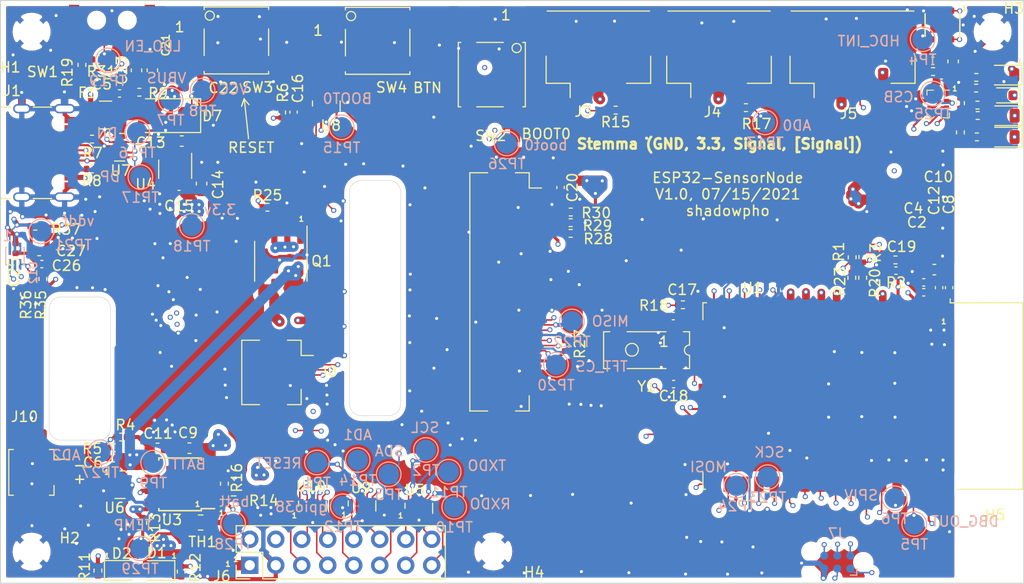
<source format=kicad_pcb>
(kicad_pcb (version 20171130) (host pcbnew "(5.1.10)-1")
  (layers (0 F.Cu power hide) (1 In1.Cu signal hide) (2 In2.Cu mixed hide) (31 B.Cu power hide) (34 B.Paste user hide) (35 F.Paste user) (36 B.SilkS user hide) (37 F.SilkS user) (38 B.Mask user hide) (39 F.Mask user) (44 Edge.Cuts user))
  (net 0 "")
  (net 1 "Net-(D1-Pad1)")
  (net 2 "Net-(D2-Pad1)")
  (net 3 "Net-(D3-Pad2)")
  (net 4 "Net-(D4-Pad2)")
  (net 5 "Net-(D5-Pad2)")
  (net 6 "Net-(D6-Pad2)")
  (net 7 "Net-(F1-Pad1)")
  (net 8 "Net-(J1-PadB5)")
  (net 9 "Net-(J1-PadA8)")
  (net 10 "Net-(J1-PadA5)")
  (net 11 "Net-(J1-PadB8)")
  (net 12 "Net-(R11-Pad2)")
  (net 13 "Net-(R12-Pad1)")
  (net 14 "Net-(R13-Pad2)")
  (net 15 "Net-(U1-Pad25)")
  (net 16 "Net-(U4-Pad4)")
  (net 17 "Net-(U2-Pad7)")
  (net 18 "Net-(J3-Pad3)")
  (net 19 "Net-(J4-Pad3)")
  (net 20 "Net-(J8-Pad5)")
  (net 21 "Net-(J9-Pad36)")
  (net 22 "Net-(J9-Pad35)")
  (net 23 "Net-(J9-Pad34)")
  (net 24 "Net-(J9-Pad33)")
  (net 25 "Net-(J9-Pad12)")
  (net 26 "Net-(J9-Pad8)")
  (net 27 "Net-(J9-Pad4)")
  (net 28 "Net-(J9-Pad3)")
  (net 29 "Net-(J9-Pad2)")
  (net 30 "Net-(J9-Pad1)")
  (net 31 "Net-(R16-Pad1)")
  (net 32 "Net-(R19-Pad1)")
  (net 33 "Net-(R21-Pad1)")
  (net 34 "Net-(R26-Pad1)")
  (net 35 GND)
  (net 36 VBUS)
  (net 37 +BATT)
  (net 38 +3V3)
  (net 39 VCC)
  (net 40 /LDO_EN)
  (net 41 /HDC2080_INT)
  (net 42 /RESET_N)
  (net 43 /SCL)
  (net 44 /SDA)
  (net 45 /DBG_OUT)
  (net 46 /SPIV)
  (net 47 /TFT_LITE)
  (net 48 /BOOT0)
  (net 49 /RXDO)
  (net 50 /TXD0)
  (net 51 /TFT_RESET)
  (net 52 /TFT_CS)
  (net 53 /TFT_DC)
  (net 54 /MISO)
  (net 55 /SCK)
  (net 56 /MOSI)
  (net 57 /AD0)
  (net 58 /AD2)
  (net 59 /AD1)
  (net 60 /XTAL_32k_N)
  (net 61 /BTN)
  (net 62 /LED0)
  (net 63 /LED1)
  (net 64 /LED3)
  (net 65 /LED2)
  (net 66 /GPIO38)
  (net 67 /GPIO10)
  (net 68 /GPIO12)
  (net 69 /TMS)
  (net 70 /CTC_IRQ)
  (net 71 "Net-(R18-Pad2)")
  (net 72 /SDA2)
  (net 73 /SCL2)
  (net 74 "Net-(U6-Pad2)")
  (net 75 "Net-(U6-Pad4)")
  (net 76 "Net-(U6-Pad5)")
  (net 77 /D_P)
  (net 78 /D_N)
  (net 79 /XTAL_32k_P)
  (net 80 "Net-(U8-Pad4)")
  (net 81 "Net-(R33-Pad2)")
  (net 82 VDDA)
  (net 83 /PRESS_INT)
  (net 84 "Net-(TP25-Pad1)")
  (net 85 "Net-(U12-Pad3)")
  (net 86 VDDF)
  (net 87 /ALS_INT)
  (net 88 "Net-(R36-Pad1)")
  (module TestPoint:TestPoint_Pad_D2.0mm (layer B.Cu) (at 33.99 52.57)
    (fp_text reference TP21 (at 3.11 1.35) (layer B.SilkS) (effects (justify mirror)))
    (fp_text value TestPoint)
    (pad 1 smd circle (at 0 0) (size 2 2) (layers B.Cu B.Mask) (net 86 VDDF))
  )
  (module Resistor_SMD:R_0402_1005Metric (layer F.Cu) (at 33.4 52.08 180)
    (fp_text reference R37 (at -3.02 -0.31) (layer F.SilkS))
    (fp_text value 10)
    (pad 2 smd roundrect (at 0.51 0 180) (size 0.54 0.64) (layers F.Cu F.Paste F.Mask) (net 86 VDDF))
    (pad 1 smd roundrect (at -0.51 0 180) (size 0.54 0.64) (layers F.Cu F.Paste F.Mask) (net 38 +3V3))
  )
  (module Resistor_SMD:R_0402_1005Metric (layer F.Cu) (at 33.11 57.27 270)
    (fp_text reference R36 (at 2.49 0.61 90) (layer F.SilkS))
    (fp_text value 10)
    (pad 2 smd roundrect (at 0.51 0 270) (size 0.54 0.64) (layers F.Cu F.Paste F.Mask) (net 87 /ALS_INT))
    (pad 1 smd roundrect (at -0.51 0 270) (size 0.54 0.64) (layers F.Cu F.Paste F.Mask) (net 88 "Net-(R36-Pad1)"))
  )
  (module Resistor_SMD:R_0402_1005Metric (layer F.Cu) (at 34.14 57.24 90)
    (fp_text reference R35 (at -2.54 -0.19 90) (layer F.SilkS))
    (fp_text value 10k)
    (pad 2 smd roundrect (at 0.51 0 90) (size 0.54 0.64) (layers F.Cu F.Paste F.Mask) (net 35 GND))
    (pad 1 smd roundrect (at -0.51 0 90) (size 0.54 0.64) (layers F.Cu F.Paste F.Mask) (net 87 /ALS_INT))
  )
  (module Capacitor_SMD:C_0603_1608Metric (layer F.Cu) (at 33.775 54.45)
    (fp_text reference C27 (at 3.115 0.04) (layer F.SilkS))
    (fp_text value 10u)
    (pad 2 smd roundrect (at 0.775 0) (size 0.9 0.95) (layers F.Cu F.Paste F.Mask) (net 35 GND))
    (pad 1 smd roundrect (at -0.775 0) (size 0.9 0.95) (layers F.Cu F.Paste F.Mask) (net 86 VDDF))
  )
  (module Capacitor_SMD:C_0402_1005Metric (layer F.Cu) (at 34.04 55.78)
    (fp_text reference C26 (at 2.41 0.15) (layer F.SilkS))
    (fp_text value 1u)
    (pad 2 smd roundrect (at 0.48 0) (size 0.56 0.62) (layers F.Cu F.Paste F.Mask) (net 35 GND))
    (pad 1 smd roundrect (at -0.48 0) (size 0.56 0.62) (layers F.Cu F.Paste F.Mask) (net 86 VDDF))
  )
  (module Capacitor_SMD:C_0402_1005Metric (layer F.Cu) (at 31.47 54.24 90)
    (fp_text reference C25 (at -2.34 -0.13 90) (layer F.SilkS))
    (fp_text value 0.1u)
    (pad 2 smd roundrect (at 0.48 0 90) (size 0.56 0.62) (layers F.Cu F.Paste F.Mask) (net 35 GND))
    (pad 1 smd roundrect (at -0.48 0 90) (size 0.56 0.62) (layers F.Cu F.Paste F.Mask) (net 86 VDDF))
  )
  (module SmartBattery:ISL29035-DFN-6-1.5x1.6mm_Pitch0.5mm_HC (layer B.Cu) (at 31.41 55.01 270)
    (fp_text reference U12 (at 1.61 -1.79 270) (layer B.SilkS) (effects (font (size 0.75 0.75)) (justify mirror)))
    (fp_text value ISL29035)
    (pad 6 smd rect (at 0.8 0.5 270) (size 1.05 0.25) (layers B.Cu B.Paste B.Mask) (net 44 /SDA))
    (pad 5 smd rect (at 0.8 0 270) (size 1.05 0.25) (layers B.Cu B.Paste B.Mask) (net 43 /SCL))
    (pad 4 smd rect (at 0.8 -0.5 270) (size 1.05 0.25) (layers B.Cu B.Paste B.Mask) (net 88 "Net-(R36-Pad1)"))
    (pad 3 smd rect (at -0.8 -0.5 270) (size 1.05 0.25) (layers B.Cu B.Paste B.Mask) (net 85 "Net-(U12-Pad3)"))
    (pad 2 smd rect (at -0.8 0 270) (size 1.05 0.25) (layers B.Cu B.Paste B.Mask) (net 35 GND))
    (pad 1 smd rect (at -0.8 0.5 270) (size 1.2 0.25) (drill (offset 0.075 0)) (layers B.Cu B.Paste B.Mask) (net 86 VDDF))
  )
  (module TestPoint:TestPoint_Pad_D2.0mm (layer B.Cu) (at 43.64 83.59)
    (fp_text reference TP29 (at 0 1.998) (layer B.SilkS) (effects (justify mirror)))
    (fp_text value TestPoint)
    (pad 1 smd circle (at 0 0) (size 2 2) (layers B.Cu B.Mask) (net 14 "Net-(R13-Pad2)"))
  )
  (module TestPoint:TestPoint_Pad_D2.0mm (layer B.Cu) (at 52.73 81.18)
    (fp_text reference TP28 (at 0 1.998) (layer B.SilkS) (effects (justify mirror)))
    (fp_text value TestPoint)
    (pad 1 smd circle (at 0 0) (size 2 2) (layers B.Cu B.Mask) (net 37 +BATT))
  )
  (module TestPoint:TestPoint_Pad_D2.0mm (layer B.Cu) (at 39.75 74.18)
    (fp_text reference TP27 (at 0 1.998) (layer B.SilkS) (effects (justify mirror)))
    (fp_text value TestPoint)
    (pad 1 smd circle (at 0 0) (size 2 2) (layers B.Cu B.Mask) (net 71 "Net-(R18-Pad2)"))
  )
  (module TestPoint:TestPoint_Pad_D2.0mm (layer B.Cu) (at 79.47 43.98)
    (fp_text reference TP26 (at 0 1.998) (layer B.SilkS) (effects (justify mirror)))
    (fp_text value TestPoint)
    (pad 1 smd circle (at 0 0) (size 2 2) (layers B.Cu B.Mask) (net 48 /BOOT0))
  )
  (module TestPoint:TestPoint_Pad_D2.0mm (layer B.Cu) (at 121.11 39.1)
    (fp_text reference TP25 (at 0 1.998) (layer B.SilkS) (effects (justify mirror)))
    (fp_text value TestPoint)
    (pad 1 smd circle (at 0 0) (size 2 2) (layers B.Cu B.Mask) (net 84 "Net-(TP25-Pad1)"))
  )
  (module TestPoint:TestPoint_Pad_D2.0mm (layer B.Cu) (at 101.92 77.46)
    (fp_text reference TP24 (at 0 1.998) (layer B.SilkS) (effects (justify mirror)))
    (fp_text value TestPoint)
    (pad 1 smd circle (at 0 0) (size 2 2) (layers B.Cu B.Mask) (net 56 /MOSI))
  )
  (module TestPoint:TestPoint_Pad_D2.0mm (layer B.Cu) (at 104.97 76.62)
    (fp_text reference TP23 (at 0 1.998) (layer B.SilkS) (effects (justify mirror)))
    (fp_text value TestPoint)
    (pad 1 smd circle (at 0 0) (size 2 2) (layers B.Cu B.Mask) (net 55 /SCK))
  )
  (module TestPoint:TestPoint_Pad_D2.0mm (layer B.Cu) (at 85.84 61.39)
    (fp_text reference TP22 (at 0 1.998) (layer B.SilkS) (effects (justify mirror)))
    (fp_text value TestPoint)
    (pad 1 smd circle (at 0 0) (size 2 2) (layers B.Cu B.Mask) (net 54 /MISO))
  )
  (module TestPoint:TestPoint_Pad_D2.0mm (layer B.Cu) (at 84.29 65.63)
    (fp_text reference TP20 (at 0 1.998) (layer B.SilkS) (effects (justify mirror)))
    (fp_text value TestPoint)
    (pad 1 smd circle (at 0 0) (size 2 2) (layers B.Cu B.Mask) (net 52 /TFT_CS))
  )
  (module Capacitor_SMD:C_0402_1005Metric (layer F.Cu) (at 121.96 38.04 180)
    (fp_text reference C24 hide)
    (fp_text value 0.1u)
    (pad 2 smd roundrect (at 0.48 0 180) (size 0.56 0.62) (layers F.Cu F.Paste F.Mask) (net 82 VDDA))
    (pad 1 smd roundrect (at -0.48 0 180) (size 0.56 0.62) (layers F.Cu F.Paste F.Mask) (net 35 GND))
  )
  (module Package_LGA:Bosch_LGA-8_2x2.5mm_P0.65mm_ClockwisePinNumbering (layer F.Cu) (at 121.64 40.12 270)
    (fp_text reference U11 hide)
    (fp_text value SPL06)
    (pad 8 smd rect (at -0.975 0.8) (size 0.5 0.35) (layers F.Cu F.Paste F.Mask) (net 82 VDDA))
    (pad 2 smd rect (at -0.325 -0.8) (size 0.5 0.35) (layers F.Cu F.Paste F.Mask) (net 84 "Net-(TP25-Pad1)"))
    (pad 3 smd rect (at 0.325 -0.8) (size 0.5 0.35) (layers F.Cu F.Paste F.Mask) (net 44 /SDA))
    (pad 4 smd rect (at 0.975 -0.8) (size 0.5 0.35) (layers F.Cu F.Paste F.Mask) (net 43 /SCL))
    (pad 7 smd rect (at -0.325 0.8) (size 0.5 0.35) (layers F.Cu F.Paste F.Mask) (net 35 GND))
    (pad 6 smd rect (at 0.325 0.8) (size 0.5 0.35) (layers F.Cu F.Paste F.Mask) (net 82 VDDA))
    (pad 5 smd rect (at 0.975 0.8) (size 0.5 0.35) (layers F.Cu F.Paste F.Mask) (net 83 /PRESS_INT))
    (pad 1 smd rect (at -0.975 -0.8) (size 0.5 0.35) (layers F.Cu F.Paste F.Mask) (net 35 GND))
  )
  (module Resistor_SMD:R_0402_1005Metric (layer F.Cu) (at 125.35 38.57 180)
    (fp_text reference R34 hide)
    (fp_text value 10)
    (pad 2 smd roundrect (at 0.51 0 180) (size 0.54 0.64) (layers F.Cu F.Paste F.Mask) (net 34 "Net-(R26-Pad1)"))
    (pad 1 smd roundrect (at -0.51 0 180) (size 0.54 0.64) (layers F.Cu F.Paste F.Mask) (net 81 "Net-(R33-Pad2)"))
  )
  (module Resistor_SMD:R_0402_1005Metric (layer F.Cu) (at 123.82 40.04 90)
    (fp_text reference R33 hide)
    (fp_text value 10)
    (pad 2 smd roundrect (at 0.51 0 90) (size 0.54 0.64) (layers F.Cu F.Paste F.Mask) (net 81 "Net-(R33-Pad2)"))
    (pad 1 smd roundrect (at -0.51 0 90) (size 0.54 0.64) (layers F.Cu F.Paste F.Mask) (net 38 +3V3))
  )
  (module Resistor_SMD:R_0402_1005Metric (layer F.Cu) (at 123.81 42.9 90)
    (fp_text reference R32 hide)
    (fp_text value 10)
    (pad 2 smd roundrect (at 0.51 0 90) (size 0.54 0.64) (layers F.Cu F.Paste F.Mask) (net 38 +3V3))
    (pad 1 smd roundrect (at -0.51 0 90) (size 0.54 0.64) (layers F.Cu F.Paste F.Mask) (net 33 "Net-(R21-Pad1)"))
  )
  (module Resistor_SMD:R_0603_1608Metric (layer F.Cu) (at 52.785 78.98)
    (fp_text reference R14 (at 2.945 -0.05) (layer F.SilkS))
    (fp_text value 82k)
    (pad 2 smd roundrect (at 0.825 0) (size 0.8 0.95) (layers F.Cu F.Paste F.Mask) (net 35 GND))
    (pad 1 smd roundrect (at -0.825 0) (size 0.8 0.95) (layers F.Cu F.Paste F.Mask) (net 14 "Net-(R13-Pad2)"))
  )
  (module LED_SMD:LED_0603_1608Metric (layer F.Cu) (at 128.1525 39.28 180)
    (fp_text reference D6 hide)
    (fp_text value Blue)
    (pad 2 smd roundrect (at 0.7875 0 180) (size 0.875 0.95) (layers F.Cu F.Paste F.Mask) (net 6 "Net-(D6-Pad2)"))
    (pad 1 smd roundrect (at -0.7875 0 180) (size 0.875 0.95) (layers F.Cu F.Paste F.Mask) (net 65 /LED2))
  )
  (module SmartBattery:D_SMA_DO-214AC (layer F.Cu) (at 46.16 41.26 180)
    (fp_text reference D7 (at -4.52 -0.03) (layer F.SilkS))
    (fp_text value D)
    (fp_text user 1 (at -3 1.25) (layer F.SilkS) (effects (font (size 0.5 0.5) (thickness 0.125))))
    (pad 2 smd rect (at 1.965 0 180) (size 1.52 1.68) (layers F.Cu F.Paste F.Mask) (net 36 VBUS))
    (pad 1 smd rect (at -1.965 0 180) (size 1.52 1.68) (layers F.Cu F.Paste F.Mask) (net 39 VCC))
  )
  (module Package_SO:SO-8_3.9x4.9mm_P1.27mm (layer F.Cu) (at 57.395 55.51 270)
    (fp_text reference Q1 (at -0.02 -3.975 180) (layer F.SilkS))
    (fp_text value Q_DUAL_PMOS_S1G1S2G2D2D2D1D1)
    (pad 8 smd roundrect (at 2.575 -1.905 270) (size 1.75 0.6) (layers F.Cu F.Paste F.Mask) (net 37 +BATT))
    (pad 7 smd roundrect (at 2.575 -0.635 270) (size 1.75 0.6) (layers F.Cu F.Paste F.Mask) (net 37 +BATT))
    (pad 6 smd roundrect (at 2.575 0.635 270) (size 1.75 0.6) (layers F.Cu F.Paste F.Mask) (net 24 "Net-(J9-Pad33)"))
    (pad 5 smd roundrect (at 2.575 1.905 270) (size 1.75 0.6) (layers F.Cu F.Paste F.Mask) (net 24 "Net-(J9-Pad33)"))
    (pad 4 smd roundrect (at -2.575 1.905 270) (size 1.75 0.6) (layers F.Cu F.Paste F.Mask) (net 47 /TFT_LITE))
    (pad 3 smd roundrect (at -2.575 0.635 270) (size 1.75 0.6) (layers F.Cu F.Paste F.Mask) (net 38 +3V3))
    (pad 2 smd roundrect (at -2.575 -0.635 270) (size 1.75 0.6) (layers F.Cu F.Paste F.Mask) (net 36 VBUS))
    (pad 1 smd roundrect (at -2.575 -1.905 270) (size 1.75 0.6) (layers F.Cu F.Paste F.Mask) (net 39 VCC))
  )
  (module Inductor_SMD:L_1210_3225Metric (layer F.Cu) (at 40.2725 41.2)
    (fp_text reference F1 (at -1.8025 -2.18) (layer F.SilkS))
    (fp_text value C207047)
    (pad 2 smd roundrect (at 1.4 0) (size 1.25 2.65) (layers F.Cu F.Paste F.Mask) (roundrect_rratio 0.2) (net 36 VBUS))
    (pad 1 smd roundrect (at -1.4 0) (size 1.25 2.65) (layers F.Cu F.Paste F.Mask) (roundrect_rratio 0.2) (net 7 "Net-(F1-Pad1)"))
  )
  (module Capacitor_SMD:C_0603_1608Metric (layer F.Cu) (at 43.29 36.825 90)
    (fp_text reference C23 (at 0 -1.43 90) (layer F.SilkS))
    (fp_text value 10u)
    (pad 2 smd roundrect (at 0.775 0 90) (size 0.9 0.95) (layers F.Cu F.Paste F.Mask) (net 35 GND))
    (pad 1 smd roundrect (at -0.775 0 90) (size 0.9 0.95) (layers F.Cu F.Paste F.Mask) (net 36 VBUS))
  )
  (module Capacitor_SMD:C_0603_1608Metric (layer F.Cu) (at 48.725 38.4)
    (fp_text reference C22 (at 3.055 0.16) (layer F.SilkS))
    (fp_text value 10u)
    (pad 2 smd roundrect (at 0.775 0) (size 0.9 0.95) (layers F.Cu F.Paste F.Mask) (net 35 GND))
    (pad 1 smd roundrect (at -0.775 0) (size 0.9 0.95) (layers F.Cu F.Paste F.Mask) (net 36 VBUS))
  )
  (module Capacitor_SMD:C_0603_1608Metric (layer F.Cu) (at 44.84 36.825 90)
    (fp_text reference C21 (at 2.455 1.31 270) (layer F.SilkS) (effects (font (size 0.75 0.75))))
    (fp_text value 10u)
    (pad 2 smd roundrect (at 0.775 0 90) (size 0.9 0.95) (layers F.Cu F.Paste F.Mask) (net 35 GND))
    (pad 1 smd roundrect (at -0.775 0 90) (size 0.9 0.95) (layers F.Cu F.Paste F.Mask) (net 36 VBUS))
  )
  (module Connector_Molex:Molex_PicoBlade_53261-0271_1x02-1MP_P1.25mm_Horizontal (layer F.Cu) (at 33.52 76.155 270)
    (fp_text reference J10 (at -5.445 1.17 180) (layer F.SilkS))
    (fp_text value " A1251WR-S-2P")
    (pad MP smd roundrect (at 3.175 0.5 270) (size 2.1 3) (layers F.Cu F.Paste F.Mask) (roundrect_rratio 0.119047619047619) (net 35 GND))
    (pad MP smd roundrect (at -3.175 0.5 270) (size 2.1 3) (layers F.Cu F.Paste F.Mask) (roundrect_rratio 0.119047619047619) (net 35 GND))
    (pad 2 smd roundrect (at 0.625 -2.4 270) (size 0.8 1.6) (layers F.Cu F.Paste F.Mask) (net 37 +BATT))
    (pad 1 smd roundrect (at -0.625 -2.4 270) (size 0.8 1.6) (layers F.Cu F.Paste F.Mask) (net 35 GND))
  )
  (module RF_Module:ESP32-S2-WROVER (layer F.Cu) (at 110.445 68.685 270)
    (fp_text reference U1 (at -10.575 6.945) (layer F.SilkS))
    (fp_text value ESP32-S2-WROVER)
    (pad 43 smd rect (at -1.19 -3.735 270) (size 4.1 4.1) (layers F.Cu F.Paste F.Mask) (net 35 GND))
    (pad 42 smd rect (at 8.625 -11.675 270) (size 1.5 0.9) (layers F.Cu F.Paste F.Mask) (net 35 GND))
    (pad 41 smd rect (at 8.625 -10.275 270) (size 1.5 0.9) (layers F.Cu F.Paste F.Mask) (net 42 /RESET_N))
    (pad 40 smd rect (at 8.625 -8.775 270) (size 1.5 0.9) (layers F.Cu F.Paste F.Mask) (net 45 /DBG_OUT))
    (pad 39 smd rect (at 8.625 -7.175 270) (size 1.5 0.9) (layers F.Cu F.Paste F.Mask) (net 46 /SPIV))
    (pad 25 smd rect (at 5.25 11.475 270) (size 0.9 1.5) (layers F.Cu F.Paste F.Mask) (net 15 "Net-(U1-Pad25)"))
    (pad 26 smd rect (at 6.75 11.475 270) (size 0.9 1.5) (layers F.Cu F.Paste F.Mask) (net 35 GND))
    (pad 27 smd rect (at 8.625 10.825 270) (size 1.5 0.9) (layers F.Cu F.Paste F.Mask) (net 43 /SCL))
    (pad 28 smd rect (at 8.625 9.325 270) (size 1.5 0.9) (layers F.Cu F.Paste F.Mask) (net 44 /SDA))
    (pad 29 smd rect (at 8.625 7.825 270) (size 1.5 0.9) (layers F.Cu F.Paste F.Mask) (net 56 /MOSI))
    (pad 30 smd rect (at 8.625 6.325 270) (size 1.5 0.9) (layers F.Cu F.Paste F.Mask) (net 55 /SCK))
    (pad 31 smd rect (at 8.625 4.825 270) (size 1.5 0.9) (layers F.Cu F.Paste F.Mask) (net 54 /MISO))
    (pad 32 smd rect (at 8.625 3.325 270) (size 1.5 0.9) (layers F.Cu F.Paste F.Mask) (net 66 /GPIO38))
    (pad 33 smd rect (at 8.625 1.825 270) (size 1.5 0.9) (layers F.Cu F.Paste F.Mask) (net 53 /TFT_DC))
    (pad 34 smd rect (at 8.625 0.325 270) (size 1.5 0.9) (layers F.Cu F.Paste F.Mask) (net 52 /TFT_CS))
    (pad 35 smd rect (at 8.625 -1.175 270) (size 1.5 0.9) (layers F.Cu F.Paste F.Mask) (net 51 /TFT_RESET))
    (pad 36 smd rect (at 8.625 -2.675 270) (size 1.5 0.9) (layers F.Cu F.Paste F.Mask) (net 69 /TMS))
    (pad 37 smd rect (at 8.625 -4.175 270) (size 1.5 0.9) (layers F.Cu F.Paste F.Mask) (net 50 /TXD0))
    (pad 38 smd rect (at 8.625 -5.675 270) (size 1.5 0.9) (layers F.Cu F.Paste F.Mask) (net 49 /RXDO))
    (pad 14 smd rect (at -8.625 7.725 270) (size 1.5 0.9) (layers F.Cu F.Paste F.Mask) (net 87 /ALS_INT))
    (pad 13 smd rect (at -8.625 6.225 270) (size 1.5 0.9) (layers F.Cu F.Paste F.Mask) (net 67 /GPIO10))
    (pad 12 smd rect (at -8.625 4.725 270) (size 1.5 0.9) (layers F.Cu F.Paste F.Mask) (net 83 /PRESS_INT))
    (pad 11 smd rect (at -8.625 3.225 270) (size 1.5 0.9) (layers F.Cu F.Paste F.Mask) (net 64 /LED3))
    (pad 10 smd rect (at -8.625 1.725 270) (size 1.5 0.9) (layers F.Cu F.Paste F.Mask) (net 65 /LED2))
    (pad 9 smd rect (at -8.625 0.225 270) (size 1.5 0.9) (layers F.Cu F.Paste F.Mask) (net 63 /LED1))
    (pad 8 smd rect (at -8.625 -1.275 270) (size 1.5 0.9) (layers F.Cu F.Paste F.Mask) (net 62 /LED0))
    (pad 7 smd rect (at -8.625 -2.775 270) (size 1.5 0.9) (layers F.Cu F.Paste F.Mask) (net 73 /SCL2))
    (pad 6 smd rect (at -8.625 -4.275 270) (size 1.5 0.9) (layers F.Cu F.Paste F.Mask) (net 72 /SDA2))
    (pad 5 smd rect (at -8.625 -5.775 270) (size 1.5 0.9) (layers F.Cu F.Paste F.Mask) (net 41 /HDC2080_INT))
    (pad 4 smd rect (at -8.625 -7.275 270) (size 1.5 0.9) (layers F.Cu F.Paste F.Mask) (net 61 /BTN))
    (pad 3 smd rect (at -8.625 -8.775 270) (size 1.5 0.9) (layers F.Cu F.Paste F.Mask) (net 48 /BOOT0))
    (pad 2 smd rect (at -8.625 -10.275 270) (size 1.5 0.9) (layers F.Cu F.Paste F.Mask) (net 38 +3V3))
    (pad 24 smd rect (at 3.75 11.475 270) (size 0.9 1.5) (layers F.Cu F.Paste F.Mask) (net 47 /TFT_LITE))
    (pad 23 smd rect (at 2.25 11.475 270) (size 0.9 1.5) (layers F.Cu F.Paste F.Mask) (net 77 /D_P))
    (pad 22 smd rect (at 0.75 11.475 270) (size 0.9 1.5) (layers F.Cu F.Paste F.Mask) (net 78 /D_N))
    (pad 21 smd rect (at -0.75 11.475 270) (size 0.9 1.5) (layers F.Cu F.Paste F.Mask) (net 59 /AD1))
    (pad 20 smd rect (at -2.25 11.475 270) (size 0.9 1.5) (layers F.Cu F.Paste F.Mask) (net 57 /AD0))
    (pad 19 smd rect (at -3.75 11.475 270) (size 0.9 1.5) (layers F.Cu F.Paste F.Mask) (net 60 /XTAL_32k_N))
    (pad 18 smd rect (at -5.25 11.475 270) (size 0.9 1.5) (layers F.Cu F.Paste F.Mask) (net 79 /XTAL_32k_P))
    (pad 17 smd rect (at -6.75 11.475 270) (size 0.9 1.5) (layers F.Cu F.Paste F.Mask) (net 58 /AD2))
    (pad 16 smd rect (at -8.625 10.725 90) (size 1.5 0.9) (layers F.Cu F.Paste F.Mask) (net 70 /CTC_IRQ))
    (pad 15 smd rect (at -8.625 9.225 90) (size 1.5 0.9) (layers F.Cu F.Paste F.Mask) (net 68 /GPIO12))
    (pad 1 smd rect (at -8.625 -11.775 270) (size 1.5 0.9) (layers F.Cu F.Paste F.Mask) (net 35 GND))
  )
  (module SmartBattery:SW_SPST_B3S-1000 (layer F.Cu) (at 66.86 33.92)
    (fp_text reference SW4 (at 1.36 4.58) (layer F.SilkS))
    (fp_text value SW_MEC_5E)
    (fp_text user 1 (at -5.82 -0.98) (layer F.SilkS))
    (pad 4 smd rect (at 5.1 2.25) (size 3 1) (layers F.Cu F.Paste F.Mask) (net 61 /BTN))
    (pad 3 smd rect (at -5.1 2.25) (size 3 1) (layers F.Cu F.Paste F.Mask) (net 61 /BTN))
    (pad 2 smd rect (at 5.1 -2.25) (size 3 1) (layers F.Cu F.Paste F.Mask) (net 35 GND))
    (pad 1 smd rect (at -5.1 -2.25) (size 3 1) (layers F.Cu F.Paste F.Mask) (net 35 GND))
  )
  (module SmartBattery:SW_SPST_B3S-1000 (layer F.Cu) (at 53.05 33.88)
    (fp_text reference SW3 (at 2.09 4.62) (layer F.SilkS))
    (fp_text value SW_MEC_5E)
    (fp_text user 1 (at -5.54 -1.28) (layer F.SilkS))
    (pad 4 smd rect (at 5.1 2.25) (size 3 1) (layers F.Cu F.Paste F.Mask) (net 42 /RESET_N))
    (pad 3 smd rect (at -5.1 2.25) (size 3 1) (layers F.Cu F.Paste F.Mask) (net 42 /RESET_N))
    (pad 2 smd rect (at 5.1 -2.25) (size 3 1) (layers F.Cu F.Paste F.Mask) (net 35 GND))
    (pad 1 smd rect (at -5.1 -2.25) (size 3 1) (layers F.Cu F.Paste F.Mask) (net 35 GND))
  )
  (module SmartBattery:SW_SPST_B3S-1000 (layer F.Cu) (at 78.04 37.25 270)
    (fp_text reference SW2 (at 5.98 0.13 180) (layer F.SilkS))
    (fp_text value SW_MEC_5E)
    (fp_text user 1 (at -5.82 -1.35 180) (layer F.SilkS))
    (pad 4 smd rect (at 5.1 2.25 270) (size 3 1) (layers F.Cu F.Paste F.Mask) (net 48 /BOOT0))
    (pad 3 smd rect (at -5.1 2.25 270) (size 3 1) (layers F.Cu F.Paste F.Mask) (net 48 /BOOT0))
    (pad 2 smd rect (at 5.1 -2.25 270) (size 3 1) (layers F.Cu F.Paste F.Mask) (net 35 GND))
    (pad 1 smd rect (at -5.1 -2.25 270) (size 3 1) (layers F.Cu F.Paste F.Mask) (net 35 GND))
  )
  (module Resistor_SMD:R_0402_1005Metric (layer F.Cu) (at 39.48 35.76 180)
    (fp_text reference R31 (at -0.39 -1.18) (layer F.SilkS))
    (fp_text value DNP)
    (pad 2 smd roundrect (at 0.51 0 180) (size 0.54 0.64) (layers F.Cu F.Paste F.Mask) (net 32 "Net-(R19-Pad1)"))
    (pad 1 smd roundrect (at -0.51 0 180) (size 0.54 0.64) (layers F.Cu F.Paste F.Mask) (net 40 /LDO_EN))
  )
  (module Capacitor_SMD:C_0402_1005Metric (layer F.Cu) (at 84.73 48.29 270)
    (fp_text reference C20 (at 0 -1.16 90) (layer F.SilkS))
    (fp_text value 1u)
    (pad 2 smd roundrect (at 0.48 0 270) (size 0.56 0.62) (layers F.Cu F.Paste F.Mask) (net 35 GND))
    (pad 1 smd roundrect (at -0.48 0 270) (size 0.56 0.62) (layers F.Cu F.Paste F.Mask) (net 38 +3V3))
  )
  (module SmartBattery:Hirose_FH12-40S-0.5SH_1x40-1MP_P0.50mm_Horizontal_flipped (layer F.Cu) (at 80.37 58.5 270)
    (fp_text reference J9)
    (fp_text value Conn_01x40_Female)
    (pad 1 smd rect (at 9.75 -1.85 270) (size 0.3 1.3) (layers F.Cu F.Paste F.Mask) (net 30 "Net-(J9-Pad1)"))
    (pad 2 smd rect (at 9.25 -1.85 270) (size 0.3 1.3) (layers F.Cu F.Paste F.Mask) (net 29 "Net-(J9-Pad2)"))
    (pad 3 smd rect (at 8.75 -1.85 270) (size 0.3 1.3) (layers F.Cu F.Paste F.Mask) (net 28 "Net-(J9-Pad3)"))
    (pad 4 smd rect (at 8.25 -1.85 270) (size 0.3 1.3) (layers F.Cu F.Paste F.Mask) (net 27 "Net-(J9-Pad4)"))
    (pad 5 smd rect (at 7.75 -1.85 270) (size 0.3 1.3) (layers F.Cu F.Paste F.Mask) (net 35 GND))
    (pad 6 smd rect (at 7.25 -1.85 270) (size 0.3 1.3) (layers F.Cu F.Paste F.Mask) (net 38 +3V3))
    (pad 7 smd rect (at 6.75 -1.85 270) (size 0.3 1.3) (layers F.Cu F.Paste F.Mask) (net 38 +3V3))
    (pad 8 smd rect (at 6.25 -1.85 270) (size 0.3 1.3) (layers F.Cu F.Paste F.Mask) (net 26 "Net-(J9-Pad8)"))
    (pad 9 smd rect (at 5.75 -1.85 270) (size 0.3 1.3) (layers F.Cu F.Paste F.Mask) (net 52 /TFT_CS))
    (pad 10 smd rect (at 5.25 -1.85 270) (size 0.3 1.3) (layers F.Cu F.Paste F.Mask) (net 53 /TFT_DC))
    (pad 11 smd rect (at 4.75 -1.85 270) (size 0.3 1.3) (layers F.Cu F.Paste F.Mask) (net 55 /SCK))
    (pad 12 smd rect (at 4.25 -1.85 270) (size 0.3 1.3) (layers F.Cu F.Paste F.Mask) (net 25 "Net-(J9-Pad12)"))
    (pad 13 smd rect (at 3.75 -1.85 270) (size 0.3 1.3) (layers F.Cu F.Paste F.Mask) (net 56 /MOSI))
    (pad 14 smd rect (at 3.25 -1.85 270) (size 0.3 1.3) (layers F.Cu F.Paste F.Mask) (net 54 /MISO))
    (pad 15 smd rect (at 2.75 -1.85 270) (size 0.3 1.3) (layers F.Cu F.Paste F.Mask) (net 51 /TFT_RESET))
    (pad 16 smd rect (at 2.25 -1.85 270) (size 0.3 1.3) (layers F.Cu F.Paste F.Mask) (net 35 GND))
    (pad 17 smd rect (at 1.75 -1.85 270) (size 0.3 1.3) (layers F.Cu F.Paste F.Mask) (net 35 GND))
    (pad 18 smd rect (at 1.25 -1.85 270) (size 0.3 1.3) (layers F.Cu F.Paste F.Mask) (net 35 GND))
    (pad 19 smd rect (at 0.75 -1.85 270) (size 0.3 1.3) (layers F.Cu F.Paste F.Mask) (net 35 GND))
    (pad 20 smd rect (at 0.25 -1.85 270) (size 0.3 1.3) (layers F.Cu F.Paste F.Mask) (net 35 GND))
    (pad 21 smd rect (at -0.25 -1.85 270) (size 0.3 1.3) (layers F.Cu F.Paste F.Mask) (net 35 GND))
    (pad 22 smd rect (at -0.75 -1.85 270) (size 0.3 1.3) (layers F.Cu F.Paste F.Mask) (net 35 GND))
    (pad 23 smd rect (at -1.25 -1.85 270) (size 0.3 1.3) (layers F.Cu F.Paste F.Mask) (net 35 GND))
    (pad 24 smd rect (at -1.75 -1.85 270) (size 0.3 1.3) (layers F.Cu F.Paste F.Mask) (net 35 GND))
    (pad 25 smd rect (at -2.25 -1.85 270) (size 0.3 1.3) (layers F.Cu F.Paste F.Mask) (net 35 GND))
    (pad 26 smd rect (at -2.75 -1.85 270) (size 0.3 1.3) (layers F.Cu F.Paste F.Mask) (net 35 GND))
    (pad 27 smd rect (at -3.25 -1.85 270) (size 0.3 1.3) (layers F.Cu F.Paste F.Mask) (net 35 GND))
    (pad 28 smd rect (at -3.75 -1.85 270) (size 0.3 1.3) (layers F.Cu F.Paste F.Mask) (net 35 GND))
    (pad 29 smd rect (at -4.25 -1.85 270) (size 0.3 1.3) (layers F.Cu F.Paste F.Mask) (net 35 GND))
    (pad 30 smd rect (at -4.75 -1.85 270) (size 0.3 1.3) (layers F.Cu F.Paste F.Mask) (net 35 GND))
    (pad 31 smd rect (at -5.25 -1.85 270) (size 0.3 1.3) (layers F.Cu F.Paste F.Mask) (net 35 GND))
    (pad 32 smd rect (at -5.75 -1.85 270) (size 0.3 1.3) (layers F.Cu F.Paste F.Mask) (net 35 GND))
    (pad 33 smd rect (at -6.25 -1.85 270) (size 0.3 1.3) (layers F.Cu F.Paste F.Mask) (net 24 "Net-(J9-Pad33)"))
    (pad 34 smd rect (at -6.75 -1.85 270) (size 0.3 1.3) (layers F.Cu F.Paste F.Mask) (net 23 "Net-(J9-Pad34)"))
    (pad 35 smd rect (at -7.25 -1.85 270) (size 0.3 1.3) (layers F.Cu F.Paste F.Mask) (net 22 "Net-(J9-Pad35)"))
    (pad 36 smd rect (at -7.75 -1.85 270) (size 0.3 1.3) (layers F.Cu F.Paste F.Mask) (net 21 "Net-(J9-Pad36)"))
    (pad 37 smd rect (at -8.25 -1.85 270) (size 0.3 1.3) (layers F.Cu F.Paste F.Mask) (net 35 GND))
    (pad 38 smd rect (at -8.75 -1.85 270) (size 0.3 1.3) (layers F.Cu F.Paste F.Mask) (net 38 +3V3))
    (pad 39 smd rect (at -9.25 -1.85 270) (size 0.3 1.3) (layers F.Cu F.Paste F.Mask) (net 38 +3V3))
    (pad 40 smd rect (at -9.75 -1.85 270) (size 0.3 1.3) (layers F.Cu F.Paste F.Mask) (net 38 +3V3))
    (pad MP smd rect (at -11.65 1.4 270) (size 1.8 2.2) (layers F.Cu F.Paste F.Mask))
    (pad MP smd rect (at 11.65 1.4 270) (size 1.8 2.2) (layers F.Cu F.Paste F.Mask))
  )
  (module Connector_PinHeader_2.54mm:PinHeader_2x08_P2.54mm_Vertical (layer F.Cu) (at 54.36 85.24 90)
    (fp_text reference J6 (at -1.07 -2.72 180) (layer F.SilkS))
    (fp_text value DNP)
    (pad 1 thru_hole rect (at 0 0 90) (size 1.7 1.7) (drill 1) (layers *.Cu *.Mask) (net 36 VBUS))
    (pad 2 thru_hole oval (at 2.54 0 90) (size 1.7 1.7) (drill 1) (layers *.Cu *.Mask) (net 37 +BATT))
    (pad 3 thru_hole oval (at 0 2.54 90) (size 1.7 1.7) (drill 1) (layers *.Cu *.Mask) (net 35 GND))
    (pad 4 thru_hole oval (at 2.54 2.54 90) (size 1.7 1.7) (drill 1) (layers *.Cu *.Mask) (net 38 +3V3))
    (pad 5 thru_hole oval (at 0 5.08 90) (size 1.7 1.7) (drill 1) (layers *.Cu *.Mask) (net 68 /GPIO12))
    (pad 6 thru_hole oval (at 2.54 5.08 90) (size 1.7 1.7) (drill 1) (layers *.Cu *.Mask) (net 87 /ALS_INT))
    (pad 7 thru_hole oval (at 0 7.62 90) (size 1.7 1.7) (drill 1) (layers *.Cu *.Mask) (net 67 /GPIO10))
    (pad 8 thru_hole oval (at 2.54 7.62 90) (size 1.7 1.7) (drill 1) (layers *.Cu *.Mask) (net 83 /PRESS_INT))
    (pad 9 thru_hole oval (at 0 10.16 90) (size 1.7 1.7) (drill 1) (layers *.Cu *.Mask) (net 66 /GPIO38))
    (pad 10 thru_hole oval (at 2.54 10.16 90) (size 1.7 1.7) (drill 1) (layers *.Cu *.Mask) (net 42 /RESET_N))
    (pad 11 thru_hole oval (at 0 12.7 90) (size 1.7 1.7) (drill 1) (layers *.Cu *.Mask) (net 40 /LDO_EN))
    (pad 12 thru_hole oval (at 2.54 12.7 90) (size 1.7 1.7) (drill 1) (layers *.Cu *.Mask) (net 59 /AD1))
    (pad 13 thru_hole oval (at 0 15.24 90) (size 1.7 1.7) (drill 1) (layers *.Cu *.Mask) (net 43 /SCL))
    (pad 14 thru_hole oval (at 2.54 15.24 90) (size 1.7 1.7) (drill 1) (layers *.Cu *.Mask) (net 44 /SDA))
    (pad 15 thru_hole oval (at 0 17.78 90) (size 1.7 1.7) (drill 1) (layers *.Cu *.Mask) (net 49 /RXDO))
    (pad 16 thru_hole oval (at 2.54 17.78 90) (size 1.7 1.7) (drill 1) (layers *.Cu *.Mask) (net 50 /TXD0))
  )
  (module Package_DFN_QFN:Diodes_UDFN-10_1.0x2.5mm_P0.5mm (layer F.Cu) (at 60.48 79.46 90)
    (fp_text reference U10 (at 1.94 -0.13 180) (layer F.SilkS))
    (fp_text value ESD5304D)
    (pad 7 smd rect (at 0.3875 0.5) (size 0.25 0.625) (layers F.Cu F.Paste F.Mask) (net 67 /GPIO10))
    (pad 6 smd rect (at 0.3875 1) (size 0.25 0.625) (layers F.Cu F.Paste F.Mask) (net 83 /PRESS_INT))
    (pad 8 smd rect (at 0.4125 0) (size 0.45 0.575) (layers F.Cu F.Paste F.Mask) (net 35 GND))
    (pad 5 smd rect (at -0.3875 1) (size 0.25 0.625) (layers F.Cu F.Paste F.Mask) (net 83 /PRESS_INT))
    (pad 9 smd rect (at 0.3875 -0.5) (size 0.25 0.625) (layers F.Cu F.Paste F.Mask) (net 87 /ALS_INT))
    (pad 10 smd rect (at 0.3875 -1) (size 0.25 0.625) (layers F.Cu F.Paste F.Mask) (net 68 /GPIO12))
    (pad 4 smd rect (at -0.3875 0.5) (size 0.25 0.625) (layers F.Cu F.Paste F.Mask) (net 67 /GPIO10))
    (pad 1 smd rect (at -0.3875 -1) (size 0.25 0.625) (layers F.Cu F.Paste F.Mask) (net 68 /GPIO12))
    (pad 3 smd rect (at -0.35 0) (size 0.45 0.7) (layers F.Cu F.Paste F.Mask) (net 35 GND))
    (pad 2 smd rect (at -0.3875 -0.5) (size 0.25 0.625) (layers F.Cu F.Paste F.Mask) (net 87 /ALS_INT))
  )
  (module Package_DFN_QFN:Diodes_UDFN-10_1.0x2.5mm_P0.5mm (layer F.Cu) (at 65.33 79.44 90)
    (fp_text reference U9 (at 1.77 -0.11 180) (layer F.SilkS))
    (fp_text value ESD5304D)
    (pad 2 smd rect (at -0.3875 -0.5) (size 0.25 0.625) (layers F.Cu F.Paste F.Mask) (net 42 /RESET_N))
    (pad 3 smd rect (at -0.35 0) (size 0.45 0.7) (layers F.Cu F.Paste F.Mask) (net 35 GND))
    (pad 1 smd rect (at -0.3875 -1) (size 0.25 0.625) (layers F.Cu F.Paste F.Mask) (net 66 /GPIO38))
    (pad 4 smd rect (at -0.3875 0.5) (size 0.25 0.625) (layers F.Cu F.Paste F.Mask) (net 59 /AD1))
    (pad 10 smd rect (at 0.3875 -1) (size 0.25 0.625) (layers F.Cu F.Paste F.Mask) (net 66 /GPIO38))
    (pad 9 smd rect (at 0.3875 -0.5) (size 0.25 0.625) (layers F.Cu F.Paste F.Mask) (net 42 /RESET_N))
    (pad 5 smd rect (at -0.3875 1) (size 0.25 0.625) (layers F.Cu F.Paste F.Mask) (net 40 /LDO_EN))
    (pad 8 smd rect (at 0.4125 0) (size 0.45 0.575) (layers F.Cu F.Paste F.Mask) (net 35 GND))
    (pad 6 smd rect (at 0.3875 1) (size 0.25 0.625) (layers F.Cu F.Paste F.Mask) (net 40 /LDO_EN))
    (pad 7 smd rect (at 0.3875 0.5) (size 0.25 0.625) (layers F.Cu F.Paste F.Mask) (net 59 /AD1))
  )
  (module Package_DFN_QFN:Diodes_UDFN-10_1.0x2.5mm_P0.5mm (layer F.Cu) (at 61.84 40.3225 90)
    (fp_text reference U8 (at -1.9075 0.44 180) (layer F.SilkS))
    (fp_text value ESD5304D)
    (pad 2 smd rect (at -0.3875 -0.5) (size 0.25 0.625) (layers F.Cu F.Paste F.Mask) (net 61 /BTN))
    (pad 3 smd rect (at -0.35 0) (size 0.45 0.7) (layers F.Cu F.Paste F.Mask) (net 35 GND))
    (pad 1 smd rect (at -0.3875 -1) (size 0.25 0.625) (layers F.Cu F.Paste F.Mask) (net 42 /RESET_N))
    (pad 4 smd rect (at -0.3875 0.5) (size 0.25 0.625) (layers F.Cu F.Paste F.Mask) (net 80 "Net-(U8-Pad4)"))
    (pad 10 smd rect (at 0.3875 -1) (size 0.25 0.625) (layers F.Cu F.Paste F.Mask) (net 42 /RESET_N))
    (pad 9 smd rect (at 0.3875 -0.5) (size 0.25 0.625) (layers F.Cu F.Paste F.Mask) (net 61 /BTN))
    (pad 5 smd rect (at -0.3875 1) (size 0.25 0.625) (layers F.Cu F.Paste F.Mask) (net 48 /BOOT0))
    (pad 8 smd rect (at 0.4125 0) (size 0.45 0.575) (layers F.Cu F.Paste F.Mask) (net 35 GND))
    (pad 6 smd rect (at 0.3875 1) (size 0.25 0.625) (layers F.Cu F.Paste F.Mask) (net 48 /BOOT0))
    (pad 7 smd rect (at 0.3875 0.5) (size 0.25 0.625) (layers F.Cu F.Paste F.Mask) (net 80 "Net-(U8-Pad4)"))
  )
  (module Package_DFN_QFN:Diodes_UDFN-10_1.0x2.5mm_P0.5mm (layer F.Cu) (at 41.6425 44.35)
    (fp_text reference U7 (at 0.1075 2.28) (layer F.SilkS))
    (fp_text value ESD5304D)
    (pad 2 smd rect (at -0.3875 -0.5 270) (size 0.25 0.625) (layers F.Cu F.Paste F.Mask) (net 40 /LDO_EN))
    (pad 3 smd rect (at -0.35 0 270) (size 0.45 0.7) (layers F.Cu F.Paste F.Mask) (net 35 GND))
    (pad 1 smd rect (at -0.3875 -1 270) (size 0.25 0.625) (layers F.Cu F.Paste F.Mask) (net 36 VBUS))
    (pad 4 smd rect (at -0.3875 0.5 270) (size 0.25 0.625) (layers F.Cu F.Paste F.Mask) (net 78 /D_N))
    (pad 10 smd rect (at 0.3875 -1 270) (size 0.25 0.625) (layers F.Cu F.Paste F.Mask) (net 36 VBUS))
    (pad 9 smd rect (at 0.3875 -0.5 270) (size 0.25 0.625) (layers F.Cu F.Paste F.Mask) (net 40 /LDO_EN))
    (pad 5 smd rect (at -0.3875 1 270) (size 0.25 0.625) (layers F.Cu F.Paste F.Mask) (net 77 /D_P))
    (pad 8 smd rect (at 0.4125 0 270) (size 0.45 0.575) (layers F.Cu F.Paste F.Mask) (net 35 GND))
    (pad 6 smd rect (at 0.3875 1 270) (size 0.25 0.625) (layers F.Cu F.Paste F.Mask) (net 77 /D_P))
    (pad 7 smd rect (at 0.3875 0.5 270) (size 0.25 0.625) (layers F.Cu F.Paste F.Mask) (net 78 /D_N))
  )
  (module Package_DFN_QFN:Diodes_UDFN-10_1.0x2.5mm_P0.5mm (layer F.Cu) (at 41.68 77.36)
    (fp_text reference U6 (at -0.53 2.26) (layer F.SilkS))
    (fp_text value ESD5304D)
    (pad 2 smd rect (at -0.3875 -0.5 270) (size 0.25 0.625) (layers F.Cu F.Paste F.Mask) (net 74 "Net-(U6-Pad2)"))
    (pad 3 smd rect (at -0.35 0 270) (size 0.45 0.7) (layers F.Cu F.Paste F.Mask) (net 35 GND))
    (pad 1 smd rect (at -0.3875 -1 270) (size 0.25 0.625) (layers F.Cu F.Paste F.Mask) (net 37 +BATT))
    (pad 4 smd rect (at -0.3875 0.5 270) (size 0.25 0.625) (layers F.Cu F.Paste F.Mask) (net 75 "Net-(U6-Pad4)"))
    (pad 10 smd rect (at 0.3875 -1 270) (size 0.25 0.625) (layers F.Cu F.Paste F.Mask) (net 37 +BATT))
    (pad 9 smd rect (at 0.3875 -0.5 270) (size 0.25 0.625) (layers F.Cu F.Paste F.Mask) (net 74 "Net-(U6-Pad2)"))
    (pad 5 smd rect (at -0.3875 1 270) (size 0.25 0.625) (layers F.Cu F.Paste F.Mask) (net 76 "Net-(U6-Pad5)"))
    (pad 8 smd rect (at 0.4125 0 270) (size 0.45 0.575) (layers F.Cu F.Paste F.Mask) (net 35 GND))
    (pad 6 smd rect (at 0.3875 1 270) (size 0.25 0.625) (layers F.Cu F.Paste F.Mask) (net 76 "Net-(U6-Pad5)"))
    (pad 7 smd rect (at 0.3875 0.5 270) (size 0.25 0.625) (layers F.Cu F.Paste F.Mask) (net 75 "Net-(U6-Pad4)"))
  )
  (module Package_DFN_QFN:Diodes_UDFN-10_1.0x2.5mm_P0.5mm (layer F.Cu) (at 70.88 79.67 90)
    (fp_text reference U5 (at 1.79 -0.4 180) (layer F.SilkS))
    (fp_text value ESD5304D)
    (pad 2 smd rect (at -0.3875 -0.5) (size 0.25 0.625) (layers F.Cu F.Paste F.Mask) (net 43 /SCL))
    (pad 3 smd rect (at -0.35 0) (size 0.45 0.7) (layers F.Cu F.Paste F.Mask) (net 35 GND))
    (pad 1 smd rect (at -0.3875 -1) (size 0.25 0.625) (layers F.Cu F.Paste F.Mask) (net 44 /SDA))
    (pad 4 smd rect (at -0.3875 0.5) (size 0.25 0.625) (layers F.Cu F.Paste F.Mask) (net 50 /TXD0))
    (pad 10 smd rect (at 0.3875 -1) (size 0.25 0.625) (layers F.Cu F.Paste F.Mask) (net 44 /SDA))
    (pad 9 smd rect (at 0.3875 -0.5) (size 0.25 0.625) (layers F.Cu F.Paste F.Mask) (net 43 /SCL))
    (pad 5 smd rect (at -0.3875 1) (size 0.25 0.625) (layers F.Cu F.Paste F.Mask) (net 49 /RXDO))
    (pad 8 smd rect (at 0.4125 0) (size 0.45 0.575) (layers F.Cu F.Paste F.Mask) (net 35 GND))
    (pad 6 smd rect (at 0.3875 1) (size 0.25 0.625) (layers F.Cu F.Paste F.Mask) (net 49 /RXDO))
    (pad 7 smd rect (at 0.3875 0.5) (size 0.25 0.625) (layers F.Cu F.Paste F.Mask) (net 50 /TXD0))
  )
  (module Crystal:Crystal_SMD_SeikoEpson_MC306-4Pin_8.0x3.2mm (layer F.Cu) (at 93.14 64.2 180)
    (fp_text reference Y1 (at 0 -3.55) (layer F.SilkS))
    (fp_text value Crystal_GND23)
    (pad 4 smd rect (at -2.75 -1.6 180) (size 1.3 1.9) (layers F.Cu F.Paste F.Mask) (net 60 /XTAL_32k_N))
    (pad 3 smd rect (at 2.75 -1.6 180) (size 1.3 1.9) (layers F.Cu F.Paste F.Mask) (net 35 GND))
    (pad 2 smd rect (at 2.75 1.6 180) (size 1.3 1.9) (layers F.Cu F.Paste F.Mask) (net 35 GND))
    (pad 1 smd rect (at -2.75 1.6 180) (size 1.3 1.9) (layers F.Cu F.Paste F.Mask) (net 79 /XTAL_32k_P))
  )
  (module TestPoint:TestPoint_Pad_D2.0mm (layer B.Cu) (at 40.49 35.86)
    (fp_text reference TP19 (at 0 1.998) (layer B.SilkS) (effects (justify mirror)))
    (fp_text value TestPoint)
    (pad 1 smd circle (at 0 0) (size 2 2) (layers B.Cu B.Mask) (net 40 /LDO_EN))
  )
  (module TestPoint:TestPoint_Pad_D2.0mm (layer B.Cu) (at 48.69 52.04)
    (fp_text reference TP18 (at 0 1.998) (layer B.SilkS) (effects (justify mirror)))
    (fp_text value TestPoint)
    (pad 1 smd circle (at 0 0) (size 2 2) (layers B.Cu B.Mask) (net 38 +3V3))
  )
  (module TestPoint:TestPoint_Pad_D2.0mm (layer B.Cu) (at 43.67 47.27)
    (fp_text reference TP17 (at 0 1.998) (layer B.SilkS) (effects (justify mirror)))
    (fp_text value TestPoint)
    (pad 1 smd circle (at 0 0) (size 2 2) (layers B.Cu B.Mask) (net 77 /D_P))
  )
  (module TestPoint:TestPoint_Pad_D2.0mm (layer B.Cu) (at 43.36 42.89)
    (fp_text reference TP16 (at 0 1.998) (layer B.SilkS) (effects (justify mirror)))
    (fp_text value TestPoint)
    (pad 1 smd circle (at 0 0) (size 2 2) (layers B.Cu B.Mask) (net 78 /D_N))
  )
  (module TestPoint:TestPoint_Pad_D2.0mm (layer B.Cu) (at 63.34 42.4)
    (fp_text reference TP15 (at 0 1.998) (layer B.SilkS) (effects (justify mirror)))
    (fp_text value TestPoint)
    (pad 1 smd circle (at 0 0) (size 2 2) (layers B.Cu B.Mask) (net 48 /BOOT0))
  )
  (module TestPoint:TestPoint_Pad_D2.0mm (layer B.Cu) (at 64.91 74.95)
    (fp_text reference TP14 (at 0 1.998) (layer B.SilkS) (effects (justify mirror)))
    (fp_text value TestPoint)
    (pad 1 smd circle (at 0 0) (size 2 2) (layers B.Cu B.Mask) (net 59 /AD1))
  )
  (module TestPoint:TestPoint_Pad_D2.0mm (layer B.Cu) (at 104.71 41.92)
    (fp_text reference TP13 (at 0 1.998) (layer B.SilkS) (effects (justify mirror)))
    (fp_text value TestPoint)
    (pad 1 smd circle (at 0 0) (size 2 2) (layers B.Cu B.Mask) (net 57 /AD0))
  )
  (module TestPoint:TestPoint_Pad_D2.0mm (layer B.Cu) (at 63.45 79.47)
    (fp_text reference TP12 (at 0 1.998) (layer B.SilkS) (effects (justify mirror)))
    (fp_text value TestPoint)
    (pad 1 smd circle (at 0 0) (size 2 2) (layers B.Cu B.Mask) (net 66 /GPIO38))
  )
  (module TestPoint:TestPoint_Pad_D2.0mm (layer B.Cu) (at 73.8 76.09)
    (fp_text reference TP11 (at 0 1.998) (layer B.SilkS) (effects (justify mirror)))
    (fp_text value TestPoint)
    (pad 1 smd circle (at 0 0) (size 2 2) (layers B.Cu B.Mask) (net 50 /TXD0))
  )
  (module TestPoint:TestPoint_Pad_D2.0mm (layer B.Cu) (at 74.34 79.53)
    (fp_text reference TP10 (at 0 1.998) (layer B.SilkS) (effects (justify mirror)))
    (fp_text value TestPoint)
    (pad 1 smd circle (at 0 0) (size 2 2) (layers B.Cu B.Mask) (net 49 /RXDO))
  )
  (module Resistor_SMD:R_0402_1005Metric (layer F.Cu) (at 85.73 50.69 180)
    (fp_text reference R30 (at -2.49 -0.09) (layer F.SilkS))
    (fp_text value 10)
    (pad 2 smd roundrect (at 0.51 0 180) (size 0.54 0.64) (layers F.Cu F.Paste F.Mask) (net 21 "Net-(J9-Pad36)"))
    (pad 1 smd roundrect (at -0.51 0 180) (size 0.54 0.64) (layers F.Cu F.Paste F.Mask) (net 35 GND))
  )
  (module Resistor_SMD:R_0402_1005Metric (layer F.Cu) (at 85.72 51.73 180)
    (fp_text reference R29 (at -2.62 -0.29) (layer F.SilkS))
    (fp_text value 10)
    (pad 2 smd roundrect (at 0.51 0 180) (size 0.54 0.64) (layers F.Cu F.Paste F.Mask) (net 22 "Net-(J9-Pad35)"))
    (pad 1 smd roundrect (at -0.51 0 180) (size 0.54 0.64) (layers F.Cu F.Paste F.Mask) (net 35 GND))
  )
  (module Resistor_SMD:R_0402_1005Metric (layer F.Cu) (at 85.72 52.78 180)
    (fp_text reference R28 (at -2.7 -0.54) (layer F.SilkS))
    (fp_text value 10)
    (pad 2 smd roundrect (at 0.51 0 180) (size 0.54 0.64) (layers F.Cu F.Paste F.Mask) (net 23 "Net-(J9-Pad34)"))
    (pad 1 smd roundrect (at -0.51 0 180) (size 0.54 0.64) (layers F.Cu F.Paste F.Mask) (net 35 GND))
  )
  (module Resistor_SMD:R_0402_1005Metric (layer F.Cu) (at 85.18 63.77 90)
    (fp_text reference R27 (at 0.17 1.44 90) (layer F.SilkS))
    (fp_text value 10)
    (pad 2 smd roundrect (at 0.51 0 90) (size 0.54 0.64) (layers F.Cu F.Paste F.Mask) (net 25 "Net-(J9-Pad12)"))
    (pad 1 smd roundrect (at -0.51 0 90) (size 0.54 0.64) (layers F.Cu F.Paste F.Mask) (net 38 +3V3))
  )
  (module Resistor_SMD:R_0402_1005Metric (layer F.Cu) (at 56.09 50.22)
    (fp_text reference R25 (at 0 -1.17) (layer F.SilkS))
    (fp_text value 100k)
    (pad 2 smd roundrect (at 0.51 0) (size 0.54 0.64) (layers F.Cu F.Paste F.Mask) (net 38 +3V3))
    (pad 1 smd roundrect (at -0.51 0) (size 0.54 0.64) (layers F.Cu F.Paste F.Mask) (net 47 /TFT_LITE))
  )
  (module Resistor_SMD:R_0402_1005Metric (layer F.Cu) (at 113.2 57.12 90)
    (fp_text reference R23 (at -0.37 -1.15 90) (layer F.SilkS))
    (fp_text value 10)
    (pad 2 smd roundrect (at 0.51 0 90) (size 0.54 0.64) (layers F.Cu F.Paste F.Mask) (net 43 /SCL))
    (pad 1 smd roundrect (at -0.51 0 90) (size 0.54 0.64) (layers F.Cu F.Paste F.Mask) (net 73 /SCL2))
  )
  (module Resistor_SMD:R_0402_1005Metric (layer F.Cu) (at 114.26 57.12 270)
    (fp_text reference R20 (at 0.52 -1.2 90) (layer F.SilkS))
    (fp_text value 10)
    (pad 2 smd roundrect (at 0.51 0 270) (size 0.54 0.64) (layers F.Cu F.Paste F.Mask) (net 72 /SDA2))
    (pad 1 smd roundrect (at -0.51 0 270) (size 0.54 0.64) (layers F.Cu F.Paste F.Mask) (net 44 /SDA))
  )
  (module Resistor_SMD:R_0402_1005Metric (layer F.Cu) (at 96.69 59.76 180)
    (fp_text reference R18 (at 2.84 -0.07) (layer F.SilkS))
    (fp_text value 1k)
    (pad 2 smd roundrect (at 0.51 0 180) (size 0.54 0.64) (layers F.Cu F.Paste F.Mask) (net 71 "Net-(R18-Pad2)"))
    (pad 1 smd roundrect (at -0.51 0 180) (size 0.54 0.64) (layers F.Cu F.Paste F.Mask) (net 58 /AD2))
  )
  (module Resistor_SMD:R_0402_1005Metric (layer F.Cu) (at 41.06 73.75)
    (fp_text reference R5 (at -2.1 0.09) (layer F.SilkS))
    (fp_text value 100k)
    (pad 2 smd roundrect (at 0.51 0) (size 0.54 0.64) (layers F.Cu F.Paste F.Mask) (net 71 "Net-(R18-Pad2)"))
    (pad 1 smd roundrect (at -0.51 0) (size 0.54 0.64) (layers F.Cu F.Paste F.Mask) (net 35 GND))
  )
  (module Resistor_SMD:R_0402_1005Metric (layer F.Cu) (at 41.8 72.7)
    (fp_text reference R4 (at 0.41 -1.18) (layer F.SilkS))
    (fp_text value 100k)
    (pad 2 smd roundrect (at 0.51 0) (size 0.54 0.64) (layers F.Cu F.Paste F.Mask) (net 37 +BATT))
    (pad 1 smd roundrect (at -0.51 0) (size 0.54 0.64) (layers F.Cu F.Paste F.Mask) (net 71 "Net-(R18-Pad2)"))
  )
  (module Capacitor_SMD:C_0402_1005Metric (layer F.Cu) (at 117.51 56.42)
    (fp_text reference C19 (at 0.55 -2.34) (layer F.SilkS))
    (fp_text value 1u)
    (pad 2 smd roundrect (at 0.48 0) (size 0.56 0.62) (layers F.Cu F.Paste F.Mask) (net 35 GND))
    (pad 1 smd roundrect (at -0.48 0) (size 0.56 0.62) (layers F.Cu F.Paste F.Mask) (net 61 /BTN))
  )
  (module Capacitor_SMD:C_0402_1005Metric (layer F.Cu) (at 95.78 67.52 180)
    (fp_text reference C18 (at 0 -1.16) (layer F.SilkS))
    (fp_text value 20pF)
    (pad 2 smd roundrect (at 0.48 0 180) (size 0.56 0.62) (layers F.Cu F.Paste F.Mask) (net 35 GND))
    (pad 1 smd roundrect (at -0.48 0 180) (size 0.56 0.62) (layers F.Cu F.Paste F.Mask) (net 60 /XTAL_32k_N))
  )
  (module Capacitor_SMD:C_0402_1005Metric (layer F.Cu) (at 95.75 60.87)
    (fp_text reference C17 (at 0.87 -2.58) (layer F.SilkS))
    (fp_text value 20pF)
    (pad 2 smd roundrect (at 0.48 0) (size 0.56 0.62) (layers F.Cu F.Paste F.Mask) (net 79 /XTAL_32k_P))
    (pad 1 smd roundrect (at -0.48 0) (size 0.56 0.62) (layers F.Cu F.Paste F.Mask) (net 35 GND))
  )
  (module Resistor_SMD:R_0402_1005Metric (layer F.Cu) (at 102.85 40.48)
    (fp_text reference R17 (at 1.03 1.6) (layer F.SilkS))
    (fp_text value 1k)
    (pad 2 smd roundrect (at 0.51 0) (size 0.54 0.64) (layers F.Cu F.Paste F.Mask) (net 57 /AD0))
    (pad 1 smd roundrect (at -0.51 0) (size 0.54 0.64) (layers F.Cu F.Paste F.Mask) (net 19 "Net-(J4-Pad3)"))
  )
  (module Resistor_SMD:R_0402_1005Metric (layer F.Cu) (at 90.12 40.72 180)
    (fp_text reference R15 (at 0 -1.17) (layer F.SilkS))
    (fp_text value 1k)
    (pad 2 smd roundrect (at 0.51 0 180) (size 0.54 0.64) (layers F.Cu F.Paste F.Mask) (net 59 /AD1))
    (pad 1 smd roundrect (at -0.51 0 180) (size 0.54 0.64) (layers F.Cu F.Paste F.Mask) (net 18 "Net-(J3-Pad3)"))
  )
  (module Capacitor_SMD:C_0402_1005Metric (layer F.Cu) (at 58.64 40.92 270)
    (fp_text reference C16 (at -2.32 -0.41 90) (layer F.SilkS))
    (fp_text value 1u)
    (pad 2 smd roundrect (at 0.48 0 270) (size 0.56 0.62) (layers F.Cu F.Paste F.Mask) (net 35 GND))
    (pad 1 smd roundrect (at -0.48 0 270) (size 0.56 0.62) (layers F.Cu F.Paste F.Mask) (net 42 /RESET_N))
  )
  (module TestPoint:TestPoint_Pad_D2.0mm (layer B.Cu) (at 44.92 75.2)
    (fp_text reference TP9 (at 0 1.998) (layer B.SilkS) (effects (justify mirror)))
    (fp_text value TestPoint)
    (pad 1 smd circle (at 0 0) (size 2 2) (layers B.Cu B.Mask) (net 37 +BATT))
  )
  (module TestPoint:TestPoint_Pad_D2.0mm (layer B.Cu) (at 49.75 38.81)
    (fp_text reference TP8 (at 0 1.998) (layer B.SilkS) (effects (justify mirror)))
    (fp_text value TestPoint)
    (pad 1 smd circle (at 0 0) (size 2 2) (layers B.Cu B.Mask) (net 39 VCC))
  )
  (module TestPoint:TestPoint_Pad_D2.0mm (layer B.Cu) (at 46.63 39.72)
    (fp_text reference TP7 (at 0 1.998) (layer B.SilkS) (effects (justify mirror)))
    (fp_text value TestPoint)
    (pad 1 smd circle (at 0 0) (size 2 2) (layers B.Cu B.Mask) (net 36 VBUS))
  )
  (module TestPoint:TestPoint_Pad_D2.0mm (layer B.Cu) (at 117.39 78.69)
    (fp_text reference TP6 (at 0 1.998) (layer B.SilkS) (effects (justify mirror)))
    (fp_text value TestPoint)
    (pad 1 smd circle (at 0 0) (size 2 2) (layers B.Cu B.Mask) (net 46 /SPIV))
  )
  (module TestPoint:TestPoint_Pad_D2.0mm (layer B.Cu) (at 119.3 81.21)
    (fp_text reference TP5 (at 0 1.998) (layer B.SilkS) (effects (justify mirror)))
    (fp_text value TestPoint)
    (pad 1 smd circle (at 0 0) (size 2 2) (layers B.Cu B.Mask) (net 45 /DBG_OUT))
  )
  (module TestPoint:TestPoint_Pad_D2.0mm (layer B.Cu) (at 120.12 33.79)
    (fp_text reference TP4 (at 0 1.998) (layer B.SilkS) (effects (justify mirror)))
    (fp_text value TestPoint)
    (pad 1 smd circle (at 0 0) (size 2 2) (layers B.Cu B.Mask) (net 41 /HDC2080_INT))
  )
  (module TestPoint:TestPoint_Pad_D2.0mm (layer B.Cu) (at 67.94 76.34)
    (fp_text reference TP3 (at 0 1.998) (layer B.SilkS) (effects (justify mirror)))
    (fp_text value TestPoint)
    (pad 1 smd circle (at 0 0) (size 2 2) (layers B.Cu B.Mask) (net 44 /SDA))
  )
  (module TestPoint:TestPoint_Pad_D2.0mm (layer B.Cu) (at 71.57 73.96)
    (fp_text reference TP2 (at 0 1.998) (layer B.SilkS) (effects (justify mirror)))
    (fp_text value TestPoint)
    (pad 1 smd circle (at 0 0) (size 2 2) (layers B.Cu B.Mask) (net 43 /SCL))
  )
  (module TestPoint:TestPoint_Pad_D2.0mm (layer B.Cu) (at 60.92 75.19)
    (fp_text reference TP1 (at 0 1.998) (layer B.SilkS) (effects (justify mirror)))
    (fp_text value TestPoint)
    (pad 1 smd circle (at 0 0) (size 2 2) (layers B.Cu B.Mask) (net 42 /RESET_N))
  )
  (module Resistor_SMD:R_0402_1005Metric (layer F.Cu) (at 37.96 36.3 270)
    (fp_text reference R19 (at 0.74 1.43 90) (layer F.SilkS))
    (fp_text value 100k)
    (pad 2 smd roundrect (at 0.51 0 270) (size 0.54 0.64) (layers F.Cu F.Paste F.Mask) (net 39 VCC))
    (pad 1 smd roundrect (at -0.51 0 270) (size 0.54 0.64) (layers F.Cu F.Paste F.Mask) (net 32 "Net-(R19-Pad1)"))
  )
  (module Resistor_SMD:R_0402_1005Metric (layer F.Cu) (at 47.66 85.86 270)
    (fp_text reference R12 (at -0.39 -1.38 90) (layer F.SilkS))
    (fp_text value 1.5k)
    (pad 2 smd roundrect (at 0.51 0 270) (size 0.54 0.64) (layers F.Cu F.Paste F.Mask) (net 1 "Net-(D1-Pad1)"))
    (pad 1 smd roundrect (at -0.51 0 270) (size 0.54 0.64) (layers F.Cu F.Paste F.Mask) (net 13 "Net-(R12-Pad1)"))
  )
  (module Resistor_SMD:R_0402_1005Metric (layer F.Cu) (at 39.52 85.76 90)
    (fp_text reference R11 (at 0.36 -1.3 90) (layer F.SilkS))
    (fp_text value 1.5k)
    (pad 2 smd roundrect (at 0.51 0 90) (size 0.54 0.64) (layers F.Cu F.Paste F.Mask) (net 12 "Net-(R11-Pad2)"))
    (pad 1 smd roundrect (at -0.51 0 90) (size 0.54 0.64) (layers F.Cu F.Paste F.Mask) (net 2 "Net-(D2-Pad1)"))
  )
  (module Resistor_SMD:R_0402_1005Metric (layer F.Cu) (at 121.14 36.95)
    (fp_text reference R10 hide)
    (fp_text value 10)
    (pad 2 smd roundrect (at 0.51 0) (size 0.54 0.64) (layers F.Cu F.Paste F.Mask) (net 82 VDDA))
    (pad 1 smd roundrect (at -0.51 0) (size 0.54 0.64) (layers F.Cu F.Paste F.Mask) (net 38 +3V3))
  )
  (module MountingHole:MountingHole_2.5mm (layer F.Cu) (at 127.15 84.17)
    (fp_text reference H5 (at 0.06 -3.86) (layer F.SilkS))
    (fp_text value MountingHole)
    (pad 1 np_thru_hole circle (at 0 0) (size 2.5 2.5) (drill 2.5) (layers *.Cu *.Mask))
  )
  (module Capacitor_SMD:C_0402_1005Metric (layer F.Cu) (at 47.44 48.93 180)
    (fp_text reference C15 (at 0 -1.16) (layer F.SilkS))
    (fp_text value 1u)
    (pad 2 smd roundrect (at 0.48 0 180) (size 0.56 0.62) (layers F.Cu F.Paste F.Mask) (net 35 GND))
    (pad 1 smd roundrect (at -0.48 0 180) (size 0.56 0.62) (layers F.Cu F.Paste F.Mask) (net 38 +3V3))
  )
  (module Capacitor_SMD:C_0603_1608Metric (layer F.Cu) (at 49.65 47.905 90)
    (fp_text reference C14 (at -0.095 1.61 90) (layer F.SilkS))
    (fp_text value 10u)
    (pad 2 smd roundrect (at 0.775 0 90) (size 0.9 0.95) (layers F.Cu F.Paste F.Mask) (net 35 GND))
    (pad 1 smd roundrect (at -0.775 0 90) (size 0.9 0.95) (layers F.Cu F.Paste F.Mask) (net 38 +3V3))
  )
  (module Capacitor_SMD:C_0603_1608Metric (layer F.Cu) (at 47.715 43.75 180)
    (fp_text reference C13 (at 3.025 -0.15) (layer F.SilkS))
    (fp_text value 10u)
    (pad 2 smd roundrect (at 0.775 0 180) (size 0.9 0.95) (layers F.Cu F.Paste F.Mask) (net 35 GND))
    (pad 1 smd roundrect (at -0.775 0 180) (size 0.9 0.95) (layers F.Cu F.Paste F.Mask) (net 39 VCC))
  )
  (module Capacitor_SMD:C_0402_1005Metric (layer F.Cu) (at 121.73 58.09 90)
    (fp_text reference C12 (at 8.53 -0.49 90) (layer F.SilkS))
    (fp_text value 1u)
    (pad 2 smd roundrect (at 0.48 0 90) (size 0.56 0.62) (layers F.Cu F.Paste F.Mask) (net 35 GND))
    (pad 1 smd roundrect (at -0.48 0 90) (size 0.56 0.62) (layers F.Cu F.Paste F.Mask) (net 38 +3V3))
  )
  (module Capacitor_SMD:C_0402_1005Metric (layer F.Cu) (at 122.71 58.09 90)
    (fp_text reference C8 (at 8.14 -0.04 90) (layer F.SilkS))
    (fp_text value 0.1u)
    (pad 2 smd roundrect (at 0.48 0 90) (size 0.56 0.62) (layers F.Cu F.Paste F.Mask) (net 35 GND))
    (pad 1 smd roundrect (at -0.48 0 90) (size 0.56 0.62) (layers F.Cu F.Paste F.Mask) (net 38 +3V3))
  )
  (module SmartBattery:MSK12C02 (layer F.Cu) (at 40.89 31.92 180)
    (fp_text reference SW1 (at 6.78 -5.06) (layer F.SilkS))
    (fp_text value SW_SPDT_WTH_GND)
    (pad 4 smd rect (at 3.7 1.15 180) (size 1 0.7) (layers F.Cu F.Paste F.Mask) (net 35 GND))
    (pad 4 smd rect (at 3.7 -1.15 180) (size 1 0.7) (layers F.Cu F.Paste F.Mask) (net 35 GND))
    (pad 4 smd rect (at -3.7 1.15 180) (size 1 0.7) (layers F.Cu F.Paste F.Mask) (net 35 GND))
    (pad 4 smd rect (at -3.7 -1.15 180) (size 1 0.7) (layers F.Cu F.Paste F.Mask) (net 35 GND))
    (pad 2 smd rect (at 0.75 -2 180) (size 0.6 1) (layers F.Cu F.Paste F.Mask) (net 40 /LDO_EN))
    (pad 3 smd rect (at 2.2 -2 180) (size 0.6 1) (layers F.Cu F.Paste F.Mask) (net 32 "Net-(R19-Pad1)"))
    (pad 1 smd rect (at -2.25 -2 180) (size 0.6 1) (layers F.Cu F.Paste F.Mask) (net 35 GND))
    (pad "" np_thru_hole circle (at 1.5 0 180) (size 0.85 0.85) (drill 0.85) (layers *.Cu *.Mask))
    (pad "" np_thru_hole circle (at -1.5 0 180) (size 0.85 0.85) (drill 0.85) (layers *.Cu *.Mask))
  )
  (module MountingHole:MountingHole_2.7mm_M2.5 (layer F.Cu) (at 78.16 83.89)
    (fp_text reference H4 (at 3.99 2.04) (layer F.SilkS))
    (fp_text value MountingHole_Pad)
    (pad 1 np_thru_hole circle (at 0 0) (size 2.7 2.7) (drill 2.7) (layers *.Cu *.Mask) (net 35 GND))
  )
  (module MountingHole:MountingHole_2.7mm_M2.5 (layer F.Cu) (at 126.96 33.05)
    (fp_text reference H3 (at 2.06 -2.27) (layer F.SilkS))
    (fp_text value MountingHole_Pad)
    (pad 1 np_thru_hole circle (at 0 0) (size 2.7 2.7) (drill 2.7) (layers *.Cu *.Mask) (net 35 GND))
  )
  (module MountingHole:MountingHole_2.7mm_M2.5 (layer F.Cu) (at 33.04 83.91)
    (fp_text reference H2 (at 3.72 -1.33) (layer F.SilkS))
    (fp_text value MountingHole_Pad)
    (pad 1 np_thru_hole circle (at 0 0) (size 2.7 2.7) (drill 2.7) (layers *.Cu *.Mask) (net 35 GND))
  )
  (module MountingHole:MountingHole_2.7mm_M2.5 (layer F.Cu) (at 33.04 33.05)
    (fp_text reference H1 (at -2.08 3.48) (layer F.SilkS))
    (fp_text value MountingHole_Pad)
    (pad 1 np_thru_hole circle (at 0 0) (size 2.7 2.7) (drill 2.7) (layers *.Cu *.Mask) (net 35 GND))
  )
  (module Resistor_SMD:R_0402_1005Metric (layer F.Cu) (at 125.36 37.52)
    (fp_text reference R26 hide)
    (fp_text value 10)
    (pad 2 smd roundrect (at 0.51 0) (size 0.54 0.64) (layers F.Cu F.Paste F.Mask) (net 5 "Net-(D5-Pad2)"))
    (pad 1 smd roundrect (at -0.51 0) (size 0.54 0.64) (layers F.Cu F.Paste F.Mask) (net 34 "Net-(R26-Pad1)"))
  )
  (module Resistor_SMD:R_0402_1005Metric (layer F.Cu) (at 125.48 40.23)
    (fp_text reference R24 hide)
    (fp_text value 10)
    (pad 2 smd roundrect (at 0.51 0) (size 0.54 0.64) (layers F.Cu F.Paste F.Mask) (net 6 "Net-(D6-Pad2)"))
    (pad 1 smd roundrect (at -0.51 0) (size 0.54 0.64) (layers F.Cu F.Paste F.Mask) (net 38 +3V3))
  )
  (module Resistor_SMD:R_0402_1005Metric (layer F.Cu) (at 125.5 41.25)
    (fp_text reference R22 hide)
    (fp_text value 10)
    (pad 2 smd roundrect (at 0.51 0) (size 0.54 0.64) (layers F.Cu F.Paste F.Mask) (net 4 "Net-(D4-Pad2)"))
    (pad 1 smd roundrect (at -0.51 0) (size 0.54 0.64) (layers F.Cu F.Paste F.Mask) (net 38 +3V3))
  )
  (module Resistor_SMD:R_0402_1005Metric (layer F.Cu) (at 125.42 43.34)
    (fp_text reference R21 hide)
    (fp_text value 10)
    (pad 2 smd roundrect (at 0.51 0) (size 0.54 0.64) (layers F.Cu F.Paste F.Mask) (net 3 "Net-(D3-Pad2)"))
    (pad 1 smd roundrect (at -0.51 0) (size 0.54 0.64) (layers F.Cu F.Paste F.Mask) (net 33 "Net-(R21-Pad1)"))
  )
  (module Package_SON:Texas_PWSON-N6 (layer F.Cu) (at 122.06 32.4 270)
    (fp_text reference U2 hide)
    (fp_text value HDC2080)
    (pad 6 smd rect (at 1.4 -0.95 270) (size 0.6 0.4) (layers F.Cu F.Paste F.Mask) (net 43 /SCL))
    (pad 5 smd rect (at 1.4 0 270) (size 0.6 0.4) (layers F.Cu F.Paste F.Mask) (net 82 VDDA))
    (pad 4 smd rect (at 1.4 0.95 270) (size 0.6 0.4) (layers F.Cu F.Paste F.Mask) (net 41 /HDC2080_INT))
    (pad 3 smd rect (at -1.4 0.95 270) (size 0.6 0.4) (layers F.Cu F.Paste F.Mask) (net 35 GND))
    (pad 2 smd rect (at -1.4 0 270) (size 0.6 0.4) (layers F.Cu F.Paste F.Mask) (net 35 GND))
    (pad 1 smd rect (at -1.4 -0.95 270) (size 0.6 0.4) (layers F.Cu F.Paste F.Mask) (net 44 /SDA))
    (pad 7 smd rect (at 0 0 270) (size 1.5 2.4) (layers F.Cu F.Paste F.Mask) (net 17 "Net-(U2-Pad7)"))
  )
  (module Resistor_SMD:R_0805_2012Metric (layer F.Cu) (at 49.5575 81.06)
    (fp_text reference TH1 (at 0.1725 1.89) (layer F.SilkS))
    (fp_text value Thermistor_NTC)
    (pad 2 smd roundrect (at 0.9125 0) (size 1.025 1.4) (layers F.Cu F.Paste F.Mask) (roundrect_rratio 0.2439004878048781) (net 35 GND))
    (pad 1 smd roundrect (at -0.9125 0) (size 1.025 1.4) (layers F.Cu F.Paste F.Mask) (roundrect_rratio 0.2439004878048781) (net 14 "Net-(R13-Pad2)"))
  )
  (module Resistor_SMD:R_0402_1005Metric (layer F.Cu) (at 51.88 77.26 90)
    (fp_text reference R16 (at 0.58 1.22 90) (layer F.SilkS))
    (fp_text value 1.5k)
    (pad 2 smd roundrect (at 0.51 0 90) (size 0.54 0.64) (layers F.Cu F.Paste F.Mask) (net 35 GND))
    (pad 1 smd roundrect (at -0.51 0 90) (size 0.54 0.64) (layers F.Cu F.Paste F.Mask) (net 31 "Net-(R16-Pad1)"))
  )
  (module Connector_FFC-FPC:Hirose_FH12-6S-0.5SH_1x06-1MP_P0.50mm_Horizontal (layer F.Cu) (at 58.08 66.38 270)
    (fp_text reference J8 (at -0.09 -3.99 180) (layer F.SilkS))
    (fp_text value Conn_01x06_Female)
    (pad 6 smd rect (at 1.25 -1.85 270) (size 0.3 1.3) (layers F.Cu F.Paste F.Mask) (net 35 GND))
    (pad 5 smd rect (at 0.75 -1.85 270) (size 0.3 1.3) (layers F.Cu F.Paste F.Mask) (net 20 "Net-(J8-Pad5)"))
    (pad 4 smd rect (at 0.25 -1.85 270) (size 0.3 1.3) (layers F.Cu F.Paste F.Mask) (net 70 /CTC_IRQ))
    (pad 3 smd rect (at -0.25 -1.85 270) (size 0.3 1.3) (layers F.Cu F.Paste F.Mask) (net 43 /SCL))
    (pad 2 smd rect (at -0.75 -1.85 270) (size 0.3 1.3) (layers F.Cu F.Paste F.Mask) (net 44 /SDA))
    (pad 1 smd rect (at -1.25 -1.85 270) (size 0.3 1.3) (layers F.Cu F.Paste F.Mask) (net 38 +3V3))
    (pad MP smd rect (at -3.18 1.33 270) (size 1.8 2.2) (layers F.Cu F.Paste F.Mask))
    (pad MP smd rect (at 3.15 1.4 270) (size 1.8 2.2) (layers F.Cu F.Paste F.Mask))
  )
  (module Tag-Connect:Tag-Connect_TC2030-IDC-NL_2x03_P1.27mm_Vertical (layer B.Cu) (at 111.78 84.936 180)
    (fp_text reference J7 (at 0.06 2.796) (layer B.SilkS) (effects (justify mirror)))
    (fp_text value Conn_02x03_Odd_Even)
    (pad 6 connect circle (at 1.27 0.635 180) (size 0.7874 0.7874) (layers B.Cu B.Mask) (net 42 /RESET_N))
    (pad 5 connect circle (at 1.27 -0.635 180) (size 0.7874 0.7874) (layers B.Cu B.Mask) (net 35 GND))
    (pad 4 connect circle (at 0 0.635 180) (size 0.7874 0.7874) (layers B.Cu B.Mask) (net 53 /TFT_DC))
    (pad 3 connect circle (at 0 -0.635 180) (size 0.7874 0.7874) (layers B.Cu B.Mask) (net 52 /TFT_CS))
    (pad 2 connect circle (at -1.27 0.635 180) (size 0.7874 0.7874) (layers B.Cu B.Mask) (net 51 /TFT_RESET))
    (pad 1 connect circle (at -1.27 -0.635 180) (size 0.7874 0.7874) (layers B.Cu B.Mask) (net 69 /TMS))
    (pad "" np_thru_hole circle (at -2.54 0 180) (size 0.9906 0.9906) (drill 0.9906) (layers *.Cu *.Mask))
    (pad "" np_thru_hole circle (at 2.54 -1.016 180) (size 0.9906 0.9906) (drill 0.9906) (layers *.Cu *.Mask))
    (pad "" np_thru_hole circle (at 2.54 1.016 180) (size 0.9906 0.9906) (drill 0.9906) (layers *.Cu *.Mask))
  )
  (module Connector_Molex:Molex_CLIK-Mate_502443-0470_1x04-1MP_P2.00mm_Vertical (layer F.Cu) (at 113.27 35.54)
    (fp_text reference J5 (at -0.39 5.53) (layer F.SilkS))
    (fp_text value Conn_01x04_MountingPin)
    (pad MP smd roundrect (at 5.35 -2.15) (size 1.8 3.6) (layers F.Cu F.Paste F.Mask) (roundrect_rratio 0.1388888888888889) (net 35 GND))
    (pad MP smd roundrect (at -5.35 -2.15) (size 1.8 3.6) (layers F.Cu F.Paste F.Mask) (roundrect_rratio 0.1388888888888889) (net 35 GND))
    (pad 4 smd roundrect (at 3 2.5) (size 1 2.9) (layers F.Cu F.Paste F.Mask) (net 43 /SCL))
    (pad 3 smd roundrect (at 1 2.5) (size 1 2.9) (layers F.Cu F.Paste F.Mask) (net 44 /SDA))
    (pad 2 smd roundrect (at -1 2.5) (size 1 2.9) (layers F.Cu F.Paste F.Mask) (net 38 +3V3))
    (pad 1 smd roundrect (at -3 2.5) (size 1 2.9) (layers F.Cu F.Paste F.Mask) (net 35 GND))
  )
  (module Connector_Molex:Molex_CLIK-Mate_502443-0370_1x03-1MP_P2.00mm_Vertical (layer F.Cu) (at 100.22 35.54)
    (fp_text reference J4 (at -0.64 5.36) (layer F.SilkS))
    (fp_text value Conn_01x03_MountingPin)
    (pad MP smd roundrect (at 4.35 -2.15) (size 1.8 3.6) (layers F.Cu F.Paste F.Mask) (roundrect_rratio 0.1388888888888889) (net 35 GND))
    (pad MP smd roundrect (at -4.35 -2.15) (size 1.8 3.6) (layers F.Cu F.Paste F.Mask) (roundrect_rratio 0.1388888888888889) (net 35 GND))
    (pad 3 smd roundrect (at 2 2.5) (size 1 2.9) (layers F.Cu F.Paste F.Mask) (net 19 "Net-(J4-Pad3)"))
    (pad 2 smd roundrect (at 0 2.5) (size 1 2.9) (layers F.Cu F.Paste F.Mask) (net 38 +3V3))
    (pad 1 smd roundrect (at -2 2.5) (size 1 2.9) (layers F.Cu F.Paste F.Mask) (net 35 GND))
  )
  (module Connector_Molex:Molex_CLIK-Mate_502443-0370_1x03-1MP_P2.00mm_Vertical (layer F.Cu) (at 88.43 35.54)
    (fp_text reference J3 (at -1.48 5.32) (layer F.SilkS))
    (fp_text value Conn_01x03_MountingPin)
    (pad MP smd roundrect (at 4.35 -2.15) (size 1.8 3.6) (layers F.Cu F.Paste F.Mask) (roundrect_rratio 0.1388888888888889) (net 35 GND))
    (pad MP smd roundrect (at -4.35 -2.15) (size 1.8 3.6) (layers F.Cu F.Paste F.Mask) (roundrect_rratio 0.1388888888888889) (net 35 GND))
    (pad 3 smd roundrect (at 2 2.5) (size 1 2.9) (layers F.Cu F.Paste F.Mask) (net 18 "Net-(J3-Pad3)"))
    (pad 2 smd roundrect (at 0 2.5) (size 1 2.9) (layers F.Cu F.Paste F.Mask) (net 38 +3V3))
    (pad 1 smd roundrect (at -2 2.5) (size 1 2.9) (layers F.Cu F.Paste F.Mask) (net 35 GND))
  )
  (module Capacitor_SMD:C_0603_1608Metric (layer F.Cu) (at 45.345 73.81)
    (fp_text reference C11 (at 0.055 -1.46) (layer F.SilkS))
    (fp_text value 10u)
    (pad 2 smd roundrect (at 0.775 0) (size 0.9 0.95) (layers F.Cu F.Paste F.Mask) (net 35 GND))
    (pad 1 smd roundrect (at -0.775 0) (size 0.9 0.95) (layers F.Cu F.Paste F.Mask) (net 37 +BATT))
  )
  (module Capacitor_SMD:C_0603_1608Metric (layer F.Cu) (at 121.265 56.32)
    (fp_text reference C10 (at 0.395 -9.07) (layer F.SilkS))
    (fp_text value 10u)
    (pad 1 smd roundrect (at -0.775 0) (size 0.9 0.95) (layers F.Cu F.Paste F.Mask) (net 38 +3V3))
    (pad 2 smd roundrect (at 0.775 0) (size 0.9 0.95) (layers F.Cu F.Paste F.Mask) (net 35 GND))
  )
  (module Capacitor_SMD:C_0603_1608Metric (layer F.Cu) (at 48.465 73.79 180)
    (fp_text reference C9 (at 0.145 1.5) (layer F.SilkS))
    (fp_text value 10u)
    (pad 2 smd roundrect (at 0.775 0 180) (size 0.9 0.95) (layers F.Cu F.Paste F.Mask) (net 35 GND))
    (pad 1 smd roundrect (at -0.775 0 180) (size 0.9 0.95) (layers F.Cu F.Paste F.Mask) (net 36 VBUS))
  )
  (module Capacitor_SMD:C_0402_1005Metric (layer F.Cu) (at 121.12 35.9 180)
    (fp_text reference C7 hide)
    (fp_text value 1u)
    (pad 2 smd roundrect (at 0.48 0 180) (size 0.56 0.62) (layers F.Cu F.Paste F.Mask) (net 35 GND))
    (pad 1 smd roundrect (at -0.48 0 180) (size 0.56 0.62) (layers F.Cu F.Paste F.Mask) (net 82 VDDA))
  )
  (module Capacitor_SMD:C_0402_1005Metric (layer F.Cu) (at 41.04 74.77)
    (fp_text reference C6 (at -2.01 0.42) (layer F.SilkS))
    (fp_text value 0.1u)
    (pad 2 smd roundrect (at 0.48 0) (size 0.56 0.62) (layers F.Cu F.Paste F.Mask) (net 37 +BATT))
    (pad 1 smd roundrect (at -0.48 0) (size 0.56 0.62) (layers F.Cu F.Paste F.Mask) (net 35 GND))
  )
  (module Capacitor_SMD:C_0402_1005Metric (layer F.Cu) (at 41.63 39.09 180)
    (fp_text reference C5 (at 1.72 0.9) (layer F.SilkS))
    (fp_text value 0.1u)
    (pad 2 smd roundrect (at 0.48 0 180) (size 0.56 0.62) (layers F.Cu F.Paste F.Mask) (net 35 GND))
    (pad 1 smd roundrect (at -0.48 0 180) (size 0.56 0.62) (layers F.Cu F.Paste F.Mask) (net 36 VBUS))
  )
  (module Capacitor_SMD:C_0402_1005Metric (layer F.Cu) (at 120.23 57.57 180)
    (fp_text reference C4 (at 1.02 7.23) (layer F.SilkS))
    (fp_text value 0.1u)
    (pad 2 smd roundrect (at 0.48 0 180) (size 0.56 0.62) (layers F.Cu F.Paste F.Mask) (net 35 GND))
    (pad 1 smd roundrect (at -0.48 0 180) (size 0.56 0.62) (layers F.Cu F.Paste F.Mask) (net 38 +3V3))
  )
  (module Capacitor_SMD:C_0402_1005Metric (layer F.Cu) (at 121.12 34.93 180)
    (fp_text reference C3 hide)
    (fp_text value 0.1u)
    (pad 2 smd roundrect (at 0.48 0 180) (size 0.56 0.62) (layers F.Cu F.Paste F.Mask) (net 35 GND))
    (pad 1 smd roundrect (at -0.48 0 180) (size 0.56 0.62) (layers F.Cu F.Paste F.Mask) (net 82 VDDA))
  )
  (module Capacitor_SMD:C_0402_1005Metric (layer F.Cu) (at 120.23 58.54 180)
    (fp_text reference C2 (at 0.68 6.84) (layer F.SilkS))
    (fp_text value 0.1u)
    (pad 2 smd roundrect (at 0.48 0 180) (size 0.56 0.62) (layers F.Cu F.Paste F.Mask) (net 35 GND))
    (pad 1 smd roundrect (at -0.48 0 180) (size 0.56 0.62) (layers F.Cu F.Paste F.Mask) (net 38 +3V3))
  )
  (module Capacitor_SMD:C_0603_1608Metric (layer F.Cu) (at 123.1 35.955 270)
    (fp_text reference C1 hide)
    (fp_text value 10u)
    (pad 2 smd roundrect (at 0.775 0 270) (size 0.9 0.95) (layers F.Cu F.Paste F.Mask) (net 35 GND))
    (pad 1 smd roundrect (at -0.775 0 270) (size 0.9 0.95) (layers F.Cu F.Paste F.Mask) (net 82 VDDA))
  )
  (module Package_TO_SOT_SMD:SOT-23-5 (layer F.Cu) (at 47.07 46.5 270)
    (fp_text reference U4 (at 1.48 2.89 180) (layer F.SilkS))
    (fp_text value AP2112K-3.3)
    (pad 5 smd rect (at 1.1 -0.95 270) (size 1.06 0.65) (layers F.Cu F.Paste F.Mask) (net 38 +3V3))
    (pad 4 smd rect (at 1.1 0.95 270) (size 1.06 0.65) (layers F.Cu F.Paste F.Mask) (net 16 "Net-(U4-Pad4)"))
    (pad 3 smd rect (at -1.1 0.95 270) (size 1.06 0.65) (layers F.Cu F.Paste F.Mask) (net 40 /LDO_EN))
    (pad 2 smd rect (at -1.1 0 270) (size 1.06 0.65) (layers F.Cu F.Paste F.Mask) (net 35 GND))
    (pad 1 smd rect (at -1.1 -0.95 270) (size 1.06 0.65) (layers F.Cu F.Paste F.Mask) (net 39 VCC))
  )
  (module SmartBattery:TP4056_SOP-8-PP (layer F.Cu) (at 47.55 77.325 180)
    (fp_text reference U3 (at 0.8 -3.475) (layer F.SilkS))
    (fp_text value TP4056)
    (pad 1 smd rect (at -2.7 -1.905 180) (size 1.5 0.65) (layers F.Cu F.Paste F.Mask) (net 14 "Net-(R13-Pad2)"))
    (pad 2 smd rect (at -2.7 -0.635 180) (size 1.5 0.65) (layers F.Cu F.Paste F.Mask) (net 31 "Net-(R16-Pad1)"))
    (pad 3 smd rect (at -2.7 0.635 180) (size 1.5 0.65) (layers F.Cu F.Paste F.Mask) (net 35 GND))
    (pad 4 smd rect (at -2.7 1.905 180) (size 1.5 0.65) (layers F.Cu F.Paste F.Mask) (net 36 VBUS))
    (pad 5 smd rect (at 2.7 1.905 180) (size 1.5 0.65) (layers F.Cu F.Paste F.Mask) (net 37 +BATT))
    (pad 6 smd rect (at 2.7 0.635 180) (size 1.5 0.65) (layers F.Cu F.Paste F.Mask) (net 13 "Net-(R12-Pad1)"))
    (pad 7 smd rect (at 2.7 -0.635 180) (size 1.5 0.65) (layers F.Cu F.Paste F.Mask) (net 12 "Net-(R11-Pad2)"))
    (pad 8 smd rect (at 2.7 -1.905 180) (size 1.5 0.65) (layers F.Cu F.Paste F.Mask) (net 36 VBUS))
    (pad 9 smd rect (at 0 0 180) (size 2.7 3.6) (layers F.Cu F.Paste F.Mask) (net 35 GND))
  )
  (module Resistor_SMD:R_0402_1005Metric (layer F.Cu) (at 43.9 81.09 270)
    (fp_text reference R13 (at 0.51 -1.2 90) (layer F.SilkS))
    (fp_text value 4.7k)
    (pad 2 smd roundrect (at 0.51 0 270) (size 0.54 0.64) (layers F.Cu F.Paste F.Mask) (net 14 "Net-(R13-Pad2)"))
    (pad 1 smd roundrect (at -0.51 0 270) (size 0.54 0.64) (layers F.Cu F.Paste F.Mask) (net 36 VBUS))
  )
  (module Resistor_SMD:R_0402_1005Metric (layer F.Cu) (at 43.57 38.97 180)
    (fp_text reference R9 (at -1.84 -0.1) (layer F.SilkS))
    (fp_text value 100k)
    (pad 2 smd roundrect (at 0.51 0 180) (size 0.54 0.64) (layers F.Cu F.Paste F.Mask) (net 36 VBUS))
    (pad 1 smd roundrect (at -0.51 0 180) (size 0.54 0.64) (layers F.Cu F.Paste F.Mask) (net 35 GND))
  )
  (module Resistor_SMD:R_0402_1005Metric (layer F.Cu) (at 38.92 46.48 180)
    (fp_text reference R8 (at 0 -1.17) (layer F.SilkS))
    (fp_text value 5.1k)
    (pad 2 smd roundrect (at 0.51 0 180) (size 0.54 0.64) (layers F.Cu F.Paste F.Mask) (net 8 "Net-(J1-PadB5)"))
    (pad 1 smd roundrect (at -0.51 0 180) (size 0.54 0.64) (layers F.Cu F.Paste F.Mask) (net 35 GND))
  )
  (module Resistor_SMD:R_0402_1005Metric (layer F.Cu) (at 38.94 43.56)
    (fp_text reference R7 (at 0.07 1.35) (layer F.SilkS))
    (fp_text value 5.1k)
    (pad 2 smd roundrect (at 0.51 0) (size 0.54 0.64) (layers F.Cu F.Paste F.Mask) (net 35 GND))
    (pad 1 smd roundrect (at -0.51 0) (size 0.54 0.64) (layers F.Cu F.Paste F.Mask) (net 10 "Net-(J1-PadA5)"))
  )
  (module Resistor_SMD:R_0402_1005Metric (layer F.Cu) (at 57.47 40.95 90)
    (fp_text reference R6 (at 1.94 0.12 90) (layer F.SilkS))
    (fp_text value 10k)
    (pad 2 smd roundrect (at 0.51 0 90) (size 0.54 0.64) (layers F.Cu F.Paste F.Mask) (net 42 /RESET_N))
    (pad 1 smd roundrect (at -0.51 0 90) (size 0.54 0.64) (layers F.Cu F.Paste F.Mask) (net 38 +3V3))
  )
  (module Resistor_SMD:R_0402_1005Metric (layer F.Cu) (at 114.28 55.09 270)
    (fp_text reference R3 (at -0.41 -1.24 90) (layer F.SilkS))
    (fp_text value 10k)
    (pad 2 smd roundrect (at 0.51 0 270) (size 0.54 0.64) (layers F.Cu F.Paste F.Mask) (net 44 /SDA))
    (pad 1 smd roundrect (at -0.51 0 270) (size 0.54 0.64) (layers F.Cu F.Paste F.Mask) (net 38 +3V3))
  )
  (module Resistor_SMD:R_0402_1005Metric (layer F.Cu) (at 117.465001 55.375001 180)
    (fp_text reference R2 (at -0.044999 -2.214999) (layer F.SilkS))
    (fp_text value 10k)
    (pad 2 smd roundrect (at 0.51 0 180) (size 0.54 0.64) (layers F.Cu F.Paste F.Mask) (net 61 /BTN))
    (pad 1 smd roundrect (at -0.51 0 180) (size 0.54 0.64) (layers F.Cu F.Paste F.Mask) (net 38 +3V3))
  )
  (module Resistor_SMD:R_0402_1005Metric (layer F.Cu) (at 113.23 55.12 270)
    (fp_text reference R1 (at -0.55 1.3 90) (layer F.SilkS))
    (fp_text value 10k)
    (pad 2 smd roundrect (at 0.51 0 270) (size 0.54 0.64) (layers F.Cu F.Paste F.Mask) (net 43 /SCL))
    (pad 1 smd roundrect (at -0.51 0 270) (size 0.54 0.64) (layers F.Cu F.Paste F.Mask) (net 38 +3V3))
  )
  (module Connector_USB:USB_C_Receptacle_Palconn_UTC16-G (layer F.Cu) (at 34.33 44.9 270)
    (fp_text reference J1 (at -6.06 3.19 180) (layer F.SilkS))
    (fp_text value USB_C_Receptacle_USB2.0)
    (pad A12 smd rect (at 3.2 -2.51 270) (size 0.6 1.16) (layers F.Cu F.Paste F.Mask) (net 35 GND))
    (pad A9 smd rect (at 2.4 -2.51 270) (size 0.6 1.16) (layers F.Cu F.Paste F.Mask) (net 7 "Net-(F1-Pad1)"))
    (pad B1 smd rect (at 3.2 -2.51 270) (size 0.6 1.16) (layers F.Cu F.Paste F.Mask) (net 35 GND))
    (pad B4 smd rect (at 2.4 -2.51 270) (size 0.6 1.16) (layers F.Cu F.Paste F.Mask) (net 7 "Net-(F1-Pad1)"))
    (pad B12 smd rect (at -3.2 -2.51 270) (size 0.6 1.16) (layers F.Cu F.Paste F.Mask) (net 35 GND))
    (pad A1 smd rect (at -3.2 -2.51 270) (size 0.6 1.16) (layers F.Cu F.Paste F.Mask) (net 35 GND))
    (pad B9 smd rect (at -2.4 -2.51 270) (size 0.6 1.16) (layers F.Cu F.Paste F.Mask) (net 7 "Net-(F1-Pad1)"))
    (pad A4 smd rect (at -2.4 -2.51 270) (size 0.6 1.16) (layers F.Cu F.Paste F.Mask) (net 7 "Net-(F1-Pad1)"))
    (pad "" np_thru_hole circle (at -2.89 -1.45 90) (size 0.6 0.6) (drill 0.6) (layers *.Cu *.Mask))
    (pad "" np_thru_hole circle (at 2.89 -1.45 90) (size 0.6 0.6) (drill 0.6) (layers *.Cu *.Mask))
    (pad B5 smd rect (at 1.75 -2.51 90) (size 0.3 1.16) (layers F.Cu F.Paste F.Mask) (net 8 "Net-(J1-PadB5)"))
    (pad B6 smd rect (at 0.75 -2.51 90) (size 0.3 1.16) (layers F.Cu F.Paste F.Mask) (net 77 /D_P))
    (pad A8 smd rect (at 1.25 -2.51 90) (size 0.3 1.16) (layers F.Cu F.Paste F.Mask) (net 9 "Net-(J1-PadA8)"))
    (pad A5 smd rect (at -1.25 -2.51 90) (size 0.3 1.16) (layers F.Cu F.Paste F.Mask) (net 10 "Net-(J1-PadA5)"))
    (pad B8 smd rect (at -1.75 -2.51 90) (size 0.3 1.16) (layers F.Cu F.Paste F.Mask) (net 11 "Net-(J1-PadB8)"))
    (pad A7 smd rect (at 0.25 -2.51 90) (size 0.3 1.16) (layers F.Cu F.Paste F.Mask) (net 78 /D_N))
    (pad A6 smd rect (at -0.25 -2.51 90) (size 0.3 1.16) (layers F.Cu F.Paste F.Mask) (net 77 /D_P))
    (pad B7 smd rect (at -0.75 -2.51 90) (size 0.3 1.16) (layers F.Cu F.Paste F.Mask) (net 78 /D_N))
    (pad S1 thru_hole oval (at 4.32 2.24) (size 1.7 0.9) (drill oval 1.4 0.6) (layers *.Cu *.Mask) (net 35 GND))
    (pad S1 thru_hole oval (at -4.32 2.24) (size 1.7 0.9) (drill oval 1.4 0.6) (layers *.Cu *.Mask) (net 35 GND))
    (pad S1 thru_hole oval (at 4.32 -1.93) (size 2 0.9) (drill oval 1.7 0.6) (layers *.Cu *.Mask) (net 35 GND))
    (pad S1 thru_hole oval (at -4.32 -1.93) (size 2 0.9) (drill oval 1.7 0.6) (layers *.Cu *.Mask) (net 35 GND))
  )
  (module LED_SMD:LED_0805_2012Metric (layer F.Cu) (at 128.1325 37.3 180)
    (fp_text reference D5 hide)
    (fp_text value RED)
    (pad 2 smd roundrect (at 0.9375 0 180) (size 0.975 1.4) (layers F.Cu F.Paste F.Mask) (net 5 "Net-(D5-Pad2)"))
    (pad 1 smd roundrect (at -0.9375 0 180) (size 0.975 1.4) (layers F.Cu F.Paste F.Mask) (net 64 /LED3))
  )
  (module LED_SMD:LED_0805_2012Metric (layer F.Cu) (at 128.1725 41.27 180)
    (fp_text reference D4 hide)
    (fp_text value Green)
    (pad 2 smd roundrect (at 0.9375 0 180) (size 0.975 1.4) (layers F.Cu F.Paste F.Mask) (net 4 "Net-(D4-Pad2)"))
    (pad 1 smd roundrect (at -0.9375 0 180) (size 0.975 1.4) (layers F.Cu F.Paste F.Mask) (net 63 /LED1))
  )
  (module LED_SMD:LED_0805_2012Metric (layer F.Cu) (at 128.1675 43.36 180)
    (fp_text reference D3 hide)
    (fp_text value Yellow)
    (pad 2 smd roundrect (at 0.9375 0 180) (size 0.975 1.4) (layers F.Cu F.Paste F.Mask) (net 3 "Net-(D3-Pad2)"))
    (pad 1 smd roundrect (at -0.9375 0 180) (size 0.975 1.4) (layers F.Cu F.Paste F.Mask) (net 62 /LED0))
  )
  (module LED_SMD:LED_0805_2012Metric (layer F.Cu) (at 41.8425 85.74)
    (fp_text reference D2 (at 0 -1.65) (layer F.SilkS))
    (fp_text value Yellow)
    (pad 2 smd roundrect (at 0.9375 0) (size 0.975 1.4) (layers F.Cu F.Paste F.Mask) (net 36 VBUS))
    (pad 1 smd roundrect (at -0.9375 0) (size 0.975 1.4) (layers F.Cu F.Paste F.Mask) (net 2 "Net-(D2-Pad1)"))
  )
  (module LED_SMD:LED_0805_2012Metric (layer F.Cu) (at 45.3475 85.75 180)
    (fp_text reference D1 (at 0.0775 1.71) (layer F.SilkS))
    (fp_text value Green)
    (pad 2 smd roundrect (at 0.9375 0 180) (size 0.975 1.4) (layers F.Cu F.Paste F.Mask) (net 36 VBUS))
    (pad 1 smd roundrect (at -0.9375 0 180) (size 0.975 1.4) (layers F.Cu F.Paste F.Mask) (net 1 "Net-(D1-Pad1)"))
  )
  (gr_text DBG_OUT (at 124.25 80.95) (layer B.SilkS) (effects (font (size 1 1)) (justify mirror)))
  (gr_text SPIV (at 114.11 78.4) (layer B.SilkS) (effects (font (size 1 1)) (justify mirror)))
  (gr_text SCK (at 105.14 74.19) (layer B.SilkS) (effects (font (size 1 1)) (justify mirror)))
  (gr_text MOSI (at 99.19 75.63) (layer B.SilkS) (effects (font (size 1 1)) (justify mirror)))
  (gr_text RXDO (at 77.86 79.25) (layer B.SilkS) (effects (font (size 1 1)) (justify mirror)))
  (gr_text TXDO (at 77.53 75.5) (layer B.SilkS) (effects (font (size 1 1)) (justify mirror)))
  (gr_text SCL (at 71.5 71.78) (layer B.SilkS) (effects (font (size 1 1)) (justify mirror)))
  (gr_text SDA (at 67.99 74.08) (layer B.SilkS) (effects (font (size 1 1)) (justify mirror)))
  (gr_text gpio38 (at 59.39 79.53) (layer B.SilkS) (effects (font (size 1 1)) (justify mirror)))
  (gr_text AD1 (at 64.9 72.49) (layer B.SilkS) (effects (font (size 1 1)) (justify mirror)))
  (gr_text RESET (at 57.17 75.27) (layer B.SilkS) (effects (font (size 1 1)) (justify mirror)))
  (gr_text "batt\n" (at 52.86 79.01) (layer B.SilkS) (effects (font (size 1 1)) (justify mirror)))
  (gr_text TEMP (at 42.95 81.32) (layer B.SilkS) (effects (font (size 1 1)) (justify mirror)))
  (gr_text "BATT\n" (at 48.38 75.36) (layer B.SilkS) (effects (font (size 1 1)) (justify mirror)))
  (gr_text "AD2\n" (at 36.42 74.47) (layer B.SilkS) (effects (font (size 1 1)) (justify mirror)))
  (gr_text TFT_CS (at 88.76 65.8) (layer B.SilkS) (effects (font (size 1 1)) (justify mirror)))
  (gr_text MISO (at 89.6 61.38) (layer B.SilkS) (effects (font (size 1 1)) (justify mirror)))
  (gr_text "CSB\n" (at 117.76 39.44) (layer B.SilkS) (effects (font (size 1 1)) (justify mirror)))
  (gr_text "HDC_INT\n" (at 114.86 33.97) (layer B.SilkS) (effects (font (size 1 1)) (justify mirror)))
  (gr_text AD0 (at 107.83 42.23) (layer B.SilkS) (effects (font (size 1 1)) (justify mirror)))
  (gr_text boot0 (at 83.3 44.14) (layer B.SilkS) (effects (font (size 1 1)) (justify mirror)))
  (gr_text 1 (at 30.67 53.03) (layer B.SilkS) (effects (font (size 1 1)) (justify mirror)))
  (gr_text vddf (at 37.61 51.55) (layer B.SilkS) (effects (font (size 1 1)) (justify mirror)))
  (gr_text 3.3v (at 51.44 50.48) (layer B.SilkS) (effects (font (size 1 1)) (justify mirror)))
  (gr_text DP (at 40.69 47.23) (layer B.SilkS) (effects (font (size 1 1)) (justify mirror)))
  (gr_text DN (at 40.41 42.98) (layer B.SilkS) (effects (font (size 1 1)) (justify mirror)))
  (gr_text BOOT0 (at 63.9 39.6) (layer B.SilkS) (effects (font (size 1 1)) (justify mirror)))
  (gr_text VBUS (at 46.23 37.59) (layer B.SilkS) (effects (font (size 1 1)) (justify mirror)))
  (gr_text VCC (at 52.76 38.69) (layer B.SilkS) (effects (font (size 1 1)) (justify mirror)))
  (gr_text "LDO_EN\n" (at 44.9 34.47) (layer B.SilkS) (effects (font (size 1 1)) (justify mirror)))
  (gr_text 1 (at 52.23 85.12) (layer F.SilkS) (effects (font (size 0.5 0.5) (thickness 0.125))))
  (gr_text "Stemma (GND, 3.3, Signal, [Signal])\n" (at 100.28 44.03) (layer F.SilkS) (effects (font (size 1 1) (thickness 0.25))))
  (gr_text 1 (at 124.2 30.76) (layer F.SilkS) (effects (font (size 0.5 0.5) (thickness 0.125))))
  (gr_text 1 (at 123.27 38.62) (layer F.SilkS) (effects (font (size 0.5 0.5) (thickness 0.125))))
  (gr_text 1 (at 129.61 35.93) (layer F.SilkS) (effects (font (size 0.5 0.5) (thickness 0.125))))
  (gr_text 1 (at 122.18 61.4) (layer F.SilkS) (effects (font (size 0.5 0.5) (thickness 0.125))))
  (gr_text 1 (at 69.11 80.39) (layer F.SilkS) (effects (font (size 0.5 0.5) (thickness 0.125))))
  (gr_text 1 (at 63.57 80.31) (layer F.SilkS) (effects (font (size 0.5 0.5) (thickness 0.125))))
  (gr_text 1 (at 58.72 80.38) (layer F.SilkS) (effects (font (size 0.5 0.5) (thickness 0.125))))
  (gr_text 1 (at 52.99 84.65) (layer F.SilkS) (effects (font (size 0.5 0.5) (thickness 0.125))))
  (gr_text 1 (at 46.97 84.32) (layer F.SilkS) (effects (font (size 0.5 0.5) (thickness 0.125))))
  (gr_text 1 (at 40.42 84.34) (layer F.SilkS) (effects (font (size 0.5 0.5) (thickness 0.125))))
  (gr_text 1 (at 40.39 76.13) (layer F.SilkS) (effects (font (size 0.5 0.5) (thickness 0.125))))
  (gr_text 1 (at 49.26 79.26) (layer F.SilkS) (effects (font (size 0.5 0.5) (thickness 0.125))))
  (gr_text 1 (at 51.6 80.12) (layer F.SilkS) (effects (font (size 0.5 0.5) (thickness 0.125))))
  (gr_text 1 (at 59.4 51.37) (layer F.SilkS) (effects (font (size 0.5 0.5) (thickness 0.125))))
  (gr_text 1 (at 40.76 43.32) (layer F.SilkS) (effects (font (size 0.5 0.5) (thickness 0.125))))
  (gr_text + (at 37.74 76.76) (layer F.SilkS) (effects (font (size 1 1))))
  (gr_text - (at 37.73 75.43) (layer F.SilkS) (effects (font (size 1 1))))
  (gr_text "ESP32-SensorNode\nV1.0, 07/15/2021\nshadowpho" (at 101.08 48.95) (layer F.SilkS) (effects (font (size 1 1))))
  (gr_line (start 53.8 39.63) (end 54.29 40.19) (layer F.SilkS) (width 0.12))
  (gr_line (start 53.56 40.33) (end 53.8 39.63) (layer F.SilkS) (width 0.12))
  (gr_line (start 53.82 39.6) (end 53.56 40.33) (layer F.SilkS) (width 0.12))
  (gr_line (start 54.24 43.51) (end 53.82 39.6) (layer F.SilkS) (width 0.12))
  (gr_text "RESET\n" (at 54.5 44.39) (layer F.SilkS) (effects (font (size 1 1))))
  (gr_text BTN (at 71.73 38.54) (layer F.SilkS) (effects (font (size 1 1))))
  (gr_text BOOT0 (at 83.33 43.05) (layer F.SilkS) (effects (font (size 1 1))))
  (gr_text 1 (at 94.84 63.37) (layer F.SilkS) (effects (font (size 1 1))))
  (gr_circle (center 91.71 64.16) (end 92.28 63.91) (layer F.SilkS) (width 0.12))
  (gr_arc (start 67.97 69.47) (end 67.97 70.61) (angle -92.5791475) (layer Edge.Cuts) (width 0.05))
  (gr_line (start 65.301299 70.608845) (end 67.97 70.61) (layer Edge.Cuts) (width 0.05))
  (gr_arc (start 65.25 69.47) (end 64.11 69.47) (angle -92.5791475) (layer Edge.Cuts) (width 0.05))
  (gr_arc (start 67.97 48.75) (end 69.11 48.75) (angle -92.5791475) (layer Edge.Cuts) (width 0.05))
  (gr_line (start 65.25 47.61) (end 67.918701 47.611155) (layer Edge.Cuts) (width 0.05))
  (gr_line (start 64.11 69.47) (end 64.111155 48.801299) (layer Edge.Cuts) (width 0.05))
  (gr_arc (start 65.25 48.75) (end 65.25 47.61) (angle -92.5791475) (layer Edge.Cuts) (width 0.05))
  (gr_line (start 69.108845 69.418701) (end 69.11 48.75) (layer Edge.Cuts) (width 0.05))
  (gr_arc (start 39.61 71.86) (end 39.61 73) (angle -92.5791475) (layer Edge.Cuts) (width 0.05))
  (gr_arc (start 35.89 71.86) (end 34.75 71.86) (angle -92.5791475) (layer Edge.Cuts) (width 0.05))
  (gr_arc (start 39.61 60.14) (end 40.75 60.14) (angle -92.5791475) (layer Edge.Cuts) (width 0.05))
  (gr_arc (start 35.89 60.14) (end 35.89 59) (angle -92.5791475) (layer Edge.Cuts) (width 0.05))
  (gr_line (start 35.89 59) (end 39.558701 59.001155) (layer Edge.Cuts) (width 0.05))
  (gr_line (start 35.941299 72.998845) (end 39.61 73) (layer Edge.Cuts) (width 0.05))
  (gr_line (start 34.75 71.86) (end 34.751155 60.191299) (layer Edge.Cuts) (width 0.05))
  (gr_line (start 40.748845 71.808701) (end 40.75 60.14) (layer Edge.Cuts) (width 0.05))
  (gr_line (start 130 30) (end 130 87) (layer Edge.Cuts) (width 0.1))
  (gr_line (start 30 30) (end 130 30) (layer Edge.Cuts) (width 0.1))
  (gr_line (start 30 87) (end 30 30) (layer Edge.Cuts) (width 0.1))
  (gr_line (start 130 87) (end 30 87) (layer Edge.Cuts) (width 0.1))
  (segment (start 83.449999 62.710001) (end 85.079999 62.710001) (width 0.2) (layer B.Cu) (net 35))
  (segment (start 83.429998 62.69) (end 83.449999 62.710001) (width 0.2) (layer B.Cu) (net 35))
  (segment (start 82.46 62.69) (end 83.429998 62.69) (width 0.2) (layer B.Cu) (net 35))
  (segment (start 66.689999 76.88) (end 67.507126 77.697127) (width 0.2) (layer B.Cu) (net 35))
  (segment (start 66.36 76.88) (end 66.689999 76.88) (width 0.2) (layer B.Cu) (net 35))
  (segment (start 67.507126 77.697127) (end 67.507126 79.832873) (width 0.2) (layer B.Cu) (net 35))
  (segment (start 63.44 76.56) (end 63.44 73.89) (width 0.2) (layer B.Cu) (net 35))
  (segment (start 41.5 71.69) (end 41.5 73.89) (width 0.2) (layer B.Cu) (net 35))
  (segment (start 41.51283 74.65717) (end 41.51283 64.89717) (width 0.75) (layer B.Cu) (net 35))
  (segment (start 41.51283 64.89717) (end 41.51283 64.05717) (width 0.75) (layer B.Cu) (net 35))
  (segment (start 41.51283 64.05717) (end 43.38 62.19) (width 0.75) (layer B.Cu) (net 35))
  (segment (start 122.06 34.47) (end 121.6 34.93) (width 0.5) (layer F.Cu) (net 82))
  (segment (start 122.06 33.8) (end 122.06 34.47) (width 0.5) (layer F.Cu) (net 82))
  (segment (start 121.6 34.93) (end 121.6 35.9) (width 0.5) (layer F.Cu) (net 82))
  (segment (start 121.86 36.16) (end 121.6 35.9) (width 0.5) (layer F.Cu) (net 82))
  (segment (start 121.86 36.85) (end 121.86 36.16) (width 0.5) (layer F.Cu) (net 82))
  (segment (start 122.77 35.18) (end 122.06 34.47) (width 0.5) (layer F.Cu) (net 82))
  (segment (start 123.1 35.18) (end 122.77 35.18) (width 0.5) (layer F.Cu) (net 82))
  (segment (start 46.905 86.37) (end 46.285 85.75) (width 0.4) (layer F.Cu) (net 1))
  (segment (start 47.66 86.37) (end 46.905 86.37) (width 0.4) (layer F.Cu) (net 1))
  (segment (start 40.375 86.27) (end 40.905 85.74) (width 0.4) (layer F.Cu) (net 2))
  (segment (start 39.52 86.27) (end 40.375 86.27) (width 0.4) (layer F.Cu) (net 2))
  (segment (start 127.21 43.34) (end 127.23 43.36) (width 0.5) (layer F.Cu) (net 3))
  (segment (start 125.93 43.34) (end 127.21 43.34) (width 0.5) (layer F.Cu) (net 3))
  (segment (start 127.215 41.25) (end 127.235 41.27) (width 0.5) (layer F.Cu) (net 4))
  (segment (start 126.01 41.25) (end 127.215 41.25) (width 0.5) (layer F.Cu) (net 4))
  (segment (start 126.975 37.52) (end 127.195 37.3) (width 0.75) (layer F.Cu) (net 5))
  (segment (start 125.87 37.52) (end 126.975 37.52) (width 0.75) (layer F.Cu) (net 5))
  (segment (start 126.94 39.28) (end 125.99 40.23) (width 0.75) (layer F.Cu) (net 6))
  (segment (start 127.365 39.28) (end 126.94 39.28) (width 0.75) (layer F.Cu) (net 6))
  (via (at 38.25 47.37) (size 0.5) (drill 0.3) (layers F.Cu B.Cu) (net 7))
  (segment (start 38.18 47.3) (end 38.25 47.37) (width 0.5) (layer F.Cu) (net 7))
  (segment (start 36.84 47.3) (end 38.18 47.3) (width 0.5) (layer F.Cu) (net 7))
  (segment (start 37.51 42.5) (end 36.84 42.5) (width 0.5) (layer F.Cu) (net 7))
  (segment (start 38.81 41.2) (end 37.51 42.5) (width 0.5) (layer F.Cu) (net 7))
  (via (at 38.79 39.17) (size 0.5) (drill 0.3) (layers F.Cu B.Cu) (net 7))
  (segment (start 38.81 39.19) (end 38.79 39.17) (width 0.5) (layer F.Cu) (net 7))
  (segment (start 38.81 41.2) (end 38.81 39.19) (width 0.5) (layer F.Cu) (net 7))
  (segment (start 36.84 46.65) (end 38.35 46.65) (width 0.15) (layer F.Cu) (net 8))
  (segment (start 38.34 43.65) (end 38.43 43.56) (width 0.15) (layer F.Cu) (net 10))
  (segment (start 36.84 43.65) (end 38.34 43.65) (width 0.15) (layer F.Cu) (net 10))
  (via (at 39.55 84.33) (size 0.5) (drill 0.3) (layers F.Cu B.Cu) (net 12))
  (segment (start 39.52 84.36) (end 39.55 84.33) (width 0.4) (layer F.Cu) (net 12))
  (segment (start 39.52 85.25) (end 39.52 84.36) (width 0.4) (layer F.Cu) (net 12))
  (via (at 43.654996 78.135004) (size 0.5) (drill 0.3) (layers F.Cu B.Cu) (net 12))
  (segment (start 44.85 77.96) (end 43.83 77.96) (width 0.4) (layer F.Cu) (net 12))
  (segment (start 43.83 77.96) (end 43.654996 78.135004) (width 0.4) (layer F.Cu) (net 12))
  (segment (start 48.53 85.35) (end 48.54 85.34) (width 0.4) (layer F.Cu) (net 13))
  (segment (start 47.66 85.35) (end 48.53 85.35) (width 0.4) (layer F.Cu) (net 13))
  (segment (start 44.606497 76.933503) (end 44.85 76.69) (width 0.3) (layer F.Cu) (net 13))
  (segment (start 43.536497 76.933503) (end 44.606497 76.933503) (width 0.3) (layer F.Cu) (net 13))
  (via (at 43.536497 76.933503) (size 0.5) (drill 0.3) (layers F.Cu B.Cu) (net 13))
  (via (at 48.54 85.34) (size 0.5) (drill 0.3) (layers F.Cu B.Cu) (net 13))
  (segment (start 48.6 80.88) (end 50.25 79.23) (width 0.4) (layer F.Cu) (net 14))
  (via (at 52.717932 79.78004) (size 0.5) (drill 0.3) (layers F.Cu B.Cu) (net 14))
  (segment (start 50.25 79.23) (end 52.167892 79.23) (width 0.3) (layer F.Cu) (net 14))
  (segment (start 52.167892 79.23) (end 52.717932 79.78004) (width 0.3) (layer F.Cu) (net 14))
  (segment (start 44.17 81.33) (end 43.9 81.6) (width 0.3) (layer F.Cu) (net 14))
  (segment (start 46.38 81.33) (end 44.17 81.33) (width 0.3) (layer F.Cu) (net 14))
  (segment (start 46.7 81.01) (end 46.38 81.33) (width 0.3) (layer F.Cu) (net 14))
  (segment (start 48.595 81.01) (end 46.7 81.01) (width 0.3) (layer F.Cu) (net 14))
  (segment (start 48.645 81.06) (end 48.595 81.01) (width 0.3) (layer F.Cu) (net 14))
  (via (at 43.729951 82.638694) (size 0.5) (drill 0.3) (layers F.Cu B.Cu) (net 14))
  (segment (start 43.9 82.468645) (end 43.729951 82.638694) (width 0.3) (layer F.Cu) (net 14))
  (segment (start 43.9 81.6) (end 43.9 82.468645) (width 0.3) (layer F.Cu) (net 14))
  (segment (start 90.43 40.42) (end 90.72 40.71) (width 0.4) (layer F.Cu) (net 18))
  (segment (start 90.43 38.04) (end 90.43 40.42) (width 0.4) (layer F.Cu) (net 18))
  (segment (start 102.22 40.36) (end 102.34 40.48) (width 0.4) (layer F.Cu) (net 19))
  (segment (start 102.22 38.04) (end 102.22 40.36) (width 0.4) (layer F.Cu) (net 19))
  (segment (start 85.16 50.75) (end 85.22 50.69) (width 0.3) (layer F.Cu) (net 21))
  (segment (start 82.22 50.75) (end 85.16 50.75) (width 0.3) (layer F.Cu) (net 21))
  (segment (start 85.21 51.73) (end 84.98 51.73) (width 0.3) (layer F.Cu) (net 22))
  (segment (start 84.5 51.25) (end 82.22 51.25) (width 0.3) (layer F.Cu) (net 22))
  (segment (start 84.98 51.73) (end 84.5 51.25) (width 0.3) (layer F.Cu) (net 22))
  (segment (start 84.18 51.75) (end 85.21 52.78) (width 0.3) (layer F.Cu) (net 23))
  (segment (start 82.22 51.75) (end 84.18 51.75) (width 0.3) (layer F.Cu) (net 23))
  (segment (start 56.835 58.14) (end 55.565 58.14) (width 0.75) (layer F.Cu) (net 24))
  (via (at 84.48 53.84) (size 0.5) (drill 0.3) (layers F.Cu B.Cu) (net 24))
  (segment (start 83.243553 52.25) (end 82.22 52.25) (width 0.3) (layer F.Cu) (net 24))
  (segment (start 84.48 53.486447) (end 83.243553 52.25) (width 0.3) (layer F.Cu) (net 24))
  (segment (start 84.48 53.84) (end 84.48 53.486447) (width 0.3) (layer F.Cu) (net 24))
  (via (at 57.27 61.41) (size 0.5) (drill 0.3) (layers F.Cu B.Cu) (net 24))
  (segment (start 56.76 59.01) (end 56.76 60.9) (width 1) (layer F.Cu) (net 24))
  (segment (start 56.76 60.9) (end 57.27 61.41) (width 1) (layer F.Cu) (net 24))
  (segment (start 56.76 58.085) (end 56.76 59.01) (width 0.3) (layer F.Cu) (net 24))
  (segment (start 84.67 62.75) (end 85.18 63.26) (width 0.15) (layer F.Cu) (net 25))
  (segment (start 82.22 62.75) (end 84.67 62.75) (width 0.15) (layer F.Cu) (net 25))
  (segment (start 51.69 77.96) (end 51.88 77.77) (width 0.5) (layer F.Cu) (net 31))
  (segment (start 50.25 77.96) (end 51.69 77.96) (width 0.5) (layer F.Cu) (net 31))
  (segment (start 38.69 35.48) (end 38.97 35.76) (width 0.15) (layer F.Cu) (net 32))
  (segment (start 38.69 33.92) (end 38.69 35.48) (width 0.15) (layer F.Cu) (net 32))
  (segment (start 37.99 35.76) (end 37.96 35.79) (width 0.15) (layer F.Cu) (net 32))
  (segment (start 38.97 35.76) (end 37.99 35.76) (width 0.15) (layer F.Cu) (net 32))
  (segment (start 123.88 43.34) (end 123.81 43.41) (width 0.3) (layer F.Cu) (net 33))
  (segment (start 124.91 43.34) (end 123.88 43.34) (width 0.3) (layer F.Cu) (net 33))
  (segment (start 42.0725 77.38) (end 42.0925 77.36) (width 0.4) (layer F.Cu) (net 35))
  (segment (start 40.55 74.76) (end 40.56 74.77) (width 0.4) (layer F.Cu) (net 35))
  (segment (start 40.55 73.75) (end 40.55 74.76) (width 0.4) (layer F.Cu) (net 35))
  (segment (start 36.26 41.12) (end 36.84 41.7) (width 0.4) (layer F.Cu) (net 35))
  (segment (start 36.26 40.58) (end 36.26 41.12) (width 0.4) (layer F.Cu) (net 35))
  (segment (start 36.26 48.68) (end 36.84 48.1) (width 0.4) (layer F.Cu) (net 35))
  (segment (start 36.26 49.22) (end 36.26 48.68) (width 0.4) (layer F.Cu) (net 35))
  (segment (start 40.82249 39.41751) (end 40.80249 39.41751) (width 0.4) (layer F.Cu) (net 35))
  (segment (start 41.15 39.09) (end 40.82249 39.41751) (width 0.4) (layer F.Cu) (net 35))
  (segment (start 40.80249 39.41751) (end 40.23 39.99) (width 0.4) (layer F.Cu) (net 35))
  (segment (start 40.23 42.78) (end 39.45 43.56) (width 0.4) (layer F.Cu) (net 35))
  (segment (start 40.23 39.99) (end 40.23 42.78) (width 0.4) (layer F.Cu) (net 35))
  (segment (start 40.24 44.35) (end 42.055 44.35) (width 0.4) (layer F.Cu) (net 35))
  (via (at 40.135 44.245) (size 0.5) (drill 0.3) (layers F.Cu B.Cu) (net 35))
  (segment (start 39.45 43.56) (end 40.135 44.245) (width 0.4) (layer F.Cu) (net 35))
  (segment (start 40.135 44.245) (end 40.24 44.35) (width 0.4) (layer F.Cu) (net 35))
  (segment (start 47.07 43.88) (end 46.94 43.75) (width 0.75) (layer F.Cu) (net 35))
  (segment (start 47.07 45.4) (end 47.07 43.88) (width 0.75) (layer F.Cu) (net 35))
  (via (at 45.51 43.75) (size 0.5) (drill 0.3) (layers F.Cu B.Cu) (net 35))
  (segment (start 46.94 43.75) (end 45.51 43.75) (width 0.75) (layer F.Cu) (net 35))
  (segment (start 49.65 45.835) (end 49.66 45.825) (width 0.75) (layer F.Cu) (net 35))
  (via (at 49.66 45.825) (size 0.5) (drill 0.3) (layers F.Cu B.Cu) (net 35))
  (segment (start 49.65 47.13) (end 49.65 45.835) (width 0.75) (layer F.Cu) (net 35))
  (segment (start 122.29 56.63) (end 122.04 56.38) (width 0.5) (layer F.Cu) (net 35))
  (segment (start 122.29 57.61) (end 122.29 56.63) (width 0.5) (layer F.Cu) (net 35))
  (segment (start 121.73 57.61) (end 122.29 57.61) (width 0.5) (layer F.Cu) (net 35))
  (segment (start 122.29 57.61) (end 122.71 57.61) (width 0.5) (layer F.Cu) (net 35))
  (via (at 122.07 55) (size 0.5) (drill 0.3) (layers F.Cu B.Cu) (net 35))
  (segment (start 122.04 55.03) (end 122.07 55) (width 0.5) (layer F.Cu) (net 35))
  (segment (start 122.04 56.38) (end 122.04 55.03) (width 0.5) (layer F.Cu) (net 35))
  (via (at 118.7 57.65) (size 0.5) (drill 0.3) (layers F.Cu B.Cu) (net 35))
  (segment (start 118.72 57.67) (end 118.7 57.65) (width 0.5) (layer F.Cu) (net 35))
  (segment (start 119.73 57.67) (end 118.72 57.67) (width 0.5) (layer F.Cu) (net 35))
  (via (at 115.61 55.86) (size 0.5) (drill 0.3) (layers F.Cu B.Cu) (net 35))
  (via (at 115.67 57.37) (size 0.5) (drill 0.3) (layers F.Cu B.Cu) (net 35))
  (via (at 125.16 31.55) (size 0.5) (drill 0.3) (layers F.Cu B.Cu) (net 35))
  (segment (start 126.66 33.05) (end 125.16 31.55) (width 0.5) (layer B.Cu) (net 35))
  (segment (start 126.96 33.05) (end 126.66 33.05) (width 0.5) (layer B.Cu) (net 35))
  (via (at 125.25 34.97) (size 0.5) (drill 0.3) (layers F.Cu B.Cu) (net 35))
  (segment (start 126.96 33.26) (end 125.25 34.97) (width 0.5) (layer F.Cu) (net 35))
  (segment (start 126.96 33.05) (end 126.96 33.26) (width 0.5) (layer F.Cu) (net 35))
  (segment (start 120.16 34.93) (end 118.62 33.39) (width 0.5) (layer F.Cu) (net 35))
  (segment (start 120.64 34.93) (end 120.16 34.93) (width 0.5) (layer F.Cu) (net 35))
  (via (at 114.18 64.43) (size 0.5) (drill 0.3) (layers F.Cu B.Cu) (net 35))
  (segment (start 114.18 67.495) (end 114.18 64.43) (width 0.75) (layer F.Cu) (net 35))
  (via (at 117.4 67.44) (size 0.5) (drill 0.3) (layers F.Cu B.Cu) (net 35))
  (via (at 110.93 67.5) (size 0.5) (drill 0.3) (layers F.Cu B.Cu) (net 35))
  (via (at 114.17 70.7) (size 0.5) (drill 0.3) (layers F.Cu B.Cu) (net 35))
  (via (at 110.93 70.76) (size 0.5) (drill 0.3) (layers F.Cu B.Cu) (net 35))
  (via (at 117.42 70.76) (size 0.5) (drill 0.3) (layers F.Cu B.Cu) (net 35))
  (via (at 117.4 64.45) (size 0.5) (drill 0.3) (layers F.Cu B.Cu) (net 35))
  (via (at 111.49 64.34) (size 0.5) (drill 0.3) (layers F.Cu B.Cu) (net 35))
  (via (at 122.21 62.24) (size 0.5) (drill 0.3) (layers F.Cu B.Cu) (net 35))
  (via (at 120.91 62.24) (size 0.5) (drill 0.3) (layers F.Cu B.Cu) (net 35))
  (via (at 122.25 63.67) (size 0.5) (drill 0.3) (layers F.Cu B.Cu) (net 35))
  (via (at 121.02 63.62) (size 0.5) (drill 0.3) (layers F.Cu B.Cu) (net 35))
  (via (at 122.11 74.95) (size 0.5) (drill 0.3) (layers F.Cu B.Cu) (net 35))
  (via (at 120.5 74.93) (size 0.5) (drill 0.3) (layers F.Cu B.Cu) (net 35))
  (via (at 118.51 75.01) (size 0.5) (drill 0.3) (layers F.Cu B.Cu) (net 35))
  (via (at 116.82 74.94) (size 0.5) (drill 0.3) (layers F.Cu B.Cu) (net 35))
  (via (at 115.12 74.99) (size 0.5) (drill 0.3) (layers F.Cu B.Cu) (net 35))
  (via (at 96.9 75.39) (size 0.5) (drill 0.3) (layers F.Cu B.Cu) (net 35))
  (via (at 101.05 75.33) (size 0.5) (drill 0.3) (layers F.Cu B.Cu) (net 35))
  (via (at 120.21 31.01) (size 0.5) (drill 0.3) (layers F.Cu B.Cu) (net 35))
  (segment (start 120.22 31) (end 120.21 31.01) (width 0.75) (layer F.Cu) (net 35))
  (segment (start 122.06 31) (end 120.22 31) (width 0.75) (layer F.Cu) (net 35))
  (via (at 118.62 30.91) (size 0.5) (drill 0.3) (layers F.Cu B.Cu) (net 35))
  (segment (start 118.62 33.39) (end 118.62 30.91) (width 0.75) (layer F.Cu) (net 35))
  (via (at 36.25 38.94) (size 0.5) (drill 0.3) (layers F.Cu B.Cu) (net 35))
  (segment (start 36.26 38.95) (end 36.25 38.94) (width 0.75) (layer B.Cu) (net 35))
  (segment (start 36.26 40.58) (end 36.26 38.95) (width 0.75) (layer B.Cu) (net 35))
  (via (at 32.07 38.99) (size 0.5) (drill 0.3) (layers F.Cu B.Cu) (net 35))
  (segment (start 32.09 39.01) (end 32.07 38.99) (width 0.75) (layer F.Cu) (net 35))
  (segment (start 32.09 40.58) (end 32.09 39.01) (width 0.75) (layer F.Cu) (net 35))
  (via (at 36.26 50.8) (size 0.5) (drill 0.3) (layers F.Cu B.Cu) (net 35))
  (via (at 31.6 52.86) (size 0.5) (drill 0.3) (layers F.Cu B.Cu) (net 35))
  (via (at 38.33 49.44) (size 0.5) (drill 0.3) (layers F.Cu B.Cu) (net 35))
  (via (at 45.44 43.09) (size 0.5) (drill 0.3) (layers F.Cu B.Cu) (net 35))
  (via (at 44.77 43.02) (size 0.5) (drill 0.3) (layers F.Cu B.Cu) (net 35))
  (via (at 46.01 38.21) (size 0.5) (drill 0.3) (layers F.Cu B.Cu) (net 35))
  (via (at 44.61 34.78) (size 0.5) (drill 0.3) (layers F.Cu B.Cu) (net 35))
  (via (at 45.55 48.91) (size 0.5) (drill 0.3) (layers F.Cu B.Cu) (net 35))
  (via (at 45.56 49.93) (size 0.5) (drill 0.3) (layers F.Cu B.Cu) (net 35))
  (via (at 44.62 50.41) (size 0.5) (drill 0.3) (layers F.Cu B.Cu) (net 35))
  (via (at 45.58 50.83) (size 0.5) (drill 0.3) (layers F.Cu B.Cu) (net 35))
  (via (at 46.58 50.34) (size 0.5) (drill 0.3) (layers F.Cu B.Cu) (net 35))
  (via (at 46.13 42.7) (size 0.5) (drill 0.3) (layers F.Cu B.Cu) (net 35))
  (via (at 46.15 41.92) (size 0.5) (drill 0.3) (layers F.Cu B.Cu) (net 35))
  (via (at 46.12 72.18) (size 0.5) (drill 0.3) (layers F.Cu B.Cu) (net 35))
  (via (at 47.05 72.2) (size 0.5) (drill 0.3) (layers F.Cu B.Cu) (net 35))
  (via (at 46.78 71.52) (size 0.5) (drill 0.3) (layers F.Cu B.Cu) (net 35))
  (via (at 46.23 71.02) (size 0.5) (drill 0.3) (layers F.Cu B.Cu) (net 35))
  (via (at 45.06 71.07) (size 0.5) (drill 0.3) (layers F.Cu B.Cu) (net 35))
  (via (at 44.94 72.22) (size 0.5) (drill 0.3) (layers F.Cu B.Cu) (net 35))
  (via (at 42.56 82.22) (size 0.5) (drill 0.3) (layers F.Cu B.Cu) (net 35))
  (via (at 41.58 82.65) (size 0.5) (drill 0.3) (layers F.Cu B.Cu) (net 35))
  (via (at 37.42 83.11) (size 0.5) (drill 0.3) (layers F.Cu B.Cu) (net 35))
  (via (at 42.86 77.39) (size 0.5) (drill 0.3) (layers F.Cu B.Cu) (net 35))
  (via (at 56.44 80.21) (size 0.5) (drill 0.3) (layers F.Cu B.Cu) (net 35))
  (via (at 56.42 79.59) (size 0.5) (drill 0.3) (layers F.Cu B.Cu) (net 35))
  (via (at 55.14 79.6) (size 0.5) (drill 0.3) (layers F.Cu B.Cu) (net 35))
  (via (at 55.43 80.35) (size 0.5) (drill 0.3) (layers F.Cu B.Cu) (net 35))
  (via (at 122.08 52.27) (size 0.5) (drill 0.3) (layers F.Cu B.Cu) (net 35))
  (via (at 122.15 49.22) (size 0.5) (drill 0.3) (layers F.Cu B.Cu) (net 35))
  (via (at 122.12 46.08) (size 0.5) (drill 0.3) (layers F.Cu B.Cu) (net 35))
  (via (at 122.09 44.73) (size 0.5) (drill 0.3) (layers F.Cu B.Cu) (net 35))
  (segment (start 70.88 80.02) (end 70.88 79.2575) (width 0.4) (layer F.Cu) (net 35))
  (via (at 70.9 80.82) (size 0.5) (drill 0.3) (layers F.Cu B.Cu) (net 35))
  (segment (start 70.88 80.8) (end 70.9 80.82) (width 0.4) (layer F.Cu) (net 35))
  (segment (start 70.88 80.02) (end 70.88 80.8) (width 0.4) (layer F.Cu) (net 35))
  (segment (start 65.33 79.0275) (end 65.33 79.79) (width 0.4) (layer F.Cu) (net 35))
  (segment (start 65.33 79.95) (end 65.35 79.97) (width 0.4) (layer F.Cu) (net 35))
  (segment (start 65.33 79.79) (end 65.33 79.95) (width 0.4) (layer F.Cu) (net 35))
  (via (at 65.35 80.89) (size 0.5) (drill 0.3) (layers F.Cu B.Cu) (net 35))
  (segment (start 65.35 80.29) (end 65.35 77.96) (width 0.4) (layer F.Cu) (net 35))
  (segment (start 65.35 79.97) (end 65.35 80.29) (width 0.4) (layer F.Cu) (net 35))
  (segment (start 65.35 80.29) (end 65.35 80.89) (width 0.4) (layer F.Cu) (net 35))
  (via (at 65.35 77.96) (size 0.5) (drill 0.3) (layers F.Cu B.Cu) (net 35))
  (via (at 50.24 86.33) (size 0.5) (drill 0.3) (layers F.Cu B.Cu) (net 35))
  (via (at 60.51 81.06) (size 0.5) (drill 0.3) (layers F.Cu B.Cu) (net 35))
  (via (at 60.51 78.13) (size 0.5) (drill 0.3) (layers F.Cu B.Cu) (net 35))
  (segment (start 60.51 81.06) (end 60.48 81.03) (width 0.4) (layer F.Cu) (net 35))
  (segment (start 65.35 77.96) (end 65.35 80.89) (width 0.4) (layer B.Cu) (net 35))
  (segment (start 60.54 80.72) (end 60.54 76.95) (width 0.4) (layer B.Cu) (net 35))
  (segment (start 60.51 78.13) (end 60.51 76.52) (width 0.4) (layer F.Cu) (net 35))
  (segment (start 42.0925 77.36) (end 42.83 77.36) (width 0.4) (layer F.Cu) (net 35))
  (via (at 41.78 81.74) (size 0.5) (drill 0.3) (layers F.Cu B.Cu) (net 35))
  (segment (start 42.2 78.06) (end 42.540735 78.400735) (width 0.3) (layer B.Cu) (net 35))
  (segment (start 42.2 76.86) (end 42.2 78.06) (width 0.3) (layer B.Cu) (net 35))
  (segment (start 44.761397 79.946791) (end 44.761397 80.268603) (width 0.3) (layer B.Cu) (net 35))
  (segment (start 43.899596 79.08499) (end 44.761397 79.946791) (width 0.3) (layer B.Cu) (net 35))
  (via (at 44.761397 80.268603) (size 0.5) (drill 0.3) (layers F.Cu B.Cu) (net 35))
  (segment (start 43.22499 79.08499) (end 43.899596 79.08499) (width 0.3) (layer B.Cu) (net 35))
  (segment (start 42.540735 78.400735) (end 43.22499 79.08499) (width 0.3) (layer B.Cu) (net 35))
  (segment (start 47.55 79.425) (end 47.55 77.325) (width 0.3) (layer F.Cu) (net 35))
  (segment (start 46.706397 80.268603) (end 47.55 79.425) (width 0.3) (layer F.Cu) (net 35))
  (segment (start 44.761397 80.268603) (end 46.706397 80.268603) (width 0.3) (layer F.Cu) (net 35))
  (via (at 46.001089 80.28) (size 0.5) (drill 0.3) (layers F.Cu B.Cu) (net 35))
  (segment (start 47.55 77.325) (end 47.55 78.731089) (width 0.3) (layer F.Cu) (net 35))
  (segment (start 46.200544 80.080544) (end 46.559456 80.080544) (width 0.3) (layer F.Cu) (net 35))
  (segment (start 47.55 78.731089) (end 46.200544 80.080544) (width 0.3) (layer F.Cu) (net 35))
  (segment (start 46.200544 80.080544) (end 46.001089 80.28) (width 0.3) (layer F.Cu) (net 35))
  (segment (start 47.55 79.09) (end 47.55 77.325) (width 0.3) (layer F.Cu) (net 35))
  (segment (start 46.559456 80.080544) (end 47.55 79.09) (width 0.3) (layer F.Cu) (net 35))
  (segment (start 48.185 76.69) (end 47.55 77.325) (width 0.3) (layer F.Cu) (net 35))
  (segment (start 50.25 76.69) (end 48.185 76.69) (width 0.3) (layer F.Cu) (net 35))
  (via (at 52.96 76.7) (size 0.5) (drill 0.3) (layers F.Cu B.Cu) (net 35))
  (segment (start 52.95 76.69) (end 52.96 76.7) (width 0.3) (layer F.Cu) (net 35))
  (segment (start 50.25 76.69) (end 52.95 76.69) (width 0.3) (layer F.Cu) (net 35))
  (via (at 52.25 76) (size 0.5) (drill 0.3) (layers F.Cu B.Cu) (net 35))
  (segment (start 51.88 76.07) (end 52.45 75.5) (width 0.3) (layer F.Cu) (net 35))
  (segment (start 51.88 76.75) (end 51.88 76.07) (width 0.3) (layer F.Cu) (net 35))
  (via (at 42.43 81.25) (size 0.5) (drill 0.3) (layers F.Cu B.Cu) (net 35))
  (via (at 85.58 69.48) (size 0.5) (drill 0.3) (layers F.Cu B.Cu) (net 35))
  (via (at 86.72 69.5) (size 0.5) (drill 0.3) (layers F.Cu B.Cu) (net 35))
  (via (at 87.71 69.6) (size 0.5) (drill 0.3) (layers F.Cu B.Cu) (net 35))
  (via (at 88.71 69.64) (size 0.5) (drill 0.3) (layers F.Cu B.Cu) (net 35))
  (via (at 49.52 86.32) (size 0.5) (drill 0.3) (layers F.Cu B.Cu) (net 35))
  (segment (start 49.53 86.33) (end 49.52 86.32) (width 0.4) (layer F.Cu) (net 35))
  (segment (start 50.24 86.33) (end 49.53 86.33) (width 0.4) (layer F.Cu) (net 35))
  (segment (start 55.679999 83.849999) (end 56.9 85.07) (width 0.4) (layer B.Cu) (net 35))
  (segment (start 55.679999 80.599999) (end 55.679999 83.849999) (width 0.4) (layer B.Cu) (net 35))
  (segment (start 55.43 80.35) (end 55.679999 80.599999) (width 0.4) (layer B.Cu) (net 35))
  (segment (start 55.699999 80.619999) (end 55.43 80.35) (width 0.4) (layer B.Cu) (net 35))
  (segment (start 55.699999 83.730001) (end 55.699999 80.619999) (width 0.4) (layer B.Cu) (net 35))
  (via (at 51.24 45.825) (size 0.5) (drill 0.3) (layers F.Cu B.Cu) (net 35))
  (segment (start 49.66 45.825) (end 51.24 45.825) (width 1) (layer F.Cu) (net 35))
  (via (at 54.963503 47.763503) (size 0.5) (drill 0.3) (layers F.Cu B.Cu) (net 35))
  (segment (start 53.025 45.825) (end 54.963503 47.763503) (width 1) (layer B.Cu) (net 35))
  (segment (start 51.24 45.825) (end 53.025 45.825) (width 1) (layer B.Cu) (net 35))
  (via (at 77.02 78.44) (size 0.5) (drill 0.3) (layers F.Cu B.Cu) (net 35))
  (via (at 81.8 78.42) (size 0.5) (drill 0.3) (layers F.Cu B.Cu) (net 35))
  (via (at 58.32 67.66) (size 0.5) (drill 0.3) (layers F.Cu B.Cu) (net 35))
  (segment (start 58.35 67.63) (end 58.32 67.66) (width 0.3) (layer F.Cu) (net 35))
  (segment (start 59.93 67.63) (end 58.35 67.63) (width 0.3) (layer F.Cu) (net 35))
  (via (at 61.86 67.64) (size 0.5) (drill 0.3) (layers F.Cu B.Cu) (net 35))
  (segment (start 61.85 67.63) (end 61.86 67.64) (width 0.3) (layer F.Cu) (net 35))
  (segment (start 59.93 67.63) (end 61.85 67.63) (width 0.3) (layer F.Cu) (net 35))
  (via (at 59.94 68.94) (size 0.5) (drill 0.3) (layers F.Cu B.Cu) (net 35))
  (segment (start 59.93 68.93) (end 59.94 68.94) (width 0.3) (layer F.Cu) (net 35))
  (segment (start 59.93 67.63) (end 59.93 68.93) (width 0.3) (layer F.Cu) (net 35))
  (via (at 57.27 55.39) (size 0.5) (drill 0.3) (layers F.Cu B.Cu) (net 35))
  (via (at 59.95 54.88) (size 0.5) (drill 0.3) (layers F.Cu B.Cu) (net 35))
  (segment (start 58.981384 54.88) (end 59.95 54.88) (width 0.3) (layer B.Cu) (net 35))
  (segment (start 58.471384 55.39) (end 58.981384 54.88) (width 0.3) (layer B.Cu) (net 35))
  (segment (start 57.27 55.39) (end 58.471384 55.39) (width 0.3) (layer B.Cu) (net 35))
  (segment (start 59.689999 55.140001) (end 59.95 54.88) (width 0.4) (layer F.Cu) (net 35))
  (segment (start 57.519999 55.140001) (end 59.689999 55.140001) (width 0.4) (layer F.Cu) (net 35))
  (segment (start 57.27 55.39) (end 57.519999 55.140001) (width 0.4) (layer F.Cu) (net 35))
  (via (at 80.59 50.25) (size 0.5) (drill 0.3) (layers F.Cu B.Cu) (net 35))
  (segment (start 82.22 50.25) (end 80.59 50.25) (width 0.4) (layer F.Cu) (net 35))
  (segment (start 82.22 59.75) (end 82.22 60.25) (width 1) (layer F.Cu) (net 35))
  (segment (start 82.22 60.25) (end 82.22 60.75) (width 0.2) (layer F.Cu) (net 35))
  (segment (start 119.74 58.6) (end 119.74 57.62) (width 0.5) (layer F.Cu) (net 35))
  (segment (start 118.79 57.65) (end 119.74 58.6) (width 0.5) (layer F.Cu) (net 35))
  (segment (start 118.7 57.65) (end 118.79 57.65) (width 0.5) (layer F.Cu) (net 35))
  (via (at 80.71 66.24) (size 0.5) (drill 0.3) (layers F.Cu B.Cu) (net 35))
  (segment (start 80.72 66.25) (end 80.71 66.24) (width 0.3) (layer F.Cu) (net 35))
  (segment (start 82.22 66.25) (end 80.72 66.25) (width 0.3) (layer F.Cu) (net 35))
  (via (at 80.66 60.285) (size 0.5) (drill 0.3) (layers F.Cu B.Cu) (net 35))
  (segment (start 80.695 60.25) (end 80.66 60.285) (width 0.3) (layer F.Cu) (net 35))
  (segment (start 82.22 60.25) (end 80.695 60.25) (width 0.3) (layer F.Cu) (net 35))
  (via (at 83.88 60.285) (size 0.5) (drill 0.3) (layers F.Cu B.Cu) (net 35))
  (segment (start 83.845 60.25) (end 83.88 60.285) (width 0.3) (layer F.Cu) (net 35))
  (segment (start 82.22 60.25) (end 83.845 60.25) (width 0.3) (layer F.Cu) (net 35))
  (segment (start 82.22 53.75) (end 82.22 53.25) (width 0.3) (layer F.Cu) (net 35))
  (segment (start 82.22 53.25) (end 82.22 52.75) (width 0.3) (layer F.Cu) (net 35))
  (segment (start 83.734692 57.25) (end 83.787346 57.302654) (width 0.3) (layer F.Cu) (net 35))
  (via (at 83.787346 57.302654) (size 0.5) (drill 0.3) (layers F.Cu B.Cu) (net 35))
  (segment (start 82.22 57.25) (end 83.734692 57.25) (width 0.3) (layer F.Cu) (net 35))
  (segment (start 122.12 78.78) (end 121.95 78.95) (width 0.5) (layer F.Cu) (net 35))
  (segment (start 122.12 77.31) (end 122.12 78.78) (width 0.5) (layer F.Cu) (net 35))
  (via (at 122.75 81.96) (size 0.5) (drill 0.3) (layers F.Cu B.Cu) (net 35))
  (segment (start 122.75 79.47) (end 122.75 81.96) (width 0.5) (layer F.Cu) (net 35))
  (segment (start 122.23 78.95) (end 122.75 79.47) (width 0.5) (layer F.Cu) (net 35))
  (segment (start 121.95 78.95) (end 122.23 78.95) (width 0.5) (layer F.Cu) (net 35))
  (via (at 122.12 75.92) (size 0.5) (drill 0.3) (layers F.Cu B.Cu) (net 35))
  (segment (start 122.11 75.91) (end 122.12 75.92) (width 0.5) (layer F.Cu) (net 35))
  (segment (start 122.11 74.95) (end 122.11 75.91) (width 0.5) (layer F.Cu) (net 35))
  (via (at 108.29 85.03) (size 0.5) (drill 0.3) (layers F.Cu B.Cu) (net 35))
  (segment (start 109.969 85.03) (end 108.29 85.03) (width 0.5) (layer B.Cu) (net 35))
  (segment (start 110.51 85.571) (end 109.969 85.03) (width 0.5) (layer B.Cu) (net 35))
  (segment (start 110.51 86.42) (end 110.42 86.51) (width 0.5) (layer B.Cu) (net 35))
  (via (at 110.42 86.51) (size 0.5) (drill 0.3) (layers F.Cu B.Cu) (net 35))
  (segment (start 110.51 85.571) (end 110.51 86.42) (width 0.5) (layer B.Cu) (net 35))
  (segment (start 110.42 85.806954) (end 110.42 86.51) (width 0.5) (layer F.Cu) (net 35))
  (segment (start 109.643046 85.03) (end 110.42 85.806954) (width 0.5) (layer F.Cu) (net 35))
  (segment (start 108.29 85.03) (end 109.643046 85.03) (width 0.5) (layer F.Cu) (net 35))
  (via (at 83.89 49.95) (size 0.5) (drill 0.3) (layers F.Cu B.Cu) (net 35))
  (segment (start 82.22 50.25) (end 83.59 50.25) (width 0.4) (layer F.Cu) (net 35))
  (segment (start 83.59 50.25) (end 83.89 49.95) (width 0.4) (layer F.Cu) (net 35))
  (segment (start 43.74 33.92) (end 44.59 33.07) (width 0.2) (layer F.Cu) (net 35))
  (segment (start 43.14 33.92) (end 43.74 33.92) (width 0.2) (layer F.Cu) (net 35))
  (via (at 51.24 34.13) (size 0.5) (drill 0.3) (layers F.Cu B.Cu) (net 35))
  (via (at 57.97 34.09) (size 0.5) (drill 0.3) (layers F.Cu B.Cu) (net 35))
  (via (at 63.32 34.07) (size 0.5) (drill 0.3) (layers F.Cu B.Cu) (net 35))
  (via (at 68.5 34.12) (size 0.5) (drill 0.3) (layers F.Cu B.Cu) (net 35))
  (via (at 72.89 34.36) (size 0.5) (drill 0.3) (layers F.Cu B.Cu) (net 35))
  (via (at 74.77 34.68) (size 0.5) (drill 0.3) (layers F.Cu B.Cu) (net 35))
  (via (at 78.73 34.74) (size 0.5) (drill 0.3) (layers F.Cu B.Cu) (net 35))
  (via (at 72.34 41.41) (size 0.5) (drill 0.3) (layers F.Cu B.Cu) (net 35))
  (segment (start 61.84 39.91) (end 61.84 40.6725) (width 0.2) (layer F.Cu) (net 35))
  (via (at 63.94 39.96) (size 0.5) (drill 0.3) (layers F.Cu B.Cu) (net 35))
  (segment (start 63.302499 39.322499) (end 63.94 39.96) (width 0.3) (layer F.Cu) (net 35))
  (segment (start 61.974999 39.322499) (end 63.302499 39.322499) (width 0.3) (layer F.Cu) (net 35))
  (segment (start 61.84 39.457498) (end 61.974999 39.322499) (width 0.3) (layer F.Cu) (net 35))
  (segment (start 61.84 39.91) (end 61.84 39.457498) (width 0.3) (layer F.Cu) (net 35))
  (segment (start 63.94 39.96) (end 63.1 39.12) (width 0.3) (layer B.Cu) (net 35))
  (via (at 61.83 41.88) (size 0.5) (drill 0.3) (layers F.Cu B.Cu) (net 35))
  (segment (start 61.84 41.87) (end 61.83 41.88) (width 0.3) (layer F.Cu) (net 35))
  (segment (start 61.84 40.6725) (end 61.84 41.87) (width 0.3) (layer F.Cu) (net 35))
  (via (at 67.507126 80.332874) (size 0.5) (drill 0.3) (layers F.Cu B.Cu) (net 35))
  (segment (start 70.538001 76.859999) (end 70.9 77.221998) (width 0.4) (layer F.Cu) (net 35))
  (segment (start 70.9 77.221998) (end 70.9 80.82) (width 0.4) (layer F.Cu) (net 35))
  (segment (start 69.971999 76.859999) (end 70.538001 76.859999) (width 0.4) (layer F.Cu) (net 35))
  (segment (start 67.507126 80.332874) (end 67.507126 79.324872) (width 0.4) (layer F.Cu) (net 35))
  (segment (start 67.507126 79.324872) (end 69.971999 76.859999) (width 0.4) (layer F.Cu) (net 35))
  (via (at 70.92 78.37) (size 0.5) (drill 0.3) (layers F.Cu B.Cu) (net 35))
  (segment (start 70.88 80.02) (end 70.88 78.41) (width 0.4) (layer F.Cu) (net 35))
  (segment (start 70.88 78.41) (end 70.92 78.37) (width 0.4) (layer F.Cu) (net 35))
  (via (at 86.56 57.79) (size 0.5) (drill 0.3) (layers F.Cu B.Cu) (net 35))
  (via (at 85.49 56.49) (size 0.5) (drill 0.3) (layers F.Cu B.Cu) (net 35))
  (via (at 94.58 65.88) (size 0.5) (drill 0.3) (layers F.Cu B.Cu) (net 35))
  (via (at 93.14 43.47) (size 0.5) (drill 0.3) (layers F.Cu B.Cu) (net 35))
  (via (at 98.31 43.42) (size 0.5) (drill 0.3) (layers F.Cu B.Cu) (net 35))
  (via (at 104.15 43.34) (size 0.5) (drill 0.3) (layers F.Cu B.Cu) (net 35))
  (via (at 92.71 51.42) (size 0.5) (drill 0.3) (layers F.Cu B.Cu) (net 35))
  (via (at 98.7 51.35) (size 0.5) (drill 0.3) (layers F.Cu B.Cu) (net 35))
  (via (at 105.9 51.45) (size 0.5) (drill 0.3) (layers F.Cu B.Cu) (net 35))
  (via (at 96.52 54.42) (size 0.5) (drill 0.3) (layers F.Cu B.Cu) (net 35))
  (via (at 91.15 55.45) (size 0.5) (drill 0.3) (layers F.Cu B.Cu) (net 35))
  (segment (start 94.58 66.8) (end 94.58 65.88) (width 0.4) (layer F.Cu) (net 35))
  (segment (start 95.3 67.52) (end 94.58 66.8) (width 0.4) (layer F.Cu) (net 35))
  (via (at 100.75 68.75) (size 0.5) (drill 0.3) (layers F.Cu B.Cu) (net 35))
  (via (at 95.35 68.78) (size 0.5) (drill 0.3) (layers F.Cu B.Cu) (net 35))
  (segment (start 96.33 68.75) (end 100.75 68.75) (width 0.15) (layer F.Cu) (net 35))
  (segment (start 96.07 69.01) (end 96.33 68.75) (width 0.15) (layer F.Cu) (net 35))
  (via (at 91.63 79.16) (size 0.5) (drill 0.3) (layers F.Cu B.Cu) (net 35))
  (via (at 96.99 78.33) (size 0.5) (drill 0.3) (layers F.Cu B.Cu) (net 35))
  (via (at 88.79 60.28501) (size 0.5) (drill 0.3) (layers F.Cu B.Cu) (net 35))
  (via (at 83.644117 66.915883) (size 0.5) (drill 0.3) (layers F.Cu B.Cu) (net 35))
  (segment (start 82.978234 66.25) (end 83.644117 66.915883) (width 0.3) (layer F.Cu) (net 35))
  (segment (start 82.22 66.25) (end 82.978234 66.25) (width 0.3) (layer F.Cu) (net 35))
  (via (at 87.14 51.73) (size 0.5) (drill 0.3) (layers F.Cu B.Cu) (net 35))
  (via (at 86.61 49.44) (size 0.5) (drill 0.3) (layers F.Cu B.Cu) (net 35))
  (via (at 83.71 54.53) (size 0.5) (drill 0.3) (layers F.Cu B.Cu) (net 35))
  (segment (start 82.22 52.75) (end 83.71 54.24) (width 0.3) (layer F.Cu) (net 35))
  (segment (start 83.71 54.24) (end 83.71 54.53) (width 0.3) (layer F.Cu) (net 35))
  (segment (start 82.44 54.53) (end 82.22 54.75) (width 0.3) (layer F.Cu) (net 35))
  (segment (start 83.71 54.53) (end 82.44 54.53) (width 0.3) (layer F.Cu) (net 35))
  (via (at 80.88 54.77) (size 0.5) (drill 0.3) (layers F.Cu B.Cu) (net 35))
  (segment (start 82.22 55.75) (end 81.86 55.75) (width 0.3) (layer F.Cu) (net 35))
  (segment (start 81.86 55.75) (end 80.88 54.77) (width 0.3) (layer F.Cu) (net 35))
  (via (at 114.66 50.65) (size 0.5) (drill 0.3) (layers F.Cu B.Cu) (net 35))
  (via (at 108.61 43.5) (size 0.5) (drill 0.3) (layers F.Cu B.Cu) (net 35))
  (via (at 110.88 43.71) (size 0.5) (drill 0.3) (layers F.Cu B.Cu) (net 35))
  (segment (start 56.9 86.442081) (end 56.742091 86.59999) (width 0.4) (layer F.Cu) (net 35))
  (segment (start 56.9 85.24) (end 56.9 86.442081) (width 0.4) (layer F.Cu) (net 35))
  (segment (start 50.50999 86.59999) (end 50.24 86.33) (width 0.4) (layer F.Cu) (net 35))
  (segment (start 56.742091 86.59999) (end 50.50999 86.59999) (width 0.4) (layer F.Cu) (net 35))
  (segment (start 55.699999 80.619999) (end 55.43 80.35) (width 0.4) (layer F.Cu) (net 35))
  (segment (start 55.699999 84.039999) (end 55.699999 80.619999) (width 0.4) (layer F.Cu) (net 35))
  (segment (start 56.9 85.24) (end 55.699999 84.039999) (width 0.4) (layer F.Cu) (net 35))
  (segment (start 47.249999 81.729999) (end 48.23 82.71) (width 0.3) (layer F.Cu) (net 35))
  (segment (start 42.0925 77.36) (end 41.33 77.36) (width 0.3) (layer F.Cu) (net 35))
  (via (at 40.07 77.96) (size 0.5) (drill 0.3) (layers F.Cu B.Cu) (net 35))
  (segment (start 40.67 77.36) (end 40.07 77.96) (width 0.3) (layer F.Cu) (net 35))
  (segment (start 41.33 77.36) (end 40.67 77.36) (width 0.3) (layer F.Cu) (net 35))
  (segment (start 60.48 78.16) (end 60.51 78.13) (width 0.3) (layer F.Cu) (net 35))
  (segment (start 60.48 79.81) (end 60.48 78.16) (width 0.3) (layer F.Cu) (net 35))
  (segment (start 60.51 79.84) (end 60.48 79.81) (width 0.3) (layer F.Cu) (net 35))
  (segment (start 60.51 81.06) (end 60.51 79.84) (width 0.3) (layer F.Cu) (net 35))
  (via (at 42.18 36.94) (size 0.5) (drill 0.3) (layers F.Cu B.Cu) (net 35))
  (segment (start 43.07 36.05) (end 42.18 36.94) (width 0.3) (layer F.Cu) (net 35))
  (segment (start 43.29 36.05) (end 43.07 36.05) (width 0.3) (layer F.Cu) (net 35))
  (segment (start 46.01 36.18) (end 46.01 38.21) (width 0.4) (layer F.Cu) (net 35))
  (segment (start 44.61 34.78) (end 46.01 36.18) (width 0.4) (layer F.Cu) (net 35))
  (via (at 39.45 37.75) (size 0.5) (drill 0.3) (layers F.Cu B.Cu) (net 35))
  (via (at 40.19 42.62) (size 0.5) (drill 0.3) (layers F.Cu B.Cu) (net 35))
  (via (at 34.9 34.87) (size 0.5) (drill 0.3) (layers F.Cu B.Cu) (net 35))
  (via (at 31.23 35.32) (size 0.5) (drill 0.3) (layers F.Cu B.Cu) (net 35))
  (via (at 35.43 31.47) (size 0.5) (drill 0.3) (layers F.Cu B.Cu) (net 35))
  (via (at 40.89 31) (size 0.5) (drill 0.3) (layers F.Cu B.Cu) (net 35))
  (via (at 51.26 31.56) (size 0.5) (drill 0.3) (layers F.Cu B.Cu) (net 35))
  (via (at 55.3 31.58) (size 0.5) (drill 0.3) (layers F.Cu B.Cu) (net 35))
  (via (at 55.4 33.77) (size 0.5) (drill 0.3) (layers F.Cu B.Cu) (net 35))
  (via (at 51.51 37.96) (size 0.5) (drill 0.3) (layers F.Cu B.Cu) (net 35))
  (via (at 56.67 37.94) (size 0.5) (drill 0.3) (layers F.Cu B.Cu) (net 35))
  (via (at 50.8 42.2) (size 0.5) (drill 0.3) (layers F.Cu B.Cu) (net 35))
  (via (at 57.99 39.08) (size 0.5) (drill 0.3) (layers F.Cu B.Cu) (net 35))
  (via (at 59.43 44) (size 0.5) (drill 0.3) (layers F.Cu B.Cu) (net 35))
  (via (at 61.67 48.19) (size 0.5) (drill 0.3) (layers F.Cu B.Cu) (net 35))
  (via (at 57.99 49.8) (size 0.5) (drill 0.3) (layers F.Cu B.Cu) (net 35))
  (via (at 33.03 70.84) (size 0.5) (drill 0.3) (layers F.Cu B.Cu) (net 35))
  (via (at 33.12 75.3) (size 0.5) (drill 0.3) (layers F.Cu B.Cu) (net 35))
  (via (at 33.07 77.27) (size 0.5) (drill 0.3) (layers F.Cu B.Cu) (net 35))
  (via (at 33.07 81.37) (size 0.5) (drill 0.3) (layers F.Cu B.Cu) (net 35))
  (via (at 36.28 81.68) (size 0.5) (drill 0.3) (layers F.Cu B.Cu) (net 35))
  (via (at 38.59 81.32) (size 0.5) (drill 0.3) (layers F.Cu B.Cu) (net 35))
  (via (at 37.83 79.45) (size 0.5) (drill 0.3) (layers F.Cu B.Cu) (net 35))
  (via (at 52.74 83.78) (size 0.5) (drill 0.3) (layers F.Cu B.Cu) (net 35))
  (via (at 75.73 85.92) (size 0.5) (drill 0.3) (layers F.Cu B.Cu) (net 35))
  (via (at 81.18 85.99) (size 0.5) (drill 0.3) (layers F.Cu B.Cu) (net 35))
  (via (at 86.77 85.86) (size 0.5) (drill 0.3) (layers F.Cu B.Cu) (net 35))
  (via (at 91.41 85.97) (size 0.5) (drill 0.3) (layers F.Cu B.Cu) (net 35))
  (via (at 96.95 86.1) (size 0.5) (drill 0.3) (layers F.Cu B.Cu) (net 35))
  (via (at 101.05 86.11) (size 0.5) (drill 0.3) (layers F.Cu B.Cu) (net 35))
  (via (at 104.4 85.99) (size 0.5) (drill 0.3) (layers F.Cu B.Cu) (net 35))
  (via (at 100.72 62.01) (size 0.5) (drill 0.3) (layers F.Cu B.Cu) (net 35))
  (via (at 98.16 58.44) (size 0.5) (drill 0.3) (layers F.Cu B.Cu) (net 35))
  (via (at 110.69 31.81) (size 0.5) (drill 0.3) (layers F.Cu B.Cu) (net 35))
  (via (at 113.65 31.75) (size 0.5) (drill 0.3) (layers F.Cu B.Cu) (net 35))
  (via (at 101.66 32.04) (size 0.5) (drill 0.3) (layers F.Cu B.Cu) (net 35))
  (via (at 98.54 32.19) (size 0.5) (drill 0.3) (layers F.Cu B.Cu) (net 35))
  (via (at 90.01 32.02) (size 0.5) (drill 0.3) (layers F.Cu B.Cu) (net 35))
  (via (at 86.26 32.04) (size 0.5) (drill 0.3) (layers F.Cu B.Cu) (net 35))
  (via (at 78.35 31.83) (size 0.5) (drill 0.3) (layers F.Cu B.Cu) (net 35))
  (via (at 59.68 46.78) (size 0.5) (drill 0.3) (layers F.Cu B.Cu) (net 35))
  (via (at 46.72 65.78) (size 0.5) (drill 0.3) (layers F.Cu B.Cu) (net 35))
  (via (at 45.6 64.43) (size 0.5) (drill 0.3) (layers F.Cu B.Cu) (net 35))
  (via (at 65.49 45.97) (size 0.5) (drill 0.3) (layers F.Cu B.Cu) (net 35))
  (via (at 69.33 46.19) (size 0.5) (drill 0.3) (layers F.Cu B.Cu) (net 35))
  (via (at 71.48 48.33) (size 0.5) (drill 0.3) (layers F.Cu B.Cu) (net 35))
  (via (at 63.62 64.72) (size 0.5) (drill 0.3) (layers F.Cu B.Cu) (net 35))
  (via (at 63.57 61.88) (size 0.5) (drill 0.3) (layers F.Cu B.Cu) (net 35))
  (via (at 63.59 58.47) (size 0.5) (drill 0.3) (layers F.Cu B.Cu) (net 35))
  (via (at 75.78 52.66) (size 0.5) (drill 0.3) (layers F.Cu B.Cu) (net 35))
  (via (at 78.69 55.59) (size 0.5) (drill 0.3) (layers F.Cu B.Cu) (net 35))
  (via (at 86.39 65.79) (size 0.5) (drill 0.3) (layers F.Cu B.Cu) (net 35))
  (via (at 87.52 65.23) (size 0.5) (drill 0.3) (layers F.Cu B.Cu) (net 35))
  (via (at 94.49 63.49) (size 0.5) (drill 0.3) (layers F.Cu B.Cu) (net 35))
  (via (at 94.29 62.48) (size 0.5) (drill 0.3) (layers F.Cu B.Cu) (net 35))
  (via (at 96.98 65.94) (size 0.5) (drill 0.3) (layers F.Cu B.Cu) (net 35))
  (via (at 72.62 61.1) (size 0.5) (drill 0.3) (layers F.Cu B.Cu) (net 35))
  (via (at 76.45 61.46) (size 0.5) (drill 0.3) (layers F.Cu B.Cu) (net 35))
  (via (at 73.74 71.32) (size 0.5) (drill 0.3) (layers F.Cu B.Cu) (net 35))
  (via (at 85.91 78.31) (size 0.5) (drill 0.3) (layers F.Cu B.Cu) (net 35))
  (via (at 33.42 59.7) (size 0.5) (drill 0.3) (layers F.Cu B.Cu) (net 35))
  (via (at 80.88 69.7) (size 0.5) (drill 0.3) (layers F.Cu B.Cu) (net 35))
  (via (at 45.083596 38.963596) (size 0.5) (drill 0.3) (layers F.Cu B.Cu) (net 35))
  (segment (start 45.256404 38.963596) (end 45.083596 38.963596) (width 0.3) (layer F.Cu) (net 35))
  (segment (start 46.01 38.21) (end 45.256404 38.963596) (width 0.3) (layer F.Cu) (net 35))
  (segment (start 47.07 45.845002) (end 47.07 45.4) (width 0.3) (layer F.Cu) (net 35))
  (segment (start 47.454999 46.230001) (end 47.07 45.845002) (width 0.3) (layer F.Cu) (net 35))
  (segment (start 49.254999 46.230001) (end 47.454999 46.230001) (width 0.3) (layer F.Cu) (net 35))
  (segment (start 49.66 45.825) (end 49.254999 46.230001) (width 0.3) (layer F.Cu) (net 35))
  (segment (start 47.07 48.82) (end 46.96 48.93) (width 0.3) (layer F.Cu) (net 35))
  (segment (start 47.07 45.4) (end 47.07 48.82) (width 0.3) (layer F.Cu) (net 35))
  (segment (start 47.07 46.23) (end 46.78 46.52) (width 0.3) (layer F.Cu) (net 35))
  (segment (start 47.07 45.4) (end 47.07 46.23) (width 0.3) (layer F.Cu) (net 35))
  (segment (start 41.25 46.52) (end 38.33 49.44) (width 0.3) (layer F.Cu) (net 35))
  (segment (start 46.78 46.52) (end 41.25 46.52) (width 0.3) (layer F.Cu) (net 35))
  (via (at 77.32 36.56) (size 0.5) (drill 0.3) (layers F.Cu B.Cu) (net 38))
  (segment (start 44.4 85.74) (end 44.41 85.75) (width 0.4) (layer F.Cu) (net 36))
  (segment (start 42.78 85.74) (end 44.4 85.74) (width 0.4) (layer F.Cu) (net 36))
  (segment (start 42.11 40.825) (end 41.735 41.2) (width 0.5) (layer F.Cu) (net 36))
  (segment (start 42.11 39.09) (end 42.11 40.825) (width 0.5) (layer F.Cu) (net 36))
  (segment (start 44.1 41.2) (end 44.16 41.26) (width 1) (layer F.Cu) (net 36))
  (segment (start 41.735 41.2) (end 44.1 41.2) (width 1) (layer F.Cu) (net 36))
  (segment (start 41.735 42.87) (end 41.255 43.35) (width 0.4) (layer F.Cu) (net 36))
  (segment (start 41.735 41.2) (end 41.735 42.87) (width 0.4) (layer F.Cu) (net 36))
  (segment (start 42.03 41.495) (end 41.735 41.2) (width 0.4) (layer F.Cu) (net 36))
  (segment (start 42.03 43.35) (end 42.03 41.495) (width 0.4) (layer F.Cu) (net 36))
  (segment (start 42.23 38.97) (end 42.11 39.09) (width 0.4) (layer F.Cu) (net 36))
  (segment (start 44.41 85.05) (end 45.29 84.17) (width 1) (layer F.Cu) (net 36))
  (segment (start 44.41 85.75) (end 44.41 85.05) (width 1) (layer F.Cu) (net 36))
  (segment (start 50.25 74.8) (end 49.24 73.79) (width 0.5) (layer F.Cu) (net 36))
  (segment (start 50.25 75.42) (end 50.25 74.8) (width 0.5) (layer F.Cu) (net 36))
  (via (at 45.31 83.33) (size 0.5) (drill 0.3) (layers F.Cu B.Cu) (net 36))
  (segment (start 45.29 83.35) (end 45.31 83.33) (width 0.5) (layer F.Cu) (net 36))
  (segment (start 45.29 84.17) (end 45.29 83.35) (width 0.5) (layer F.Cu) (net 36))
  (via (at 45.96 83.31) (size 0.5) (drill 0.3) (layers F.Cu B.Cu) (net 36))
  (segment (start 45.94 83.33) (end 45.96 83.31) (width 0.5) (layer B.Cu) (net 36))
  (segment (start 45.31 83.33) (end 45.94 83.33) (width 0.5) (layer B.Cu) (net 36))
  (via (at 46.66 83.32) (size 0.5) (drill 0.3) (layers F.Cu B.Cu) (net 36))
  (segment (start 46.65 83.31) (end 46.66 83.32) (width 0.5) (layer F.Cu) (net 36))
  (segment (start 45.96 83.31) (end 46.65 83.31) (width 0.5) (layer F.Cu) (net 36))
  (via (at 45.93 82.71) (size 0.5) (drill 0.3) (layers F.Cu B.Cu) (net 36))
  (segment (start 46.54 83.32) (end 45.93 82.71) (width 0.5) (layer B.Cu) (net 36))
  (segment (start 46.66 83.32) (end 46.54 83.32) (width 0.5) (layer B.Cu) (net 36))
  (segment (start 45.31 83.33) (end 45.93 82.71) (width 0.5) (layer F.Cu) (net 36))
  (segment (start 45.93 83.28) (end 45.96 83.31) (width 0.5) (layer F.Cu) (net 36))
  (segment (start 45.93 82.71) (end 45.93 83.28) (width 0.5) (layer F.Cu) (net 36))
  (segment (start 45.94 83.33) (end 45.96 83.31) (width 0.5) (layer F.Cu) (net 36))
  (segment (start 45.31 83.33) (end 45.94 83.33) (width 0.5) (layer F.Cu) (net 36))
  (segment (start 46.05 82.71) (end 46.66 83.32) (width 0.5) (layer F.Cu) (net 36))
  (segment (start 45.93 82.71) (end 46.05 82.71) (width 0.5) (layer F.Cu) (net 36))
  (segment (start 45.97 83.32) (end 45.96 83.31) (width 0.5) (layer F.Cu) (net 36))
  (segment (start 46.66 83.32) (end 45.97 83.32) (width 0.5) (layer F.Cu) (net 36))
  (segment (start 45.41 83.86) (end 45.41 84.17) (width 0.5) (layer F.Cu) (net 36))
  (segment (start 45.96 83.31) (end 45.41 83.86) (width 0.5) (layer F.Cu) (net 36))
  (segment (start 45.29 84.17) (end 45.41 84.17) (width 1) (layer F.Cu) (net 36))
  (segment (start 45.96 83.31) (end 46.27 83.62) (width 0.5) (layer F.Cu) (net 36))
  (segment (start 46.27 83.62) (end 46.72 83.62) (width 0.5) (layer F.Cu) (net 36))
  (segment (start 45.31 83.33) (end 45.93 82.71) (width 1) (layer B.Cu) (net 36))
  (segment (start 46.65 83.31) (end 46.66 83.32) (width 1) (layer B.Cu) (net 36))
  (segment (start 45.96 83.31) (end 46.65 83.31) (width 1) (layer B.Cu) (net 36))
  (via (at 42.96 79.76) (size 0.5) (drill 0.3) (layers F.Cu B.Cu) (net 36))
  (via (at 43.619998 79.76) (size 0.5) (drill 0.3) (layers F.Cu B.Cu) (net 36))
  (segment (start 42.96 79.76) (end 43.619998 79.76) (width 0.4) (layer F.Cu) (net 36))
  (segment (start 44.85 79.23) (end 44.32 79.76) (width 0.4) (layer F.Cu) (net 36))
  (segment (start 44.32 79.76) (end 43.619998 79.76) (width 0.4) (layer F.Cu) (net 36))
  (segment (start 42.96 79.76) (end 43.619998 79.76) (width 0.75) (layer B.Cu) (net 36))
  (via (at 50.78 73.54) (size 0.5) (drill 0.3) (layers F.Cu B.Cu) (net 36))
  (segment (start 50.53 73.79) (end 50.78 73.54) (width 1) (layer F.Cu) (net 36))
  (segment (start 49.24 73.79) (end 50.53 73.79) (width 1) (layer F.Cu) (net 36))
  (segment (start 50.53 75.14) (end 50.25 75.42) (width 1) (layer F.Cu) (net 36))
  (segment (start 50.53 73.79) (end 50.53 75.14) (width 1) (layer F.Cu) (net 36))
  (via (at 52 73.52) (size 0.5) (drill 0.3) (layers F.Cu B.Cu) (net 36))
  (segment (start 51.98 73.54) (end 52 73.52) (width 1) (layer F.Cu) (net 36))
  (segment (start 50.78 73.54) (end 51.98 73.54) (width 1) (layer F.Cu) (net 36))
  (via (at 51.29 72.44) (size 0.5) (drill 0.3) (layers F.Cu B.Cu) (net 36))
  (segment (start 52 73.15) (end 51.29 72.44) (width 1) (layer B.Cu) (net 36))
  (segment (start 52 73.52) (end 52 73.15) (width 1) (layer B.Cu) (net 36))
  (segment (start 51.29 73.03) (end 50.78 73.54) (width 1) (layer F.Cu) (net 36))
  (segment (start 51.29 72.44) (end 51.29 73.03) (width 1) (layer F.Cu) (net 36))
  (segment (start 51.29 72.81) (end 52 73.52) (width 1) (layer F.Cu) (net 36))
  (segment (start 51.29 72.44) (end 51.29 72.81) (width 1) (layer F.Cu) (net 36))
  (segment (start 51.29 73.03) (end 50.78 73.54) (width 1) (layer B.Cu) (net 36))
  (segment (start 51.29 72.44) (end 51.29 73.03) (width 1) (layer B.Cu) (net 36))
  (segment (start 51.98 73.54) (end 52 73.52) (width 1) (layer B.Cu) (net 36))
  (segment (start 50.78 73.54) (end 51.98 73.54) (width 1) (layer B.Cu) (net 36))
  (segment (start 44.54 41.26) (end 46.33 39.47) (width 1) (layer F.Cu) (net 36))
  (via (at 46.33 39.47) (size 0.5) (drill 0.3) (layers F.Cu B.Cu) (net 36))
  (segment (start 44.16 41.26) (end 44.54 41.26) (width 1) (layer F.Cu) (net 36))
  (via (at 47.01 39.39) (size 0.5) (drill 0.3) (layers F.Cu B.Cu) (net 36))
  (via (at 46.78 38.8) (size 0.5) (drill 0.3) (layers F.Cu B.Cu) (net 36))
  (segment (start 46.78 39.02) (end 46.33 39.47) (width 1) (layer F.Cu) (net 36))
  (segment (start 46.78 38.8) (end 46.78 39.02) (width 1) (layer F.Cu) (net 36))
  (segment (start 47.01 39.03) (end 46.78 38.8) (width 1) (layer F.Cu) (net 36))
  (segment (start 47.01 39.39) (end 47.01 39.03) (width 1) (layer F.Cu) (net 36))
  (via (at 57.8 54.12) (size 0.5) (drill 0.3) (layers F.Cu B.Cu) (net 36))
  (via (at 58.64 54.09) (size 0.5) (drill 0.3) (layers F.Cu B.Cu) (net 36))
  (via (at 56.86 54.22) (size 0.5) (drill 0.3) (layers F.Cu B.Cu) (net 36))
  (segment (start 56.99 54.09) (end 56.86 54.22) (width 1) (layer B.Cu) (net 36))
  (segment (start 58.64 54.09) (end 56.99 54.09) (width 1) (layer B.Cu) (net 36))
  (segment (start 58.03 53.89) (end 57.8 54.12) (width 0.4) (layer F.Cu) (net 36))
  (segment (start 58.03 52.01) (end 58.03 53.89) (width 0.4) (layer F.Cu) (net 36))
  (segment (start 50.92 84.17) (end 45.41 84.17) (width 1) (layer F.Cu) (net 36))
  (segment (start 51.99 85.24) (end 50.92 84.17) (width 1) (layer F.Cu) (net 36))
  (segment (start 54.36 85.24) (end 51.99 85.24) (width 1) (layer F.Cu) (net 36))
  (segment (start 42.97 79.77) (end 42.96 79.76) (width 0.3) (layer F.Cu) (net 36))
  (segment (start 44.84 37.6) (end 43.29 37.6) (width 0.4) (layer F.Cu) (net 36))
  (segment (start 43.29 37.6) (end 43.29 38.13) (width 0.4) (layer F.Cu) (net 36))
  (segment (start 43.29 38.13) (end 42.45 38.97) (width 0.4) (layer F.Cu) (net 36))
  (segment (start 42.45 38.97) (end 42.23 38.97) (width 0.4) (layer F.Cu) (net 36))
  (segment (start 43.06 38.97) (end 42.45 38.97) (width 0.4) (layer F.Cu) (net 36))
  (segment (start 47.98 38.06) (end 47.01 39.03) (width 0.4) (layer F.Cu) (net 36))
  (segment (start 47.98 38.03) (end 47.98 38.06) (width 0.4) (layer F.Cu) (net 36))
  (segment (start 56.86 54.22) (end 57.7 54.22) (width 0.3) (layer F.Cu) (net 36))
  (segment (start 57.8 54.12) (end 58.61 54.12) (width 0.3) (layer F.Cu) (net 36))
  (segment (start 57.7 54.22) (end 57.8 54.12) (width 0.3) (layer F.Cu) (net 36))
  (segment (start 58.03 53.48) (end 58.64 54.09) (width 0.3) (layer F.Cu) (net 36))
  (segment (start 58.03 52.935) (end 58.03 53.48) (width 0.3) (layer F.Cu) (net 36))
  (segment (start 42.0475 76.38) (end 42.0675 76.36) (width 0.4) (layer F.Cu) (net 37))
  (segment (start 41.4075 74.8825) (end 41.52 74.77) (width 0.4) (layer F.Cu) (net 37))
  (segment (start 43.46 72.7) (end 44.57 73.81) (width 0.4) (layer F.Cu) (net 37))
  (segment (start 42.31 72.7) (end 43.46 72.7) (width 0.4) (layer F.Cu) (net 37))
  (segment (start 42.17 75.42) (end 41.52 74.77) (width 1) (layer F.Cu) (net 37))
  (segment (start 44.57 75.14) (end 44.85 75.42) (width 1) (layer F.Cu) (net 37))
  (segment (start 44.57 73.81) (end 44.57 75.14) (width 1) (layer F.Cu) (net 37))
  (via (at 43.31 74.43) (size 0.5) (drill 0.3) (layers F.Cu B.Cu) (net 37))
  (segment (start 43.32 74.44) (end 43.31 74.43) (width 1) (layer F.Cu) (net 37))
  (segment (start 43.32 75.42) (end 43.32 74.44) (width 1) (layer F.Cu) (net 37))
  (segment (start 44.85 75.42) (end 43.32 75.42) (width 1) (layer F.Cu) (net 37))
  (via (at 42.64 74.45) (size 0.5) (drill 0.3) (layers F.Cu B.Cu) (net 37))
  (segment (start 42.66 74.43) (end 42.64 74.45) (width 1) (layer F.Cu) (net 37))
  (segment (start 43.31 74.43) (end 42.66 74.43) (width 1) (layer F.Cu) (net 37))
  (via (at 42.67 75.42) (size 0.5) (drill 0.3) (layers F.Cu B.Cu) (net 37))
  (segment (start 42.64 75.39) (end 42.67 75.42) (width 1) (layer B.Cu) (net 37))
  (segment (start 42.64 74.45) (end 42.64 75.39) (width 1) (layer B.Cu) (net 37))
  (segment (start 42.67 75.42) (end 42.17 75.42) (width 1) (layer F.Cu) (net 37))
  (segment (start 43.32 75.42) (end 42.67 75.42) (width 1) (layer F.Cu) (net 37))
  (segment (start 43.29 74.45) (end 43.31 74.43) (width 1) (layer B.Cu) (net 37))
  (segment (start 42.64 74.45) (end 43.29 74.45) (width 1) (layer B.Cu) (net 37))
  (segment (start 43.31 74.78) (end 42.67 75.42) (width 1) (layer B.Cu) (net 37))
  (segment (start 43.31 74.43) (end 43.31 74.78) (width 1) (layer B.Cu) (net 37))
  (segment (start 44.15 74.43) (end 44.92 75.2) (width 1) (layer B.Cu) (net 37))
  (segment (start 43.31 74.43) (end 44.15 74.43) (width 1) (layer B.Cu) (net 37))
  (segment (start 42.64 75.39) (end 42.67 75.42) (width 1) (layer F.Cu) (net 37))
  (segment (start 42.64 74.45) (end 42.64 75.39) (width 1) (layer F.Cu) (net 37))
  (segment (start 42.32 74.77) (end 42.64 74.45) (width 1) (layer F.Cu) (net 37))
  (segment (start 41.52 74.77) (end 42.32 74.77) (width 1) (layer F.Cu) (net 37))
  (segment (start 43.86 74.43) (end 44.85 75.42) (width 1) (layer F.Cu) (net 37))
  (segment (start 43.31 74.43) (end 43.86 74.43) (width 1) (layer F.Cu) (net 37))
  (via (at 58.85 56.9) (size 0.5) (drill 0.3) (layers F.Cu B.Cu) (net 37))
  (segment (start 58.54 57.52) (end 58.35 57.71) (width 1) (layer F.Cu) (net 37))
  (segment (start 58.89 56.26) (end 58.89 58.18) (width 1) (layer F.Cu) (net 37))
  (segment (start 58.65 58.05) (end 59.29 58.05) (width 0.75) (layer F.Cu) (net 37))
  (segment (start 58.01 58.13) (end 58.64 58.13) (width 0.75) (layer F.Cu) (net 37))
  (via (at 58.14 56.45) (size 0.5) (drill 0.3) (layers F.Cu B.Cu) (net 37))
  (segment (start 58.59 56.9) (end 58.14 56.45) (width 1) (layer F.Cu) (net 37))
  (segment (start 58.85 56.9) (end 58.59 56.9) (width 1) (layer F.Cu) (net 37))
  (segment (start 58.4 56.45) (end 58.85 56.9) (width 1) (layer B.Cu) (net 37))
  (segment (start 58.14 56.45) (end 58.4 56.45) (width 1) (layer B.Cu) (net 37))
  (via (at 59.1 56.02) (size 0.5) (drill 0.3) (layers F.Cu B.Cu) (net 37))
  (segment (start 58.85 56.27) (end 59.1 56.02) (width 1) (layer B.Cu) (net 37))
  (segment (start 58.85 56.9) (end 58.85 56.27) (width 1) (layer B.Cu) (net 37))
  (segment (start 59.1 56.65) (end 58.85 56.9) (width 1) (layer F.Cu) (net 37))
  (segment (start 59.1 56.02) (end 59.1 56.65) (width 1) (layer F.Cu) (net 37))
  (segment (start 58.67 56.45) (end 59.1 56.02) (width 1) (layer F.Cu) (net 37))
  (segment (start 58.14 56.45) (end 58.67 56.45) (width 1) (layer F.Cu) (net 37))
  (segment (start 35.92 76.78) (end 39.69 76.78) (width 1) (layer F.Cu) (net 37))
  (segment (start 39.69 76.78) (end 40.18 76.29) (width 0.5) (layer F.Cu) (net 37))
  (segment (start 40.18 76.29) (end 40.87 76.29) (width 0.5) (layer F.Cu) (net 37))
  (segment (start 41.2225 76.29) (end 41.2925 76.36) (width 0.3) (layer F.Cu) (net 37))
  (segment (start 40.87 76.29) (end 41.2225 76.29) (width 0.3) (layer F.Cu) (net 37))
  (segment (start 41.962888 76.329992) (end 42.0675 76.329992) (width 0.3) (layer F.Cu) (net 37))
  (segment (start 41.93288 76.36) (end 41.962888 76.329992) (width 0.3) (layer F.Cu) (net 37))
  (segment (start 41.2925 76.36) (end 41.93288 76.36) (width 0.3) (layer F.Cu) (net 37))
  (segment (start 42.0675 76.0225) (end 42.0675 76.329992) (width 0.3) (layer F.Cu) (net 37))
  (segment (start 42.67 75.42) (end 42.0675 76.0225) (width 0.3) (layer F.Cu) (net 37))
  (segment (start 48.17 48.68) (end 47.92 48.93) (width 0.75) (layer F.Cu) (net 38))
  (segment (start 49.65 48.68) (end 48.17 48.68) (width 0.75) (layer F.Cu) (net 38))
  (segment (start 48.02 48.83) (end 47.92 48.93) (width 0.75) (layer F.Cu) (net 38))
  (segment (start 48.02 47.6) (end 48.02 48.83) (width 0.75) (layer F.Cu) (net 38))
  (via (at 47.94 49.94) (size 0.5) (drill 0.3) (layers F.Cu B.Cu) (net 38))
  (segment (start 47.92 49.92) (end 47.94 49.94) (width 0.15) (layer F.Cu) (net 38))
  (segment (start 47.92 48.93) (end 47.92 49.92) (width 0.15) (layer F.Cu) (net 38))
  (via (at 48.71 49.95) (size 0.5) (drill 0.3) (layers F.Cu B.Cu) (net 38))
  (segment (start 48.7 49.94) (end 48.71 49.95) (width 0.15) (layer F.Cu) (net 38))
  (via (at 47.95 50.63) (size 0.5) (drill 0.3) (layers F.Cu B.Cu) (net 38))
  (segment (start 47.94 50.62) (end 47.95 50.63) (width 0.15) (layer F.Cu) (net 38))
  (via (at 48.73 50.62) (size 0.5) (drill 0.3) (layers F.Cu B.Cu) (net 38))
  (via (at 49.41 50.63) (size 0.5) (drill 0.3) (layers F.Cu B.Cu) (net 38))
  (via (at 49.4 49.97) (size 0.5) (drill 0.3) (layers F.Cu B.Cu) (net 38))
  (segment (start 122.71 58.57) (end 121.73 58.57) (width 0.5) (layer F.Cu) (net 38))
  (segment (start 120.49 57.47) (end 120.69 57.67) (width 0.5) (layer F.Cu) (net 38))
  (segment (start 120.49 56.38) (end 120.49 57.47) (width 0.5) (layer F.Cu) (net 38))
  (segment (start 121.59 58.57) (end 121.73 58.57) (width 0.5) (layer F.Cu) (net 38))
  (segment (start 120.69 57.67) (end 121.59 58.57) (width 0.5) (layer F.Cu) (net 38))
  (segment (start 120.72 59.58) (end 120.72 60.06) (width 0.5) (layer F.Cu) (net 38))
  (segment (start 121.73 58.57) (end 120.72 59.58) (width 0.5) (layer F.Cu) (net 38))
  (segment (start 114.25 54.61) (end 114.28 54.58) (width 0.3) (layer F.Cu) (net 38))
  (segment (start 113.23 54.61) (end 114.25 54.61) (width 0.3) (layer F.Cu) (net 38))
  (segment (start 117.18 54.58) (end 117.975001 55.375001) (width 0.3) (layer F.Cu) (net 38))
  (segment (start 114.28 54.58) (end 117.18 54.58) (width 0.3) (layer F.Cu) (net 38))
  (segment (start 119.485001 55.375001) (end 120.49 56.38) (width 0.3) (layer F.Cu) (net 38))
  (segment (start 117.975001 55.375001) (end 119.485001 55.375001) (width 0.3) (layer F.Cu) (net 38))
  (segment (start 124.84 37.53) (end 124.85 37.52) (width 0.75) (layer F.Cu) (net 34))
  (segment (start 124.85 38.56) (end 124.84 38.57) (width 0.75) (layer F.Cu) (net 34))
  (segment (start 124.85 37.52) (end 124.85 38.56) (width 0.75) (layer F.Cu) (net 34))
  (segment (start 48.51 82.43) (end 48.23 82.71) (width 0.4) (layer F.Cu) (net 35))
  (segment (start 73.74 74.299998) (end 70.92 77.119998) (width 0.2) (layer B.Cu) (net 35))
  (segment (start 70.92 77.119998) (end 70.92 78.37) (width 0.2) (layer B.Cu) (net 35))
  (segment (start 73.74 71.32) (end 73.74 74.299998) (width 0.2) (layer B.Cu) (net 35))
  (segment (start 86.669999 64.379999) (end 87.52 65.23) (width 0.2) (layer B.Cu) (net 35))
  (segment (start 84.349997 64.379999) (end 86.669999 64.379999) (width 0.2) (layer B.Cu) (net 35))
  (segment (start 84.009997 64.039999) (end 84.349997 64.379999) (width 0.2) (layer B.Cu) (net 35))
  (segment (start 82.910001 64.039999) (end 84.009997 64.039999) (width 0.2) (layer B.Cu) (net 35))
  (segment (start 80.71 66.24) (end 82.910001 64.039999) (width 0.2) (layer B.Cu) (net 35))
  (segment (start 66.36 76.88) (end 66.36 75.32) (width 0.2) (layer B.Cu) (net 35))
  (segment (start 66.36 75.32) (end 67.39 74.29) (width 0.2) (layer B.Cu) (net 35))
  (segment (start 105.990002 58.040004) (end 105.990002 58.550001) (width 0.2) (layer B.Cu) (net 35))
  (segment (start 105.9 57.950002) (end 105.990002 58.040004) (width 0.2) (layer B.Cu) (net 35))
  (segment (start 105.990002 58.550001) (end 102.530003 62.01) (width 0.2) (layer B.Cu) (net 35))
  (segment (start 105.9 51.45) (end 105.9 57.950002) (width 0.2) (layer B.Cu) (net 35))
  (segment (start 105.9 52.979998) (end 105.9 51.45) (width 0.2) (layer B.Cu) (net 35))
  (segment (start 100.72 58.159998) (end 105.9 52.979998) (width 0.2) (layer B.Cu) (net 35))
  (segment (start 100.72 62.01) (end 100.72 58.159998) (width 0.2) (layer B.Cu) (net 35))
  (segment (start 102.249999 60.880001) (end 101.12 62.01) (width 0.2) (layer B.Cu) (net 35))
  (segment (start 105.9 51.45) (end 102.249999 55.100001) (width 0.2) (layer B.Cu) (net 35))
  (segment (start 101.12 62.01) (end 100.72 62.01) (width 0.2) (layer B.Cu) (net 35))
  (segment (start 102.249999 55.100001) (end 102.249999 60.880001) (width 0.2) (layer B.Cu) (net 35))
  (segment (start 102.530003 62.01) (end 101.12 62.01) (width 0.2) (layer B.Cu) (net 35))
  (segment (start 101.230002 62.01) (end 100.72 62.01) (width 0.2) (layer B.Cu) (net 35))
  (segment (start 104.700001 58.540001) (end 101.230002 62.01) (width 0.2) (layer B.Cu) (net 35))
  (segment (start 104.700001 52.649999) (end 104.700001 58.540001) (width 0.2) (layer B.Cu) (net 35))
  (segment (start 105.9 51.45) (end 104.700001 52.649999) (width 0.2) (layer B.Cu) (net 35))
  (segment (start 104.99 52.36) (end 105.9 51.45) (width 0.2) (layer B.Cu) (net 35))
  (segment (start 104.99 58.250002) (end 104.99 52.36) (width 0.2) (layer B.Cu) (net 35))
  (segment (start 101.230002 62.01) (end 104.99 58.250002) (width 0.2) (layer B.Cu) (net 35))
  (segment (start 103.699999 59.030001) (end 100.72 62.01) (width 0.2) (layer B.Cu) (net 35))
  (segment (start 103.699999 53.650001) (end 103.699999 59.030001) (width 0.2) (layer B.Cu) (net 35))
  (segment (start 105.9 51.45) (end 103.699999 53.650001) (width 0.2) (layer B.Cu) (net 35))
  (segment (start 101.304002 62.01) (end 104.83 58.484002) (width 0.3) (layer B.Cu) (net 35))
  (segment (start 100.72 62.01) (end 101.304002 62.01) (width 0.3) (layer B.Cu) (net 35))
  (segment (start 104.83 58.484002) (end 104.83 56.98) (width 0.3) (layer B.Cu) (net 35))
  (segment (start 106.040002 51.590002) (end 105.9 51.45) (width 0.3) (layer B.Cu) (net 35))
  (segment (start 106.040002 58.574001) (end 106.040002 51.590002) (width 0.3) (layer B.Cu) (net 35))
  (segment (start 102.604003 62.01) (end 106.040002 58.574001) (width 0.3) (layer B.Cu) (net 35))
  (segment (start 100.72 62.01) (end 102.604003 62.01) (width 0.3) (layer B.Cu) (net 35))
  (via (at 103.2 79.91) (size 0.5) (drill 0.3) (layers F.Cu B.Cu) (net 35))
  (via (at 104.93 79.77) (size 0.5) (drill 0.3) (layers F.Cu B.Cu) (net 35))
  (via (at 103.54 83.45) (size 0.5) (drill 0.3) (layers F.Cu B.Cu) (net 35))
  (via (at 100.5 82.96) (size 0.5) (drill 0.3) (layers F.Cu B.Cu) (net 35))
  (via (at 98.43 82.92) (size 0.5) (drill 0.3) (layers F.Cu B.Cu) (net 35))
  (via (at 97.06 82.51) (size 0.5) (drill 0.3) (layers F.Cu B.Cu) (net 35))
  (segment (start 103.210001 76.370001) (end 102.17 75.33) (width 0.2) (layer B.Cu) (net 35))
  (segment (start 102.17 75.33) (end 101.05 75.33) (width 0.2) (layer B.Cu) (net 35))
  (segment (start 103.210001 79.979999) (end 103.210001 76.370001) (width 0.2) (layer B.Cu) (net 35))
  (segment (start 103.2 79.99) (end 103.210001 79.979999) (width 0.2) (layer B.Cu) (net 35))
  (segment (start 103.2 79.91) (end 103.2 79.99) (width 0.2) (layer B.Cu) (net 35))
  (via (at 123.64 38.01) (size 0.5) (drill 0.3) (layers F.Cu B.Cu) (net 35))
  (segment (start 125.25 34.97) (end 123.64 36.58) (width 1) (layer F.Cu) (net 35))
  (segment (start 123.64 36.58) (end 123.64 38.01) (width 1) (layer F.Cu) (net 35))
  (via (at 128.06 37.93) (size 0.5) (drill 0.3) (layers F.Cu B.Cu) (net 35))
  (segment (start 122.44 38.04) (end 122.44 39.145) (width 0.5) (layer F.Cu) (net 35))
  (via (at 118.55 40.37) (size 0.5) (drill 0.3) (layers F.Cu B.Cu) (net 35))
  (via (at 119.44 39.62) (size 0.5) (drill 0.3) (layers F.Cu B.Cu) (net 35))
  (segment (start 120.84 39.795) (end 119.615 39.795) (width 0.3) (layer F.Cu) (net 35))
  (segment (start 118.55 40.37) (end 119.3 39.62) (width 0.5) (layer F.Cu) (net 35))
  (segment (start 119.3 39.62) (end 119.44 39.62) (width 0.5) (layer F.Cu) (net 35))
  (segment (start 119.615 39.795) (end 119.44 39.62) (width 0.3) (layer F.Cu) (net 35))
  (via (at 116.5 35.93) (size 0.5) (drill 0.3) (layers F.Cu B.Cu) (net 35))
  (segment (start 119.44 39.62) (end 119.44 40.39) (width 0.5) (layer B.Cu) (net 35))
  (segment (start 118.97 40.79) (end 119.04 40.79) (width 0.3) (layer F.Cu) (net 35))
  (segment (start 119.44 40.39) (end 119.04 40.79) (width 0.5) (layer F.Cu) (net 35))
  (segment (start 119.44 40.39) (end 119.04 40.79) (width 0.5) (layer B.Cu) (net 35))
  (segment (start 119.44 39.62) (end 119.44 40.39) (width 0.5) (layer F.Cu) (net 35))
  (segment (start 118.97 40.79) (end 119.04 40.79) (width 0.5) (layer B.Cu) (net 35))
  (segment (start 118.55 40.37) (end 118.97 40.79) (width 0.5) (layer B.Cu) (net 35))
  (via (at 119.04 40.79) (size 0.5) (drill 0.3) (layers F.Cu B.Cu) (net 35))
  (segment (start 118.55 40.37) (end 118.97 40.79) (width 0.3) (layer F.Cu) (net 35))
  (via (at 124.08 32.39) (size 0.5) (drill 0.3) (layers F.Cu B.Cu) (net 35))
  (via (at 119.099228 56.507893) (size 0.5) (drill 0.3) (layers F.Cu B.Cu) (net 35))
  (segment (start 118.7 56.907121) (end 119.099228 56.507893) (width 0.5) (layer F.Cu) (net 35))
  (segment (start 118.7 57.65) (end 118.7 56.907121) (width 0.5) (layer F.Cu) (net 35))
  (via (at 117.02 44.82) (size 0.5) (drill 0.3) (layers F.Cu B.Cu) (net 35))
  (via (at 37.47 58.08) (size 0.5) (drill 0.3) (layers F.Cu B.Cu) (net 35))
  (via (at 39.43 53.28) (size 0.5) (drill 0.3) (layers F.Cu B.Cu) (net 35))
  (via (at 34.45 50.98) (size 0.5) (drill 0.3) (layers F.Cu B.Cu) (net 35))
  (via (at 30.95 50.64) (size 0.5) (drill 0.3) (layers F.Cu B.Cu) (net 35))
  (via (at 32.16 51.14) (size 0.5) (drill 0.3) (layers F.Cu B.Cu) (net 35))
  (segment (start 31.41 53.05) (end 31.41 54.21) (width 0.15) (layer B.Cu) (net 35))
  (segment (start 31.6 52.86) (end 31.41 53.05) (width 0.15) (layer B.Cu) (net 35))
  (segment (start 31.266678 58.163322) (end 31.266678 58.178206) (width 0.15) (layer F.Cu) (net 35))
  (via (at 31.266678 58.178206) (size 0.5) (drill 0.3) (layers F.Cu B.Cu) (net 35))
  (segment (start 31.41 58.02) (end 31.266678 58.163322) (width 0.15) (layer F.Cu) (net 35))
  (via (at 32.12 59.11) (size 0.5) (drill 0.3) (layers F.Cu B.Cu) (net 35))
  (segment (start 52.74 83.55) (end 52.74 83.78) (width 0.15) (layer F.Cu) (net 35))
  (segment (start 51.424992 82.234992) (end 52.74 83.55) (width 0.15) (layer F.Cu) (net 35))
  (via (at 53.03 53.56) (size 0.5) (drill 0.3) (layers F.Cu B.Cu) (net 35))
  (via (at 53.15 51.31) (size 0.5) (drill 0.3) (layers F.Cu B.Cu) (net 35))
  (via (at 51.66 51.29) (size 0.5) (drill 0.3) (layers F.Cu B.Cu) (net 35))
  (via (at 84.02 45.39) (size 0.5) (drill 0.3) (layers F.Cu B.Cu) (net 35))
  (via (at 81.13 45.32) (size 0.5) (drill 0.3) (layers F.Cu B.Cu) (net 35))
  (via (at 78.46 45.32) (size 0.5) (drill 0.3) (layers F.Cu B.Cu) (net 35))
  (via (at 75.99 44.25) (size 0.5) (drill 0.3) (layers F.Cu B.Cu) (net 35))
  (via (at 70.02 49.98) (size 0.5) (drill 0.3) (layers F.Cu B.Cu) (net 35))
  (via (at 108.8 74.75) (size 0.5) (drill 0.3) (layers F.Cu B.Cu) (net 35))
  (via (at 107.15 74.01) (size 0.5) (drill 0.3) (layers F.Cu B.Cu) (net 35))
  (via (at 105.06 72.33) (size 0.5) (drill 0.3) (layers F.Cu B.Cu) (net 35))
  (via (at 30.688907 52.20934) (size 0.5) (drill 0.3) (layers F.Cu B.Cu) (net 35))
  (segment (start 31.339567 52.86) (end 30.688907 52.20934) (width 0.3) (layer F.Cu) (net 35))
  (segment (start 31.6 52.86) (end 31.339567 52.86) (width 0.3) (layer F.Cu) (net 35))
  (segment (start 30.688907 50.901093) (end 30.688907 52.20934) (width 0.3) (layer B.Cu) (net 35))
  (segment (start 30.95 50.64) (end 30.688907 50.901093) (width 0.3) (layer B.Cu) (net 35))
  (segment (start 36.59 57.48) (end 38.1 57.48) (width 0.3) (layer B.Cu) (net 35))
  (segment (start 31.97 52.86) (end 36.59 57.48) (width 0.3) (layer B.Cu) (net 35))
  (segment (start 31.6 52.86) (end 31.97 52.86) (width 0.3) (layer B.Cu) (net 35))
  (via (at 39.24 50.64) (size 0.5) (drill 0.3) (layers F.Cu B.Cu) (net 35))
  (via (at 37.95 51) (size 0.5) (drill 0.3) (layers F.Cu B.Cu) (net 35))
  (via (at 39.69 49.2) (size 0.5) (drill 0.3) (layers F.Cu B.Cu) (net 35))
  (via (at 44.05 49.59) (size 0.5) (drill 0.3) (layers F.Cu B.Cu) (net 35))
  (via (at 45.09 53.79) (size 0.5) (drill 0.3) (layers F.Cu B.Cu) (net 35))
  (via (at 46.59 53.78) (size 0.5) (drill 0.3) (layers F.Cu B.Cu) (net 35))
  (via (at 45.88 55.17) (size 0.5) (drill 0.3) (layers F.Cu B.Cu) (net 35))
  (via (at 38.99 58.1) (size 0.5) (drill 0.3) (layers F.Cu B.Cu) (net 35))
  (via (at 40.22 58.27) (size 0.5) (drill 0.3) (layers F.Cu B.Cu) (net 35))
  (via (at 52.09 68.84) (size 0.5) (drill 0.3) (layers F.Cu B.Cu) (net 35))
  (via (at 59.91 74.14) (size 0.5) (drill 0.3) (layers F.Cu B.Cu) (net 35))
  (via (at 56.89 75.03) (size 0.5) (drill 0.3) (layers F.Cu B.Cu) (net 35))
  (via (at 51.96 67.62) (size 0.5) (drill 0.3) (layers F.Cu B.Cu) (net 35))
  (via (at 51.93 66.06) (size 0.5) (drill 0.3) (layers F.Cu B.Cu) (net 35))
  (segment (start 34.52 56.35) (end 34.52 55.78) (width 0.4) (layer F.Cu) (net 35))
  (segment (start 34.14 56.73) (end 34.52 56.35) (width 0.4) (layer F.Cu) (net 35))
  (via (at 35.64 53.18) (size 0.5) (drill 0.3) (layers F.Cu B.Cu) (net 35))
  (via (at 36.1 54.28) (size 0.5) (drill 0.3) (layers F.Cu B.Cu) (net 35))
  (via (at 37.08 54.27) (size 0.5) (drill 0.3) (layers F.Cu B.Cu) (net 35))
  (via (at 37.03 53.23) (size 0.5) (drill 0.3) (layers F.Cu B.Cu) (net 35))
  (via (at 49.12 60.77) (size 0.5) (drill 0.3) (layers F.Cu B.Cu) (net 35))
  (via (at 51.16 60.47) (size 0.5) (drill 0.3) (layers F.Cu B.Cu) (net 35))
  (via (at 47.38 62.54) (size 0.5) (drill 0.3) (layers F.Cu B.Cu) (net 35))
  (via (at 49.09 63.26) (size 0.5) (drill 0.3) (layers F.Cu B.Cu) (net 35))
  (via (at 46.46 58.49) (size 0.5) (drill 0.3) (layers F.Cu B.Cu) (net 35))
  (via (at 49.52 58.26) (size 0.5) (drill 0.3) (layers F.Cu B.Cu) (net 35))
  (via (at 48.24 57.09) (size 0.5) (drill 0.3) (layers F.Cu B.Cu) (net 35))
  (via (at 63.73 46.02) (size 0.5) (drill 0.3) (layers F.Cu B.Cu) (net 35))
  (via (at 63.49 49.61) (size 0.5) (drill 0.3) (layers F.Cu B.Cu) (net 35))
  (via (at 63.28 51.56) (size 0.5) (drill 0.3) (layers F.Cu B.Cu) (net 35))
  (segment (start 60.23 47.33) (end 59.68 46.78) (width 0.15) (layer F.Cu) (net 35))
  (segment (start 60.23 50.14) (end 60.23 47.33) (width 0.15) (layer F.Cu) (net 35))
  (segment (start 61.65 51.56) (end 60.23 50.14) (width 0.15) (layer F.Cu) (net 35))
  (segment (start 63.28 51.56) (end 61.65 51.56) (width 0.15) (layer F.Cu) (net 35))
  (via (at 45.21 61.27) (size 0.5) (drill 0.3) (layers F.Cu B.Cu) (net 35))
  (via (at 45.67 61.79) (size 0.5) (drill 0.3) (layers F.Cu B.Cu) (net 35))
  (via (at 44.85 60.68) (size 0.5) (drill 0.3) (layers F.Cu B.Cu) (net 35))
  (via (at 45.39 57.89) (size 0.5) (drill 0.3) (layers F.Cu B.Cu) (net 35))
  (via (at 46.89 59.26) (size 0.5) (drill 0.3) (layers F.Cu B.Cu) (net 35))
  (via (at 61.9 68.59) (size 0.5) (drill 0.3) (layers F.Cu B.Cu) (net 35))
  (via (at 61.92 69.48) (size 0.5) (drill 0.3) (layers F.Cu B.Cu) (net 35))
  (via (at 63.48 74.06) (size 0.5) (drill 0.3) (layers F.Cu B.Cu) (net 35))
  (via (at 71.16 70.17) (size 0.5) (drill 0.3) (layers F.Cu B.Cu) (net 35))
  (via (at 69.24 71.49) (size 0.5) (drill 0.3) (layers F.Cu B.Cu) (net 35))
  (via (at 62.69 73.45) (size 0.5) (drill 0.3) (layers F.Cu B.Cu) (net 35))
  (via (at 61.97 73.01) (size 0.5) (drill 0.3) (layers F.Cu B.Cu) (net 35))
  (via (at 66.97 73.58) (size 0.5) (drill 0.3) (layers F.Cu B.Cu) (net 35))
  (via (at 67.98 73.62) (size 0.5) (drill 0.3) (layers F.Cu B.Cu) (net 35))
  (via (at 73.95 73.48) (size 0.5) (drill 0.3) (layers F.Cu B.Cu) (net 35))
  (via (at 75.11 72.87) (size 0.5) (drill 0.3) (layers F.Cu B.Cu) (net 35))
  (via (at 76.42 73.02) (size 0.5) (drill 0.3) (layers F.Cu B.Cu) (net 35))
  (via (at 69.99 68.18) (size 0.5) (drill 0.3) (layers F.Cu B.Cu) (net 35))
  (via (at 72.36 65.96) (size 0.5) (drill 0.3) (layers F.Cu B.Cu) (net 35))
  (via (at 73.64 64.15) (size 0.5) (drill 0.3) (layers F.Cu B.Cu) (net 35))
  (via (at 70 63.46) (size 0.5) (drill 0.3) (layers F.Cu B.Cu) (net 35))
  (via (at 69.96 60.85) (size 0.5) (drill 0.3) (layers F.Cu B.Cu) (net 35))
  (via (at 70.02 58.31) (size 0.5) (drill 0.3) (layers F.Cu B.Cu) (net 35))
  (via (at 70.05 56.77) (size 0.5) (drill 0.3) (layers F.Cu B.Cu) (net 35))
  (segment (start 51.11999 82.15999) (end 45.44001 82.15999) (width 0.3) (layer F.Cu) (net 35))
  (segment (start 52.74 83.78) (end 51.11999 82.15999) (width 0.3) (layer F.Cu) (net 35))
  (segment (start 45.44001 82.15999) (end 43.57 84.03) (width 0.3) (layer F.Cu) (net 35))
  (segment (start 42.96 84.03) (end 41.58 82.65) (width 0.3) (layer F.Cu) (net 35))
  (segment (start 43.57 84.03) (end 42.96 84.03) (width 0.3) (layer F.Cu) (net 35))
  (segment (start 43.78 80.58) (end 42.96 79.76) (width 0.3) (layer F.Cu) (net 36))
  (segment (start 43.9 80.58) (end 43.78 80.58) (width 0.3) (layer F.Cu) (net 36))
  (segment (start 43.619998 80.299998) (end 43.9 80.58) (width 0.3) (layer F.Cu) (net 36))
  (segment (start 43.619998 79.76) (end 43.619998 80.299998) (width 0.3) (layer F.Cu) (net 36))
  (segment (start 54.25 82.7) (end 52.73 81.18) (width 0.3) (layer B.Cu) (net 37))
  (segment (start 54.36 82.7) (end 54.25 82.7) (width 0.3) (layer B.Cu) (net 37))
  (segment (start 42.64 74.45) (end 42.64 72.157998) (width 1) (layer B.Cu) (net 37))
  (segment (start 57.897998 56.9) (end 58.85 56.9) (width 1) (layer B.Cu) (net 37))
  (segment (start 42.64 72.157998) (end 57.897998 56.9) (width 1) (layer B.Cu) (net 37))
  (via (at 55 76.44) (size 0.5) (drill 0.3) (layers F.Cu B.Cu) (net 38))
  (via (at 55.75 76.4) (size 0.5) (drill 0.3) (layers F.Cu B.Cu) (net 38))
  (via (at 55.11 75.67) (size 0.5) (drill 0.3) (layers F.Cu B.Cu) (net 38))
  (segment (start 55.11 76.33) (end 55 76.44) (width 1) (layer F.Cu) (net 38))
  (segment (start 55.11 75.67) (end 55.11 76.33) (width 1) (layer F.Cu) (net 38))
  (segment (start 55.71 76.44) (end 55.75 76.4) (width 1) (layer F.Cu) (net 38))
  (segment (start 55 76.44) (end 55.71 76.44) (width 1) (layer F.Cu) (net 38))
  (segment (start 55.11 75.76) (end 55.75 76.4) (width 1) (layer F.Cu) (net 38))
  (segment (start 55.11 75.67) (end 55.11 75.76) (width 1) (layer F.Cu) (net 38))
  (segment (start 55 75.78) (end 55.11 75.67) (width 1) (layer B.Cu) (net 38))
  (segment (start 55 76.44) (end 55 75.78) (width 1) (layer B.Cu) (net 38))
  (segment (start 55.11 75.76) (end 55.75 76.4) (width 1) (layer B.Cu) (net 38))
  (segment (start 55.11 75.67) (end 55.11 75.76) (width 1) (layer B.Cu) (net 38))
  (segment (start 49.37 49.94) (end 49.4 49.97) (width 1) (layer B.Cu) (net 38))
  (segment (start 47.94 49.94) (end 49.37 49.94) (width 1) (layer B.Cu) (net 38))
  (segment (start 47.95 50.63) (end 49.41 50.63) (width 1) (layer B.Cu) (net 38))
  (segment (start 48.73 52) (end 48.69 52.04) (width 1) (layer B.Cu) (net 38))
  (segment (start 48.73 50.62) (end 48.73 52) (width 1) (layer B.Cu) (net 38))
  (segment (start 48.71 49.52) (end 48.02 48.83) (width 1) (layer F.Cu) (net 38))
  (segment (start 48.71 49.95) (end 48.71 49.52) (width 1) (layer F.Cu) (net 38))
  (segment (start 55.38 48.68) (end 49.65 48.68) (width 0.75) (layer F.Cu) (net 38))
  (segment (start 56.6 49.9) (end 55.38 48.68) (width 0.75) (layer F.Cu) (net 38))
  (segment (start 56.6 50.22) (end 56.6 49.9) (width 0.75) (layer F.Cu) (net 38))
  (segment (start 56.76 50.38) (end 56.6 50.22) (width 0.75) (layer F.Cu) (net 38))
  (segment (start 56.76 52.01) (end 56.76 50.38) (width 0.75) (layer F.Cu) (net 38))
  (segment (start 82.22 48.75) (end 82.22 49.25) (width 0.4) (layer F.Cu) (net 38))
  (segment (start 82.22 49.75) (end 82.22 49.25) (width 0.3) (layer F.Cu) (net 38))
  (via (at 87.3 47.62) (size 0.5) (drill 0.3) (layers F.Cu B.Cu) (net 38))
  (via (at 88.81 47.64) (size 0.5) (drill 0.3) (layers F.Cu B.Cu) (net 38))
  (via (at 88.14 48.87) (size 0.5) (drill 0.3) (layers F.Cu B.Cu) (net 38))
  (segment (start 88.81 48.2) (end 88.14 48.87) (width 1) (layer F.Cu) (net 38))
  (segment (start 88.81 47.64) (end 88.81 48.2) (width 1) (layer F.Cu) (net 38))
  (segment (start 87.32 47.64) (end 87.3 47.62) (width 1) (layer B.Cu) (net 38))
  (segment (start 88.81 47.64) (end 87.32 47.64) (width 1) (layer B.Cu) (net 38))
  (segment (start 87.3 48.03) (end 88.14 48.87) (width 1) (layer B.Cu) (net 38))
  (segment (start 87.3 47.62) (end 87.3 48.03) (width 1) (layer B.Cu) (net 38))
  (segment (start 88.81 48.2) (end 88.14 48.87) (width 1) (layer B.Cu) (net 38))
  (segment (start 88.81 47.64) (end 88.81 48.2) (width 1) (layer B.Cu) (net 38))
  (segment (start 88.79 47.62) (end 88.81 47.64) (width 1) (layer F.Cu) (net 38))
  (segment (start 87.3 47.62) (end 88.79 47.62) (width 1) (layer F.Cu) (net 38))
  (segment (start 87.3 48.03) (end 88.14 48.87) (width 1) (layer F.Cu) (net 38))
  (segment (start 87.3 47.62) (end 87.3 48.03) (width 1) (layer F.Cu) (net 38))
  (segment (start 83.85 47.62) (end 82.22 49.25) (width 1) (layer F.Cu) (net 38))
  (segment (start 87.3 47.62) (end 83.85 47.62) (width 1) (layer F.Cu) (net 38))
  (via (at 113.3 48.46) (size 0.5) (drill 0.3) (layers F.Cu B.Cu) (net 38))
  (via (at 113.855 49.86) (size 0.5) (drill 0.3) (layers F.Cu B.Cu) (net 38))
  (segment (start 113.3 49.305) (end 113.855 49.86) (width 0.2) (layer F.Cu) (net 38))
  (segment (start 113.3 48.46) (end 113.3 49.305) (width 0.2) (layer F.Cu) (net 38))
  (via (at 113.11 49.4) (size 0.5) (drill 0.3) (layers F.Cu B.Cu) (net 38))
  (segment (start 113.3 49.21) (end 113.11 49.4) (width 0.5) (layer B.Cu) (net 38))
  (segment (start 113.3 48.46) (end 113.3 49.21) (width 0.5) (layer B.Cu) (net 38))
  (segment (start 113.395 49.4) (end 113.855 49.86) (width 0.5) (layer B.Cu) (net 38))
  (segment (start 113.11 49.4) (end 113.395 49.4) (width 0.5) (layer B.Cu) (net 38))
  (segment (start 113.3 49.305) (end 113.855 49.86) (width 0.5) (layer B.Cu) (net 38))
  (segment (start 113.3 48.46) (end 113.3 49.305) (width 0.5) (layer B.Cu) (net 38))
  (segment (start 113.855 49.86) (end 113.855 49.195) (width 0.5) (layer B.Cu) (net 38))
  (segment (start 113.3 48.64) (end 113.3 48.46) (width 0.5) (layer B.Cu) (net 38))
  (segment (start 113.855 49.195) (end 113.3 48.64) (width 0.5) (layer B.Cu) (net 38))
  (segment (start 113.11 49.4) (end 113.395 49.4) (width 0.5) (layer F.Cu) (net 38))
  (segment (start 113.3 49.21) (end 113.11 49.4) (width 0.5) (layer F.Cu) (net 38))
  (segment (start 113.3 48.46) (end 113.3 49.21) (width 0.5) (layer F.Cu) (net 38))
  (segment (start 113.3 48.46) (end 113.9 49.06) (width 0.5) (layer F.Cu) (net 38))
  (segment (start 113.9 49.56) (end 113.7275 49.7325) (width 0.5) (layer F.Cu) (net 38))
  (segment (start 113.9 49.06) (end 113.9 49.56) (width 0.5) (layer F.Cu) (net 38))
  (segment (start 113.7275 49.7325) (end 113.855 49.86) (width 0.5) (layer F.Cu) (net 38))
  (segment (start 113.395 49.4) (end 113.7275 49.7325) (width 0.5) (layer F.Cu) (net 38))
  (segment (start 113.3 48.46) (end 113.3 48.91) (width 0.5) (layer F.Cu) (net 38))
  (segment (start 113.3 48.91) (end 113.62 49.23) (width 0.5) (layer F.Cu) (net 38))
  (segment (start 120.7 57.62) (end 120.7 58.6) (width 0.5) (layer F.Cu) (net 38))
  (segment (start 120.73 58.57) (end 120.7 58.6) (width 0.5) (layer F.Cu) (net 38))
  (segment (start 121.73 58.57) (end 120.73 58.57) (width 0.5) (layer F.Cu) (net 38))
  (segment (start 120.7 60.04) (end 120.72 60.06) (width 0.5) (layer F.Cu) (net 38))
  (segment (start 120.7 58.6) (end 120.7 60.04) (width 0.5) (layer F.Cu) (net 38))
  (segment (start 121.73 58.57) (end 121.34 58.57) (width 0.5) (layer F.Cu) (net 38))
  (segment (start 121.34 58.57) (end 121 58.91) (width 0.5) (layer F.Cu) (net 38))
  (via (at 88.59 39.66) (size 0.5) (drill 0.3) (layers F.Cu B.Cu) (net 38))
  (segment (start 88.43 39.5) (end 88.59 39.66) (width 1) (layer F.Cu) (net 38))
  (segment (start 88.43 38.04) (end 88.43 39.5) (width 1) (layer F.Cu) (net 38))
  (via (at 100.17 39.66) (size 0.5) (drill 0.3) (layers F.Cu B.Cu) (net 38))
  (segment (start 100.17 39.66) (end 100.17 38.34) (width 1) (layer F.Cu) (net 38))
  (via (at 112.19 40.18) (size 0.5) (drill 0.3) (layers F.Cu B.Cu) (net 38))
  (segment (start 112.19 38.12) (end 112.27 38.04) (width 1) (layer F.Cu) (net 38))
  (segment (start 112.19 40.18) (end 112.19 38.12) (width 1) (layer F.Cu) (net 38))
  (segment (start 113.3 48.46) (end 112.9 48.86) (width 0.5) (layer F.Cu) (net 38))
  (segment (start 112.9 49.19) (end 113.11 49.4) (width 0.5) (layer F.Cu) (net 38))
  (segment (start 112.9 48.86) (end 112.9 49.19) (width 0.5) (layer F.Cu) (net 38))
  (segment (start 113.11 49.4) (end 113.11 49.73) (width 0.5) (layer F.Cu) (net 38))
  (segment (start 113.24 49.86) (end 113.855 49.86) (width 0.5) (layer F.Cu) (net 38))
  (segment (start 113.11 49.73) (end 113.24 49.86) (width 0.5) (layer F.Cu) (net 38))
  (via (at 56.67 41.51) (size 0.5) (drill 0.3) (layers F.Cu B.Cu) (net 38))
  (segment (start 56.72 41.46) (end 56.67 41.51) (width 0.3) (layer F.Cu) (net 38))
  (segment (start 57.47 41.46) (end 56.72 41.46) (width 0.3) (layer F.Cu) (net 38))
  (via (at 59.06 61.29) (size 0.5) (drill 0.3) (layers F.Cu B.Cu) (net 38))
  (segment (start 59.06 61.29) (end 60.1 61.29) (width 0.75) (layer F.Cu) (net 38))
  (segment (start 60.1 61.29) (end 60.11 61.29) (width 0.3) (layer F.Cu) (net 38))
  (segment (start 60.11 61.29) (end 61.63 62.81) (width 0.3) (layer F.Cu) (net 38))
  (segment (start 60.79 65.13) (end 59.93 65.13) (width 0.3) (layer F.Cu) (net 38))
  (segment (start 61.63 64.29) (end 60.79 65.13) (width 0.3) (layer F.Cu) (net 38))
  (segment (start 61.63 62.81) (end 61.63 64.29) (width 0.3) (layer F.Cu) (net 38))
  (segment (start 82.22 65.75) (end 82.22 65.25) (width 0.3) (layer F.Cu) (net 38))
  (segment (start 84.21 65.25) (end 82.22 65.25) (width 0.3) (layer F.Cu) (net 38))
  (segment (start 85.18 64.28) (end 84.21 65.25) (width 0.3) (layer F.Cu) (net 38))
  (segment (start 85.18 64.28) (end 85.63 64.28) (width 0.3) (layer F.Cu) (net 38))
  (segment (start 85.63 64.28) (end 87.56 62.35) (width 0.3) (layer F.Cu) (net 38))
  (segment (start 87.56 62.35) (end 87.56 54.45) (width 0.3) (layer F.Cu) (net 38))
  (segment (start 88.14 53.87) (end 88.14 48.87) (width 0.3) (layer F.Cu) (net 38))
  (segment (start 87.56 54.45) (end 88.14 53.87) (width 0.3) (layer F.Cu) (net 38))
  (segment (start 117.78 49.48) (end 120.49 52.19) (width 1) (layer F.Cu) (net 38))
  (segment (start 114.235 49.48) (end 117.78 49.48) (width 1) (layer F.Cu) (net 38))
  (segment (start 120.49 52.19) (end 120.49 56.38) (width 1) (layer F.Cu) (net 38))
  (segment (start 113.855 49.86) (end 114.235 49.48) (width 1) (layer F.Cu) (net 38))
  (segment (start 56.76 52.01) (end 56.76 52.935) (width 0.3) (layer F.Cu) (net 38))
  (segment (start 124.65 40.55) (end 124.97 40.23) (width 0.4) (layer F.Cu) (net 38))
  (segment (start 123.82 40.55) (end 124.65 40.55) (width 0.4) (layer F.Cu) (net 38))
  (segment (start 124.97 41.23) (end 124.99 41.25) (width 0.4) (layer F.Cu) (net 38))
  (segment (start 124.97 40.23) (end 124.97 41.23) (width 0.4) (layer F.Cu) (net 38))
  (segment (start 123.82 42.38) (end 123.81 42.39) (width 0.4) (layer F.Cu) (net 38))
  (segment (start 123.82 40.55) (end 123.82 42.38) (width 0.4) (layer F.Cu) (net 38))
  (segment (start 117.13 40.45) (end 117.13 42.34) (width 0.3) (layer F.Cu) (net 38))
  (segment (start 120.63 36.95) (end 117.13 40.45) (width 0.3) (layer F.Cu) (net 38))
  (segment (start 123.58501 42.61499) (end 123.81 42.39) (width 0.75) (layer F.Cu) (net 38))
  (segment (start 123.351614 42.61499) (end 123.58501 42.61499) (width 0.75) (layer F.Cu) (net 38))
  (segment (start 122.96499 43.001614) (end 123.351614 42.61499) (width 0.75) (layer F.Cu) (net 38))
  (segment (start 122.96499 43.23501) (end 122.96499 43.001614) (width 0.75) (layer F.Cu) (net 38))
  (segment (start 122.57 43.63) (end 122.96499 43.23501) (width 0.75) (layer F.Cu) (net 38))
  (segment (start 118.42 43.63) (end 122.57 43.63) (width 0.75) (layer F.Cu) (net 38))
  (segment (start 117.13 42.34) (end 118.42 43.63) (width 0.75) (layer F.Cu) (net 38))
  (segment (start 116.35 42.34) (end 117.13 42.34) (width 1) (layer F.Cu) (net 38))
  (segment (start 114.71 43.98) (end 116.35 42.34) (width 1) (layer F.Cu) (net 38))
  (segment (start 114.71 47.05) (end 114.71 43.98) (width 1) (layer F.Cu) (net 38))
  (segment (start 113.3 48.46) (end 114.71 47.05) (width 1) (layer F.Cu) (net 38))
  (via (at 36 51.95) (size 0.5) (drill 0.3) (layers F.Cu B.Cu) (net 38))
  (segment (start 33.91 52.08) (end 35.87 52.08) (width 0.3) (layer F.Cu) (net 38))
  (segment (start 35.87 52.08) (end 36 51.95) (width 0.3) (layer F.Cu) (net 38))
  (segment (start 46.63 51.95) (end 47.95 50.63) (width 0.3) (layer F.Cu) (net 38))
  (segment (start 36 51.95) (end 46.63 51.95) (width 0.3) (layer F.Cu) (net 38))
  (segment (start 48.49 41.59) (end 48.16 41.26) (width 0.75) (layer F.Cu) (net 39))
  (segment (start 48.49 43.75) (end 48.49 41.59) (width 0.75) (layer F.Cu) (net 39))
  (segment (start 48.49 44.93) (end 48.02 45.4) (width 0.75) (layer F.Cu) (net 39))
  (segment (start 48.49 43.75) (end 48.49 44.93) (width 0.75) (layer F.Cu) (net 39))
  (via (at 41.849137 36.195786) (size 0.5) (drill 0.3) (layers F.Cu B.Cu) (net 39))
  (segment (start 41.783351 36.13) (end 41.849137 36.195786) (width 0.15) (layer F.Cu) (net 39))
  (segment (start 48.16 41.26) (end 48.694988 40.725012) (width 0.15) (layer F.Cu) (net 39))
  (segment (start 48.694988 40.725012) (end 48.694988 39.358084) (width 0.15) (layer F.Cu) (net 39))
  (via (at 48.694988 39.358084) (size 0.5) (drill 0.3) (layers F.Cu B.Cu) (net 39))
  (segment (start 59.3 52.01) (end 59.3 49.05) (width 0.7) (layer F.Cu) (net 39))
  (segment (start 54 43.75) (end 48.49 43.75) (width 1) (layer F.Cu) (net 39))
  (segment (start 59.3 49.05) (end 54 43.75) (width 0.7) (layer F.Cu) (net 39))
  (segment (start 41.234923 36.81) (end 41.849137 36.195786) (width 0.2) (layer F.Cu) (net 39))
  (segment (start 37.96 36.81) (end 41.234923 36.81) (width 0.2) (layer F.Cu) (net 39))
  (segment (start 49.201916 39.358084) (end 49.75 38.81) (width 0.3) (layer B.Cu) (net 39))
  (segment (start 48.694988 39.358084) (end 49.201916 39.358084) (width 0.3) (layer B.Cu) (net 39))
  (segment (start 59.3 52.935) (end 59.3 52.01) (width 0.3) (layer F.Cu) (net 39))
  (segment (start 42.03 43.85) (end 41.255 43.85) (width 0.15) (layer F.Cu) (net 40))
  (via (at 40.4 43.58) (size 0.5) (drill 0.3) (layers F.Cu B.Cu) (net 40))
  (segment (start 40.67 43.85) (end 40.4 43.58) (width 0.15) (layer F.Cu) (net 40))
  (segment (start 41.255 43.85) (end 40.67 43.85) (width 0.15) (layer F.Cu) (net 40))
  (segment (start 40.14 35.21) (end 40.15 35.22) (width 0.15) (layer F.Cu) (net 40))
  (via (at 40.15 35.22) (size 0.5) (drill 0.3) (layers F.Cu B.Cu) (net 40))
  (segment (start 40.14 33.92) (end 40.14 35.21) (width 0.15) (layer F.Cu) (net 40))
  (segment (start 44.57 43.85) (end 46.12 45.4) (width 0.15) (layer F.Cu) (net 40))
  (segment (start 42.03 43.85) (end 44.57 43.85) (width 0.15) (layer F.Cu) (net 40))
  (segment (start 66.33 79.0525) (end 66.33 79.8275) (width 0.15) (layer F.Cu) (net 40))
  (segment (start 68.135001 83.994999) (end 67.06 85.07) (width 0.15) (layer F.Cu) (net 40))
  (segment (start 68.135001 81.632501) (end 68.135001 83.994999) (width 0.15) (layer F.Cu) (net 40))
  (segment (start 66.33 79.8275) (end 68.135001 81.632501) (width 0.15) (layer F.Cu) (net 40))
  (via (at 66.95 77.96) (size 0.5) (drill 0.3) (layers F.Cu B.Cu) (net 40))
  (segment (start 66.33 78.58) (end 66.95 77.96) (width 0.15) (layer F.Cu) (net 40))
  (segment (start 66.33 79.0525) (end 66.33 78.58) (width 0.15) (layer F.Cu) (net 40))
  (via (at 61.34 72.12) (size 0.5) (drill 0.3) (layers F.Cu B.Cu) (net 40))
  (segment (start 39.99 35.38) (end 40.15 35.22) (width 0.15) (layer F.Cu) (net 40))
  (segment (start 39.99 35.76) (end 39.99 35.38) (width 0.15) (layer F.Cu) (net 40))
  (via (at 58.82 72.06) (size 0.5) (drill 0.3) (layers F.Cu B.Cu) (net 40))
  (segment (start 61.28 72.06) (end 61.34 72.12) (width 0.15) (layer F.Cu) (net 40))
  (segment (start 58.82 72.06) (end 61.28 72.06) (width 0.15) (layer F.Cu) (net 40))
  (via (at 116.21 58.69) (size 0.5) (drill 0.3) (layers F.Cu B.Cu) (net 41))
  (segment (start 116.22 58.7) (end 116.21 58.69) (width 0.75) (layer F.Cu) (net 41))
  (segment (start 116.22 60.06) (end 116.22 58.7) (width 0.75) (layer F.Cu) (net 41))
  (segment (start 121.11 33.8) (end 120.471571 33.8) (width 0.15) (layer F.Cu) (net 41))
  (via (at 120.132272 33.460701) (size 0.5) (drill 0.3) (layers F.Cu B.Cu) (net 41))
  (segment (start 120.471571 33.8) (end 120.132272 33.460701) (width 0.15) (layer F.Cu) (net 41))
  (segment (start 120.99 77.58) (end 120.72 77.31) (width 0.5) (layer F.Cu) (net 42))
  (segment (start 64.83 82.22) (end 64.83 79.8275) (width 0.15) (layer F.Cu) (net 42))
  (segment (start 64.52 82.53) (end 64.83 82.22) (width 0.15) (layer F.Cu) (net 42))
  (segment (start 64.83 79.8275) (end 64.83 79.0525) (width 0.15) (layer F.Cu) (net 42))
  (segment (start 64.83 79.0525) (end 64.83 78.11) (width 0.15) (layer F.Cu) (net 42))
  (via (at 121.03 81.16) (size 0.5) (drill 0.3) (layers F.Cu B.Cu) (net 42))
  (segment (start 120.99 81.12) (end 121.03 81.16) (width 0.15) (layer F.Cu) (net 42))
  (via (at 110.5 83.22) (size 0.5) (drill 0.3) (layers F.Cu B.Cu) (net 42))
  (segment (start 110.51 83.23) (end 110.5 83.22) (width 0.15) (layer B.Cu) (net 42))
  (segment (start 110.51 84.301) (end 110.51 83.23) (width 0.15) (layer B.Cu) (net 42))
  (segment (start 47.95 36.13) (end 58.15 36.13) (width 0.4) (layer F.Cu) (net 42))
  (segment (start 58.15 36.13) (end 58.15 36.45) (width 0.4) (layer F.Cu) (net 42))
  (segment (start 58.15 36.45) (end 60.84 39.14) (width 0.4) (layer F.Cu) (net 42))
  (segment (start 59.88 40.44) (end 58.11 40.44) (width 0.4) (layer F.Cu) (net 42))
  (segment (start 60.15 40.71) (end 59.88 40.44) (width 0.4) (layer F.Cu) (net 42))
  (segment (start 58.11 40.44) (end 57.47 40.44) (width 0.4) (layer F.Cu) (net 42))
  (segment (start 58.64 40.44) (end 58.11 40.44) (width 0.4) (layer F.Cu) (net 42))
  (segment (start 60.84 39.14) (end 60.84 39.935) (width 0.2) (layer F.Cu) (net 42))
  (segment (start 60.84 39.935) (end 60.84 40.71) (width 0.2) (layer F.Cu) (net 42))
  (segment (start 60.15 40.71) (end 60.84 40.71) (width 0.2) (layer F.Cu) (net 42))
  (segment (start 60.84 40.71) (end 60.84 41.887006) (width 0.2) (layer F.Cu) (net 42))
  (segment (start 120.72 80.85) (end 121.03 81.16) (width 0.2) (layer F.Cu) (net 42))
  (segment (start 120.72 77.31) (end 120.72 80.85) (width 0.2) (layer F.Cu) (net 42))
  (via (at 62.92 75.36) (size 0.5) (drill 0.3) (layers F.Cu B.Cu) (net 42))
  (segment (start 64.83 77.27) (end 62.92 75.36) (width 0.15) (layer F.Cu) (net 42))
  (segment (start 64.83 78.11) (end 64.83 77.27) (width 0.15) (layer F.Cu) (net 42))
  (segment (start 61.18001 75.36) (end 61.01001 75.19) (width 0.3) (layer B.Cu) (net 42))
  (segment (start 62.92 75.36) (end 61.18001 75.36) (width 0.3) (layer B.Cu) (net 42))
  (via (at 60.56 70.19) (size 0.5) (drill 0.3) (layers F.Cu B.Cu) (net 42))
  (segment (start 62.310001 50.280001) (end 62.56 50.53) (width 0.15) (layer F.Cu) (net 42))
  (segment (start 60.84 48.81) (end 62.310001 50.280001) (width 0.15) (layer F.Cu) (net 42))
  (segment (start 60.84 41.887006) (end 60.84 48.81) (width 0.15) (layer F.Cu) (net 42))
  (via (at 62.56 50.53) (size 0.5) (drill 0.3) (layers F.Cu B.Cu) (net 42))
  (segment (start 113.2 55.66) (end 113.23 55.63) (width 0.3) (layer F.Cu) (net 43))
  (segment (start 113.2 56.61) (end 113.2 55.66) (width 0.3) (layer F.Cu) (net 43))
  (via (at 123.73 33.82) (size 0.5) (drill 0.3) (layers F.Cu B.Cu) (net 43))
  (segment (start 123.71 33.8) (end 123.73 33.82) (width 0.15) (layer F.Cu) (net 43))
  (segment (start 123.01 33.8) (end 123.71 33.8) (width 0.15) (layer F.Cu) (net 43))
  (segment (start 70.38 80.0575) (end 70.38 79.2825) (width 0.15) (layer F.Cu) (net 43))
  (segment (start 70.38 81.31) (end 70.38 80.0575) (width 0.15) (layer F.Cu) (net 43))
  (segment (start 70.675001 81.605001) (end 70.38 81.31) (width 0.15) (layer F.Cu) (net 43))
  (segment (start 70.675001 83.994999) (end 70.675001 81.605001) (width 0.15) (layer F.Cu) (net 43))
  (segment (start 69.6 85.07) (end 70.675001 83.994999) (width 0.15) (layer F.Cu) (net 43))
  (via (at 97.98 77.64) (size 0.5) (drill 0.3) (layers F.Cu B.Cu) (net 43))
  (segment (start 98.31 77.31) (end 99.62 77.31) (width 0.15) (layer F.Cu) (net 43))
  (segment (start 97.98 77.64) (end 98.31 77.31) (width 0.15) (layer F.Cu) (net 43))
  (via (at 116.2 37.04) (size 0.5) (drill 0.3) (layers F.Cu B.Cu) (net 43))
  (via (at 62.23 66.14) (size 0.5) (drill 0.3) (layers F.Cu B.Cu) (net 43))
  (segment (start 62.22 66.13) (end 62.23 66.14) (width 0.15) (layer F.Cu) (net 43))
  (segment (start 59.93 66.13) (end 62.22 66.13) (width 0.15) (layer F.Cu) (net 43))
  (via (at 70.3 75.03) (size 0.5) (drill 0.3) (layers F.Cu B.Cu) (net 43))
  (segment (start 70.34 77.38) (end 70.26 77.46) (width 0.4) (layer B.Cu) (net 43))
  (segment (start 70.34 75.91) (end 70.34 77.38) (width 0.4) (layer B.Cu) (net 43))
  (via (at 70.26 77.46) (size 0.5) (drill 0.3) (layers F.Cu B.Cu) (net 43))
  (segment (start 70.38 79.2825) (end 70.26 79.1625) (width 0.15) (layer F.Cu) (net 43))
  (segment (start 70.26 79.1625) (end 70.26 77.46) (width 0.15) (layer F.Cu) (net 43))
  (via (at 115.88 53.86) (size 0.5) (drill 0.3) (layers F.Cu B.Cu) (net 43))
  (segment (start 113.23 55.63) (end 112.68499 55.08499) (width 0.15) (layer F.Cu) (net 43))
  (segment (start 112.68499 55.08499) (end 112.68499 54.321457) (width 0.15) (layer F.Cu) (net 43))
  (segment (start 112.68499 54.321457) (end 113.146447 53.86) (width 0.15) (layer F.Cu) (net 43))
  (segment (start 113.146447 53.86) (end 115.88 53.86) (width 0.15) (layer F.Cu) (net 43))
  (via (at 112.35 56.18) (size 0.5) (drill 0.3) (layers F.Cu B.Cu) (net 43))
  (segment (start 112.9 55.63) (end 112.35 56.18) (width 0.15) (layer F.Cu) (net 43))
  (segment (start 113.23 55.63) (end 112.9 55.63) (width 0.15) (layer F.Cu) (net 43))
  (segment (start 70.26 75.07) (end 70.3 75.03) (width 0.3) (layer B.Cu) (net 43))
  (segment (start 70.26 77.46) (end 70.26 75.07) (width 0.3) (layer B.Cu) (net 43))
  (segment (start 70.98 75.03) (end 71.57 74.44) (width 0.3) (layer B.Cu) (net 43))
  (segment (start 70.3 75.03) (end 70.98 75.03) (width 0.3) (layer B.Cu) (net 43))
  (via (at 121.548555 42.035) (size 0.5) (drill 0.3) (layers F.Cu B.Cu) (net 43))
  (segment (start 122.44 41.143555) (end 121.548555 42.035) (width 0.2) (layer F.Cu) (net 43))
  (segment (start 122.44 41.095) (end 122.44 41.143555) (width 0.2) (layer F.Cu) (net 43))
  (via (at 32.03 57.01) (size 0.5) (drill 0.3) (layers F.Cu B.Cu) (net 43))
  (segment (start 31.41 55.81) (end 31.41 56.39) (width 0.15) (layer B.Cu) (net 43))
  (segment (start 31.41 56.39) (end 32.03 57.01) (width 0.15) (layer B.Cu) (net 43))
  (via (at 47.21 60.57) (size 0.5) (drill 0.3) (layers F.Cu B.Cu) (net 43))
  (segment (start 114.26 55.62) (end 114.28 55.6) (width 0.3) (layer F.Cu) (net 44))
  (segment (start 114.26 56.61) (end 114.26 55.62) (width 0.3) (layer F.Cu) (net 44))
  (via (at 123.75 31.02) (size 0.5) (drill 0.3) (layers F.Cu B.Cu) (net 44))
  (segment (start 123.73 31) (end 123.75 31.02) (width 0.15) (layer F.Cu) (net 44))
  (segment (start 123.01 31) (end 123.73 31) (width 0.15) (layer F.Cu) (net 44))
  (segment (start 69.6 80.3375) (end 69.88 80.0575) (width 0.15) (layer F.Cu) (net 44))
  (segment (start 69.6 82.53) (end 69.6 80.3375) (width 0.15) (layer F.Cu) (net 44))
  (segment (start 69.88 80.0575) (end 69.88 79.2825) (width 0.15) (layer F.Cu) (net 44))
  (via (at 69.63 78.09) (size 0.5) (drill 0.3) (layers F.Cu B.Cu) (net 44))
  (segment (start 69.88 78.34) (end 69.63 78.09) (width 0.15) (layer F.Cu) (net 44))
  (segment (start 69.88 79.2825) (end 69.88 78.34) (width 0.15) (layer F.Cu) (net 44))
  (segment (start 67.94 76.4) (end 69.63 78.09) (width 0.4) (layer B.Cu) (net 44))
  (segment (start 67.94 76.34) (end 67.94 76.4) (width 0.4) (layer B.Cu) (net 44))
  (via (at 114.94 55.39) (size 0.5) (drill 0.3) (layers F.Cu B.Cu) (net 44))
  (segment (start 114.73 55.6) (end 114.94 55.39) (width 0.15) (layer F.Cu) (net 44))
  (segment (start 114.28 55.6) (end 114.73 55.6) (width 0.15) (layer F.Cu) (net 44))
  (segment (start 114.01 40.16) (end 114.33 40.48) (width 0.15) (layer F.Cu) (net 44))
  (via (at 114.33 40.48) (size 0.5) (drill 0.3) (layers F.Cu B.Cu) (net 44))
  (segment (start 114.01 37.66) (end 114.01 40.16) (width 0.15) (layer F.Cu) (net 44))
  (via (at 62.96 65.62) (size 0.5) (drill 0.3) (layers F.Cu B.Cu) (net 44))
  (segment (start 62.95 65.63) (end 62.96 65.62) (width 0.15) (layer F.Cu) (net 44))
  (segment (start 59.93 65.63) (end 62.95 65.63) (width 0.15) (layer F.Cu) (net 44))
  (via (at 68.95 74.31) (size 0.5) (drill 0.3) (layers F.Cu B.Cu) (net 44))
  (segment (start 68.95 75.33) (end 67.94 76.34) (width 0.15) (layer B.Cu) (net 44))
  (segment (start 68.95 74.31) (end 68.95 75.33) (width 0.15) (layer B.Cu) (net 44))
  (segment (start 101.12 77.31) (end 101.12 78.96) (width 0.15) (layer F.Cu) (net 44))
  (via (at 100.21 79.87) (size 0.5) (drill 0.3) (layers F.Cu B.Cu) (net 44))
  (segment (start 101.12 78.96) (end 100.21 79.87) (width 0.15) (layer F.Cu) (net 44))
  (via (at 120.49 42.035) (size 0.5) (drill 0.3) (layers F.Cu B.Cu) (net 44))
  (segment (start 120.775002 42.035) (end 120.49 42.035) (width 0.2) (layer F.Cu) (net 44))
  (segment (start 121.784988 41.025014) (end 120.775002 42.035) (width 0.2) (layer F.Cu) (net 44))
  (segment (start 121.784988 40.650012) (end 121.784988 41.025014) (width 0.2) (layer F.Cu) (net 44))
  (segment (start 121.99 40.445) (end 121.784988 40.650012) (width 0.2) (layer F.Cu) (net 44))
  (segment (start 122.44 40.445) (end 121.99 40.445) (width 0.2) (layer F.Cu) (net 44))
  (via (at 119.27 80.36) (size 0.5) (drill 0.3) (layers F.Cu B.Cu) (net 45))
  (segment (start 119.22 80.31) (end 119.27 80.36) (width 0.15) (layer F.Cu) (net 45))
  (segment (start 119.22 77.31) (end 119.22 80.31) (width 0.15) (layer F.Cu) (net 45))
  (via (at 117.47 79.38) (size 0.5) (drill 0.3) (layers F.Cu B.Cu) (net 46))
  (segment (start 117.62 79.23) (end 117.47 79.38) (width 0.15) (layer F.Cu) (net 46))
  (segment (start 117.62 77.31) (end 117.62 79.23) (width 0.15) (layer F.Cu) (net 46))
  (segment (start 55.58 51.92) (end 55.49 52.01) (width 0.15) (layer F.Cu) (net 47))
  (segment (start 55.58 50.22) (end 55.58 51.92) (width 0.15) (layer F.Cu) (net 47))
  (via (at 55.189492 49.585508) (size 0.5) (drill 0.3) (layers F.Cu B.Cu) (net 47))
  (segment (start 55.189492 49.829492) (end 55.58 50.22) (width 0.15) (layer F.Cu) (net 47))
  (segment (start 55.189492 49.585508) (end 55.189492 49.829492) (width 0.15) (layer F.Cu) (net 47))
  (via (at 93.090002 72.63) (size 0.5) (drill 0.3) (layers F.Cu B.Cu) (net 47))
  (segment (start 98.97 72.435) (end 93.285002 72.435) (width 0.15) (layer F.Cu) (net 47))
  (segment (start 93.285002 72.435) (end 93.090002 72.63) (width 0.15) (layer F.Cu) (net 47))
  (segment (start 55.49 50.31) (end 55.58 50.22) (width 0.3) (layer F.Cu) (net 47))
  (segment (start 55.49 52.935) (end 55.49 50.31) (width 0.3) (layer F.Cu) (net 47))
  (via (at 118.69 58.58) (size 0.5) (drill 0.3) (layers F.Cu B.Cu) (net 48))
  (segment (start 119.22 59.11) (end 118.69 58.58) (width 0.3) (layer F.Cu) (net 48))
  (segment (start 119.22 60.06) (end 119.22 59.11) (width 0.3) (layer F.Cu) (net 48))
  (segment (start 75.79 32.15) (end 75.79 42.35) (width 0.2) (layer F.Cu) (net 48))
  (segment (start 65.255 42.35) (end 62.84 39.935) (width 0.2) (layer F.Cu) (net 48))
  (segment (start 75.79 42.35) (end 65.255 42.35) (width 0.2) (layer F.Cu) (net 48))
  (segment (start 62.84 39.935) (end 62.84 40.71) (width 0.2) (layer F.Cu) (net 48))
  (via (at 62.88 41.74) (size 0.5) (drill 0.3) (layers F.Cu B.Cu) (net 48))
  (segment (start 62.84 41.7) (end 62.88 41.74) (width 0.2) (layer F.Cu) (net 48))
  (segment (start 62.84 40.71) (end 62.84 41.7) (width 0.2) (layer F.Cu) (net 48))
  (via (at 77.77 43.52) (size 0.5) (drill 0.3) (layers F.Cu B.Cu) (net 48))
  (segment (start 73.215001 81.392501) (end 71.88 80.0575) (width 0.15) (layer F.Cu) (net 49))
  (segment (start 73.215001 83.994999) (end 73.215001 81.392501) (width 0.15) (layer F.Cu) (net 49))
  (segment (start 72.14 85.07) (end 73.215001 83.994999) (width 0.15) (layer F.Cu) (net 49))
  (segment (start 71.88 80.0575) (end 71.88 79.2825) (width 0.15) (layer F.Cu) (net 49))
  (via (at 72.46091 78.202317) (size 0.5) (drill 0.3) (layers F.Cu B.Cu) (net 49))
  (segment (start 71.88 78.783227) (end 72.46091 78.202317) (width 0.15) (layer F.Cu) (net 49))
  (segment (start 71.88 79.2825) (end 71.88 78.783227) (width 0.15) (layer F.Cu) (net 49))
  (segment (start 73.232317 78.202317) (end 73.44 78.41) (width 0.4) (layer B.Cu) (net 49))
  (segment (start 72.46091 78.202317) (end 73.232317 78.202317) (width 0.4) (layer B.Cu) (net 49))
  (segment (start 116.11 79.884592) (end 115.911291 80.083301) (width 0.15) (layer F.Cu) (net 49))
  (segment (start 116.11 77.33) (end 116.11 79.884592) (width 0.15) (layer F.Cu) (net 49))
  (via (at 115.911291 80.083301) (size 0.5) (drill 0.3) (layers F.Cu B.Cu) (net 49))
  (segment (start 73.44 78.63) (end 74.34 79.53) (width 0.3) (layer B.Cu) (net 49))
  (segment (start 73.44 78.41) (end 73.44 78.63) (width 0.3) (layer B.Cu) (net 49))
  (segment (start 71.38 81.77) (end 71.38 80.0575) (width 0.15) (layer F.Cu) (net 50))
  (segment (start 72.14 82.53) (end 71.38 81.77) (width 0.15) (layer F.Cu) (net 50))
  (segment (start 71.38 80.0575) (end 71.38 79.2825) (width 0.15) (layer F.Cu) (net 50))
  (via (at 71.84 78.01) (size 0.5) (drill 0.3) (layers F.Cu B.Cu) (net 50))
  (segment (start 71.84 77.04) (end 72.65 76.23) (width 0.4) (layer B.Cu) (net 50))
  (segment (start 71.84 78.01) (end 71.84 77.04) (width 0.4) (layer B.Cu) (net 50))
  (segment (start 71.84 78.36) (end 71.84 78.01) (width 0.15) (layer F.Cu) (net 50))
  (segment (start 71.38 79.2825) (end 71.38 78.82) (width 0.15) (layer F.Cu) (net 50))
  (segment (start 71.38 78.82) (end 71.84 78.36) (width 0.15) (layer F.Cu) (net 50))
  (via (at 114.73 80.52) (size 0.5) (drill 0.3) (layers F.Cu B.Cu) (net 50))
  (segment (start 114.62 77.31) (end 114.62 80.41) (width 0.15) (layer F.Cu) (net 50))
  (segment (start 114.62 80.41) (end 114.73 80.52) (width 0.15) (layer F.Cu) (net 50))
  (segment (start 73.66 76.23) (end 73.8 76.09) (width 0.3) (layer B.Cu) (net 50))
  (segment (start 72.65 76.23) (end 73.66 76.23) (width 0.3) (layer B.Cu) (net 50))
  (via (at 111.66 79.152317) (size 0.5) (drill 0.3) (layers F.Cu B.Cu) (net 51))
  (segment (start 111.62 79.112317) (end 111.66 79.152317) (width 0.15) (layer F.Cu) (net 51))
  (segment (start 111.62 77.31) (end 111.62 79.112317) (width 0.15) (layer F.Cu) (net 51))
  (via (at 113.07 83.15) (size 0.5) (drill 0.3) (layers F.Cu B.Cu) (net 51))
  (segment (start 113.05 83.17) (end 113.07 83.15) (width 0.15) (layer B.Cu) (net 51))
  (segment (start 113.05 84.301) (end 113.05 83.17) (width 0.15) (layer B.Cu) (net 51))
  (via (at 84.08 61.02) (size 0.5) (drill 0.3) (layers F.Cu B.Cu) (net 51))
  (segment (start 83.85 61.25) (end 84.08 61.02) (width 0.15) (layer F.Cu) (net 51))
  (segment (start 82.22 61.25) (end 83.85 61.25) (width 0.15) (layer F.Cu) (net 51))
  (segment (start 111.78 86.26) (end 111.54 86.5) (width 0.15) (layer B.Cu) (net 52))
  (via (at 111.54 86.5) (size 0.5) (drill 0.3) (layers F.Cu B.Cu) (net 52))
  (segment (start 111.78 85.571) (end 111.78 86.26) (width 0.15) (layer B.Cu) (net 52))
  (via (at 110.21 78.68) (size 0.5) (drill 0.3) (layers F.Cu B.Cu) (net 52))
  (segment (start 110.12 77.31) (end 110.12 78.59) (width 0.15) (layer F.Cu) (net 52))
  (segment (start 110.12 78.59) (end 110.21 78.68) (width 0.15) (layer F.Cu) (net 52))
  (via (at 83.52 64.54) (size 0.5) (drill 0.3) (layers F.Cu B.Cu) (net 52))
  (segment (start 83.52 64.86) (end 83.52 64.54) (width 0.4) (layer B.Cu) (net 52))
  (segment (start 83.23 64.25) (end 83.52 64.54) (width 0.15) (layer F.Cu) (net 52))
  (segment (start 82.22 64.25) (end 83.23 64.25) (width 0.15) (layer F.Cu) (net 52))
  (segment (start 84.29 65.63) (end 83.52 64.86) (width 0.4) (layer B.Cu) (net 52))
  (via (at 111.81 83.18) (size 0.5) (drill 0.3) (layers F.Cu B.Cu) (net 53))
  (segment (start 111.78 83.21) (end 111.81 83.18) (width 0.15) (layer B.Cu) (net 53))
  (segment (start 111.78 84.301) (end 111.78 83.21) (width 0.15) (layer B.Cu) (net 53))
  (via (at 108.65 78.53) (size 0.5) (drill 0.3) (layers F.Cu B.Cu) (net 53))
  (segment (start 108.62 78.5) (end 108.65 78.53) (width 0.15) (layer F.Cu) (net 53))
  (segment (start 108.62 77.31) (end 108.62 78.5) (width 0.15) (layer F.Cu) (net 53))
  (via (at 84.49 63.78) (size 0.5) (drill 0.3) (layers F.Cu B.Cu) (net 53))
  (segment (start 84.46 63.75) (end 84.49 63.78) (width 0.15) (layer F.Cu) (net 53))
  (segment (start 82.22 63.75) (end 84.46 63.75) (width 0.15) (layer F.Cu) (net 53))
  (via (at 105.65 79.19) (size 0.5) (drill 0.3) (layers F.Cu B.Cu) (net 54))
  (segment (start 105.62 79.16) (end 105.65 79.19) (width 0.15) (layer F.Cu) (net 54))
  (segment (start 105.62 77.31) (end 105.62 79.16) (width 0.15) (layer F.Cu) (net 54))
  (segment (start 82.241993 61.728007) (end 84.258988 61.728007) (width 0.15) (layer F.Cu) (net 54))
  (via (at 84.258988 61.728007) (size 0.5) (drill 0.3) (layers F.Cu B.Cu) (net 54))
  (segment (start 82.22 61.75) (end 82.241993 61.728007) (width 0.15) (layer F.Cu) (net 54))
  (segment (start 85.501993 61.728007) (end 85.84 61.39) (width 0.4) (layer B.Cu) (net 54))
  (segment (start 84.258988 61.728007) (end 85.501993 61.728007) (width 0.4) (layer B.Cu) (net 54))
  (via (at 104.1 79.2) (size 0.5) (drill 0.3) (layers F.Cu B.Cu) (net 55))
  (segment (start 104.12 79.18) (end 104.1 79.2) (width 0.15) (layer F.Cu) (net 55))
  (segment (start 104.12 77.31) (end 104.12 79.18) (width 0.15) (layer F.Cu) (net 55))
  (via (at 83.64 63.25) (size 0.5) (drill 0.3) (layers F.Cu B.Cu) (net 55))
  (segment (start 82.22 63.25) (end 83.64 63.25) (width 0.15) (layer F.Cu) (net 55))
  (segment (start 104.1 77.35) (end 104.27 77.18) (width 0.15) (layer B.Cu) (net 55))
  (segment (start 104.1 79.2) (end 104.1 77.35) (width 0.15) (layer B.Cu) (net 55))
  (via (at 102.71 79.152317) (size 0.5) (drill 0.3) (layers F.Cu B.Cu) (net 56))
  (segment (start 102.62 79.062317) (end 102.71 79.152317) (width 0.15) (layer F.Cu) (net 56))
  (segment (start 102.62 77.31) (end 102.62 79.062317) (width 0.15) (layer F.Cu) (net 56))
  (via (at 83.69 62.21) (size 0.5) (drill 0.3) (layers F.Cu B.Cu) (net 56))
  (segment (start 83.65 62.25) (end 83.69 62.21) (width 0.15) (layer F.Cu) (net 56))
  (segment (start 82.22 62.25) (end 83.65 62.25) (width 0.15) (layer F.Cu) (net 56))
  (segment (start 102.71 78.01) (end 102.6 77.9) (width 0.3) (layer B.Cu) (net 56))
  (segment (start 102.71 79.152317) (end 102.71 78.01) (width 0.3) (layer B.Cu) (net 56))
  (segment (start 98.97 66.435) (end 98.07 66.435) (width 0.15) (layer F.Cu) (net 57))
  (via (at 97.821551 67.449785) (size 0.5) (drill 0.3) (layers F.Cu B.Cu) (net 57))
  (segment (start 98.07 66.435) (end 97.821551 66.683449) (width 0.15) (layer F.Cu) (net 57))
  (segment (start 97.821551 66.683449) (end 97.821551 67.449785) (width 0.15) (layer F.Cu) (net 57))
  (via (at 104.3 41.3) (size 0.5) (drill 0.3) (layers F.Cu B.Cu) (net 57))
  (segment (start 103.48 40.48) (end 104.3 41.3) (width 0.15) (layer F.Cu) (net 57))
  (segment (start 103.36 40.48) (end 103.48 40.48) (width 0.15) (layer F.Cu) (net 57))
  (segment (start 98.97 61.53) (end 97.2 59.76) (width 0.15) (layer F.Cu) (net 58))
  (segment (start 98.97 61.935) (end 98.97 61.53) (width 0.15) (layer F.Cu) (net 58))
  (segment (start 65.83 81.3) (end 66.075 81.545) (width 0.15) (layer F.Cu) (net 59))
  (segment (start 65.83 79.8275) (end 65.83 81.3) (width 0.15) (layer F.Cu) (net 59))
  (segment (start 66.075 81.545) (end 65.98 81.45) (width 0.15) (layer F.Cu) (net 59))
  (segment (start 67.06 82.53) (end 66.075 81.545) (width 0.15) (layer F.Cu) (net 59))
  (segment (start 65.83 79.0525) (end 65.83 79.8275) (width 0.15) (layer F.Cu) (net 59))
  (via (at 66.18 77.91) (size 0.5) (drill 0.3) (layers F.Cu B.Cu) (net 59))
  (segment (start 65.83 78.26) (end 66.18 77.91) (width 0.15) (layer F.Cu) (net 59))
  (segment (start 65.83 79.0525) (end 65.83 78.26) (width 0.15) (layer F.Cu) (net 59))
  (via (at 87.39 40.78) (size 0.5) (drill 0.3) (layers F.Cu B.Cu) (net 59))
  (segment (start 87.39 40.78) (end 89.69 40.78) (width 0.15) (layer F.Cu) (net 59))
  (segment (start 89.69 40.78) (end 89.7 40.79) (width 0.15) (layer F.Cu) (net 59))
  (segment (start 64.91 76.64) (end 66.18 77.91) (width 0.3) (layer B.Cu) (net 59))
  (segment (start 64.91 74.95) (end 64.91 76.64) (width 0.3) (layer B.Cu) (net 59))
  (via (at 93.93 67.67) (size 0.5) (drill 0.3) (layers F.Cu B.Cu) (net 59))
  (segment (start 94.56 68.3) (end 93.93 67.67) (width 0.15) (layer F.Cu) (net 59))
  (segment (start 98.97 67.935) (end 98.605 68.3) (width 0.15) (layer F.Cu) (net 59))
  (segment (start 98.605 68.3) (end 94.56 68.3) (width 0.15) (layer F.Cu) (net 59))
  (segment (start 96.26 66.17) (end 95.89 65.8) (width 0.3) (layer F.Cu) (net 60))
  (segment (start 96.26 67.52) (end 96.26 66.17) (width 0.3) (layer F.Cu) (net 60))
  (segment (start 96.755 64.935) (end 95.89 65.8) (width 0.3) (layer F.Cu) (net 60))
  (segment (start 98.97 64.935) (end 96.755 64.935) (width 0.3) (layer F.Cu) (net 60))
  (segment (start 117.72 57.11) (end 117.03 56.42) (width 0.3) (layer F.Cu) (net 61))
  (segment (start 117.03 55.45) (end 116.955001 55.375001) (width 0.3) (layer F.Cu) (net 61))
  (segment (start 117.03 56.42) (end 117.03 55.45) (width 0.3) (layer F.Cu) (net 61))
  (segment (start 61.76 36.17) (end 61.76 37.31) (width 0.4) (layer F.Cu) (net 61))
  (segment (start 61.34 40.71) (end 61.34 39.935) (width 0.2) (layer F.Cu) (net 61))
  (segment (start 61.34 37.73) (end 61.76 37.31) (width 0.2) (layer F.Cu) (net 61))
  (segment (start 61.34 39.935) (end 61.34 37.73) (width 0.2) (layer F.Cu) (net 61))
  (segment (start 61.76 36.17) (end 71.96 36.17) (width 0.2) (layer F.Cu) (net 61))
  (via (at 61.34 42.69) (size 0.5) (drill 0.3) (layers F.Cu B.Cu) (net 61))
  (segment (start 61.329999 42.679999) (end 61.34 42.69) (width 0.2) (layer F.Cu) (net 61))
  (segment (start 61.329999 40.720001) (end 61.329999 42.679999) (width 0.2) (layer F.Cu) (net 61))
  (segment (start 61.34 40.71) (end 61.329999 40.720001) (width 0.2) (layer F.Cu) (net 61))
  (via (at 117.72 58.02) (size 0.5) (drill 0.3) (layers F.Cu B.Cu) (net 61))
  (segment (start 117.72 58.02) (end 117.72 57.11) (width 0.3) (layer F.Cu) (net 61))
  (segment (start 117.72 60.06) (end 117.72 58.02) (width 0.3) (layer F.Cu) (net 61))
  (via (at 78.31 42.7) (size 0.5) (drill 0.3) (layers F.Cu B.Cu) (net 61))
  (via (at 129.1 43.35) (size 0.5) (drill 0.3) (layers F.Cu B.Cu) (net 62))
  (segment (start 129.105 43.355) (end 129.1 43.35) (width 0.5) (layer F.Cu) (net 62))
  (segment (start 129.105 43.36) (end 129.105 43.355) (width 0.5) (layer F.Cu) (net 62))
  (via (at 111.74 58.66) (size 0.5) (drill 0.3) (layers F.Cu B.Cu) (net 62))
  (segment (start 111.72 58.68) (end 111.74 58.66) (width 0.75) (layer F.Cu) (net 62))
  (segment (start 111.72 60.06) (end 111.72 58.68) (width 0.75) (layer F.Cu) (net 62))
  (via (at 129.12 41.26) (size 0.5) (drill 0.3) (layers F.Cu B.Cu) (net 63))
  (segment (start 129.11 41.27) (end 129.12 41.26) (width 0.5) (layer F.Cu) (net 63))
  (via (at 110.21 58.56) (size 0.5) (drill 0.3) (layers F.Cu B.Cu) (net 63))
  (segment (start 110.22 58.57) (end 110.21 58.56) (width 0.75) (layer F.Cu) (net 63))
  (segment (start 110.22 60.06) (end 110.22 58.57) (width 0.75) (layer F.Cu) (net 63))
  (via (at 129.11 39.26) (size 0.5) (drill 0.3) (layers F.Cu B.Cu) (net 65))
  (segment (start 129.12 39.27) (end 129.11 39.26) (width 0.5) (layer F.Cu) (net 65))
  (via (at 107.22 58.53) (size 0.5) (drill 0.3) (layers F.Cu B.Cu) (net 64))
  (segment (start 107.22 60.06) (end 107.22 58.53) (width 0.75) (layer F.Cu) (net 64))
  (via (at 128.826885 36.684896) (size 0.5) (drill 0.3) (layers F.Cu B.Cu) (net 64))
  (segment (start 129.16 37.018011) (end 128.826885 36.684896) (width 0.5) (layer F.Cu) (net 64))
  (segment (start 129.16 37.19) (end 129.16 37.018011) (width 0.5) (layer F.Cu) (net 64))
  (segment (start 129.07 36.928011) (end 128.826885 36.684896) (width 0.75) (layer F.Cu) (net 64))
  (segment (start 129.07 37.3) (end 129.07 36.928011) (width 0.75) (layer F.Cu) (net 64))
  (segment (start 108.72 58.51) (end 108.71 58.5) (width 0.75) (layer F.Cu) (net 65))
  (via (at 108.71 58.5) (size 0.5) (drill 0.3) (layers F.Cu B.Cu) (net 65))
  (segment (start 108.72 60.06) (end 108.72 58.51) (width 0.75) (layer F.Cu) (net 65))
  (segment (start 64.33 79.8275) (end 64.33 79.0525) (width 0.15) (layer F.Cu) (net 66))
  (segment (start 63.444999 83.994999) (end 63.444999 81.645001) (width 0.15) (layer F.Cu) (net 66))
  (segment (start 64.52 85.07) (end 63.444999 83.994999) (width 0.15) (layer F.Cu) (net 66))
  (segment (start 64.33 80.76) (end 64.33 79.8275) (width 0.15) (layer F.Cu) (net 66))
  (segment (start 63.444999 81.645001) (end 64.33 80.76) (width 0.15) (layer F.Cu) (net 66))
  (segment (start 63.9875 79.0525) (end 63.43 79.61) (width 0.15) (layer F.Cu) (net 66))
  (segment (start 63.45 79.59) (end 63.43 79.61) (width 0.15) (layer B.Cu) (net 66))
  (via (at 63.43 79.61) (size 0.5) (drill 0.3) (layers F.Cu B.Cu) (net 66))
  (segment (start 64.33 79.0525) (end 63.9875 79.0525) (width 0.15) (layer F.Cu) (net 66))
  (segment (start 63.45 79.47) (end 63.45 79.59) (width 0.15) (layer B.Cu) (net 66))
  (segment (start 107.12 79.08) (end 107.44 79.4) (width 0.15) (layer F.Cu) (net 66))
  (segment (start 107.12 77.31) (end 107.12 79.08) (width 0.15) (layer F.Cu) (net 66))
  (via (at 107.44 79.4) (size 0.5) (drill 0.3) (layers F.Cu B.Cu) (net 66))
  (segment (start 61.48 79.0725) (end 61.48 79.8475) (width 0.15) (layer F.Cu) (net 83))
  (segment (start 61.48 82.03) (end 61.98 82.53) (width 0.15) (layer F.Cu) (net 83))
  (segment (start 61.48 79.8475) (end 61.48 82.03) (width 0.15) (layer F.Cu) (net 83))
  (via (at 61.93 78.1) (size 0.5) (drill 0.3) (layers F.Cu B.Cu) (net 83))
  (segment (start 61.48 78.55) (end 61.93 78.1) (width 0.15) (layer F.Cu) (net 83))
  (segment (start 61.48 79.0725) (end 61.48 78.55) (width 0.15) (layer F.Cu) (net 83))
  (via (at 105.490001 58.31) (size 0.5) (drill 0.3) (layers F.Cu B.Cu) (net 83))
  (segment (start 105.72 58.539999) (end 105.490001 58.31) (width 0.15) (layer F.Cu) (net 83))
  (segment (start 105.72 60.06) (end 105.72 58.539999) (width 0.15) (layer F.Cu) (net 83))
  (segment (start 60.98 79.0725) (end 60.98 79.8475) (width 0.15) (layer F.Cu) (net 67))
  (via (at 61.219124 78.139124) (size 0.5) (drill 0.3) (layers F.Cu B.Cu) (net 67))
  (segment (start 60.98 78.378248) (end 61.219124 78.139124) (width 0.15) (layer F.Cu) (net 67))
  (segment (start 60.98 79.0725) (end 60.98 78.378248) (width 0.15) (layer F.Cu) (net 67))
  (via (at 104.2 58.3) (size 0.5) (drill 0.3) (layers F.Cu B.Cu) (net 67))
  (segment (start 104.2 60.04) (end 104.22 60.06) (width 0.2) (layer F.Cu) (net 67))
  (segment (start 104.2 58.3) (end 104.2 60.04) (width 0.2) (layer F.Cu) (net 67))
  (segment (start 61.04 79.9075) (end 60.98 79.8475) (width 0.15) (layer F.Cu) (net 67))
  (segment (start 61.04 81.29) (end 61.04 79.9075) (width 0.15) (layer F.Cu) (net 67))
  (segment (start 60.904999 81.425001) (end 61.04 81.29) (width 0.15) (layer F.Cu) (net 67))
  (segment (start 60.904999 83.994999) (end 60.904999 81.425001) (width 0.15) (layer F.Cu) (net 67))
  (segment (start 61.98 85.07) (end 60.904999 83.994999) (width 0.15) (layer F.Cu) (net 67))
  (via (at 102.75 58.36) (size 0.5) (drill 0.3) (layers F.Cu B.Cu) (net 87))
  (segment (start 102.72 58.39) (end 102.75 58.36) (width 0.15) (layer F.Cu) (net 87))
  (segment (start 102.72 60.06) (end 102.72 58.39) (width 0.15) (layer F.Cu) (net 87))
  (segment (start 59.98 81.99) (end 59.44 82.53) (width 0.15) (layer F.Cu) (net 87))
  (segment (start 59.98 79.8475) (end 59.98 81.99) (width 0.15) (layer F.Cu) (net 87))
  (via (at 59.73 78.13) (size 0.5) (drill 0.3) (layers F.Cu B.Cu) (net 87))
  (segment (start 59.98 78.38) (end 59.73 78.13) (width 0.15) (layer F.Cu) (net 87))
  (segment (start 59.98 79.0725) (end 59.98 78.38) (width 0.15) (layer F.Cu) (net 87))
  (via (at 101.22 58.4) (size 0.5) (drill 0.3) (layers F.Cu B.Cu) (net 68))
  (segment (start 101.22 60.06) (end 101.22 58.4) (width 0.15) (layer F.Cu) (net 68))
  (segment (start 59.48 79.0725) (end 59.48 79.8475) (width 0.15) (layer F.Cu) (net 68))
  (segment (start 58.364999 83.994999) (end 59.44 85.07) (width 0.15) (layer F.Cu) (net 68))
  (segment (start 58.364999 80.962501) (end 58.364999 83.994999) (width 0.15) (layer F.Cu) (net 68))
  (segment (start 59.48 79.8475) (end 58.364999 80.962501) (width 0.15) (layer F.Cu) (net 68))
  (via (at 113.13 79.2) (size 0.5) (drill 0.3) (layers F.Cu B.Cu) (net 69))
  (segment (start 113.12 79.19) (end 113.13 79.2) (width 0.15) (layer F.Cu) (net 69))
  (segment (start 113.12 77.31) (end 113.12 79.19) (width 0.15) (layer F.Cu) (net 69))
  (segment (start 113.05 85.571) (end 113.439 85.96) (width 0.15) (layer B.Cu) (net 69))
  (segment (start 113.439 85.96) (end 115.15 85.96) (width 0.15) (layer B.Cu) (net 69))
  (via (at 115.15 85.96) (size 0.5) (drill 0.3) (layers F.Cu B.Cu) (net 69))
  (via (at 99.74 58.41) (size 0.5) (drill 0.3) (layers F.Cu B.Cu) (net 70))
  (segment (start 99.72 58.43) (end 99.74 58.41) (width 0.2) (layer F.Cu) (net 70))
  (segment (start 99.72 60.06) (end 99.72 58.43) (width 0.2) (layer F.Cu) (net 70))
  (via (at 61.5 66.65) (size 0.5) (drill 0.3) (layers F.Cu B.Cu) (net 70))
  (segment (start 61.48 66.63) (end 61.5 66.65) (width 0.15) (layer F.Cu) (net 70))
  (segment (start 59.93 66.63) (end 61.48 66.63) (width 0.15) (layer F.Cu) (net 70))
  (via (at 38.46 45.68) (size 0.5) (drill 0.3) (layers F.Cu B.Cu) (net 77))
  (segment (start 38.37 45.65) (end 38.44 45.58) (width 0.2) (layer F.Cu) (net 77))
  (segment (start 36.84 45.65) (end 38.37 45.65) (width 0.2) (layer F.Cu) (net 77))
  (via (at 38.34 44.66) (size 0.5) (drill 0.3) (layers F.Cu B.Cu) (net 77))
  (segment (start 38.33 44.65) (end 38.34 44.66) (width 0.2) (layer F.Cu) (net 77))
  (segment (start 36.84 44.65) (end 38.33 44.65) (width 0.2) (layer F.Cu) (net 77))
  (segment (start 40.882498 45.35) (end 41.255 45.35) (width 0.2) (layer F.Cu) (net 77))
  (segment (start 40.552498 45.68) (end 40.882498 45.35) (width 0.2) (layer F.Cu) (net 77))
  (segment (start 38.46 45.68) (end 40.552498 45.68) (width 0.2) (layer F.Cu) (net 77))
  (segment (start 41.255 45.35) (end 42.03 45.35) (width 0.2) (layer F.Cu) (net 77))
  (segment (start 40.867498 44.85) (end 41.255 44.85) (width 0.2) (layer F.Cu) (net 78))
  (segment (start 40.557497 45.160001) (end 40.867498 44.85) (width 0.2) (layer F.Cu) (net 78))
  (segment (start 38.089998 45.15) (end 38.099999 45.160001) (width 0.2) (layer F.Cu) (net 78))
  (segment (start 36.84 45.15) (end 38.089998 45.15) (width 0.2) (layer F.Cu) (net 78))
  (segment (start 38.900001 44.479999) (end 38.900001 45.160001) (width 0.2) (layer F.Cu) (net 78))
  (segment (start 38.570002 44.15) (end 38.900001 44.479999) (width 0.2) (layer F.Cu) (net 78))
  (segment (start 36.84 44.15) (end 38.570002 44.15) (width 0.2) (layer F.Cu) (net 78))
  (segment (start 38.900001 45.160001) (end 40.557497 45.160001) (width 0.2) (layer F.Cu) (net 78))
  (segment (start 38.099999 45.160001) (end 38.900001 45.160001) (width 0.2) (layer F.Cu) (net 78))
  (segment (start 41.255 44.85) (end 42.03 44.85) (width 0.2) (layer F.Cu) (net 78))
  (segment (start 41.57 72.98) (end 41.29 72.7) (width 0.4) (layer F.Cu) (net 71))
  (segment (start 41.57 73.75) (end 41.57 72.98) (width 0.4) (layer F.Cu) (net 71))
  (via (at 95.27 59.81) (size 0.5) (drill 0.3) (layers F.Cu B.Cu) (net 71))
  (segment (start 96.13 59.81) (end 96.18 59.76) (width 0.15) (layer F.Cu) (net 71))
  (segment (start 95.27 59.81) (end 96.13 59.81) (width 0.15) (layer F.Cu) (net 71))
  (via (at 40.737829 72.944288) (size 0.5) (drill 0.3) (layers F.Cu B.Cu) (net 71))
  (segment (start 40.982117 72.7) (end 40.737829 72.944288) (width 0.15) (layer F.Cu) (net 71))
  (segment (start 41.29 72.7) (end 40.982117 72.7) (width 0.15) (layer F.Cu) (net 71))
  (segment (start 40.737829 72.944288) (end 39.462117 74.22) (width 0.2) (layer B.Cu) (net 71))
  (segment (start 114.72 58.09) (end 114.26 57.63) (width 0.3) (layer F.Cu) (net 72))
  (segment (start 114.72 60.06) (end 114.72 58.09) (width 0.3) (layer F.Cu) (net 72))
  (segment (start 113.22 57.65) (end 113.2 57.63) (width 0.3) (layer F.Cu) (net 73))
  (segment (start 113.22 60.06) (end 113.22 57.65) (width 0.3) (layer F.Cu) (net 73))
  (segment (start 41.2925 76.86) (end 42.0675 76.86) (width 0.15) (layer F.Cu) (net 74))
  (segment (start 41.2925 77.86) (end 42.0675 77.86) (width 0.15) (layer F.Cu) (net 75))
  (segment (start 42.0675 78.36) (end 41.2925 78.36) (width 0.15) (layer F.Cu) (net 76))
  (segment (start 42.967502 45.325) (end 43.117502 45.475) (width 0.2) (layer F.Cu) (net 77))
  (segment (start 42.523751 45.325) (end 42.967502 45.325) (width 0.2) (layer F.Cu) (net 77))
  (segment (start 42.498751 45.35) (end 42.523751 45.325) (width 0.2) (layer F.Cu) (net 77))
  (segment (start 42.03 45.35) (end 42.498751 45.35) (width 0.2) (layer F.Cu) (net 77))
  (via (at 43.117502 45.475) (size 0.5) (drill 0.3) (layers F.Cu B.Cu) (net 77))
  (segment (start 43.117502 45.475) (end 43.267502 45.325) (width 0.2) (layer B.Cu) (net 77))
  (segment (start 43.117502 46.717502) (end 43.67 47.27) (width 0.15) (layer B.Cu) (net 77))
  (segment (start 43.117502 45.475) (end 43.117502 46.717502) (width 0.15) (layer B.Cu) (net 77))
  (segment (start 97.757877 70.935) (end 96.647394 69.824517) (width 0.2) (layer F.Cu) (net 77))
  (segment (start 98.97 70.935) (end 97.757877 70.935) (width 0.2) (layer F.Cu) (net 77))
  (via (at 96.647394 69.824517) (size 0.5) (drill 0.3) (layers F.Cu B.Cu) (net 77))
  (segment (start 42.967502 44.875) (end 43.117502 44.725) (width 0.2) (layer F.Cu) (net 78))
  (segment (start 42.523751 44.875) (end 42.967502 44.875) (width 0.2) (layer F.Cu) (net 78))
  (segment (start 42.498751 44.85) (end 42.523751 44.875) (width 0.2) (layer F.Cu) (net 78))
  (segment (start 42.03 44.85) (end 42.498751 44.85) (width 0.2) (layer F.Cu) (net 78))
  (via (at 43.117502 44.725) (size 0.5) (drill 0.3) (layers F.Cu B.Cu) (net 78))
  (segment (start 43.117502 44.725) (end 43.267502 44.875) (width 0.2) (layer B.Cu) (net 78))
  (via (at 97.415 69.81) (size 0.5) (drill 0.3) (layers F.Cu B.Cu) (net 78))
  (segment (start 98.67 69.435) (end 98.97 69.435) (width 0.2) (layer F.Cu) (net 78))
  (segment (start 98.145 69.96) (end 98.67 69.435) (width 0.2) (layer F.Cu) (net 78))
  (segment (start 97.451397 69.96) (end 98.145 69.96) (width 0.2) (layer F.Cu) (net 78))
  (segment (start 97.415 69.923603) (end 97.451397 69.96) (width 0.2) (layer F.Cu) (net 78))
  (segment (start 97.415 69.81) (end 97.415 69.923603) (width 0.2) (layer F.Cu) (net 78))
  (segment (start 43.117502 43.132498) (end 43.36 42.89) (width 0.15) (layer B.Cu) (net 78))
  (segment (start 43.117502 44.725) (end 43.117502 43.132498) (width 0.15) (layer B.Cu) (net 78))
  (segment (start 96.725 63.435) (end 95.89 62.6) (width 0.3) (layer F.Cu) (net 79))
  (segment (start 98.97 63.435) (end 96.725 63.435) (width 0.3) (layer F.Cu) (net 79))
  (segment (start 96.23 62.26) (end 95.89 62.6) (width 0.3) (layer F.Cu) (net 79))
  (segment (start 96.23 60.87) (end 96.23 62.26) (width 0.3) (layer F.Cu) (net 79))
  (segment (start 62.34 39.935) (end 62.34 40.71) (width 0.2) (layer F.Cu) (net 80))
  (segment (start 123.82 39.53) (end 123.82 39.55) (width 0.4) (layer F.Cu) (net 81))
  (segment (start 125.86 38.89) (end 125.86 38.57) (width 0.4) (layer F.Cu) (net 81))
  (segment (start 125.2 39.55) (end 125.86 38.89) (width 0.4) (layer F.Cu) (net 81))
  (segment (start 123.82 39.55) (end 125.2 39.55) (width 0.4) (layer F.Cu) (net 81))
  (segment (start 121.48 37.12) (end 121.48 38.04) (width 0.75) (layer F.Cu) (net 82))
  (segment (start 121.65 36.95) (end 121.48 37.12) (width 0.75) (layer F.Cu) (net 82))
  (segment (start 121.48 38.04) (end 121.48 38.09) (width 0.75) (layer F.Cu) (net 82))
  (segment (start 121.48 38.09) (end 120.81 38.76) (width 0.75) (layer F.Cu) (net 82))
  (segment (start 120.81 39.115) (end 120.84 39.145) (width 0.2) (layer F.Cu) (net 82))
  (segment (start 120.81 38.76) (end 120.81 39.115) (width 0.2) (layer F.Cu) (net 82))
  (segment (start 121.69 40.045) (end 121.29 40.445) (width 0.2) (layer F.Cu) (net 82))
  (segment (start 121.29 40.445) (end 120.84 40.445) (width 0.2) (layer F.Cu) (net 82))
  (segment (start 121.69 39.545) (end 121.69 40.045) (width 0.2) (layer F.Cu) (net 82))
  (segment (start 121.29 39.145) (end 121.69 39.545) (width 0.2) (layer F.Cu) (net 82))
  (segment (start 120.84 39.145) (end 121.29 39.145) (width 0.2) (layer F.Cu) (net 82))
  (via (at 117.35 46.66) (size 0.5) (drill 0.3) (layers F.Cu B.Cu) (net 83))
  (via (at 119.26 42.575) (size 0.5) (drill 0.3) (layers F.Cu B.Cu) (net 83))
  (segment (start 120.39 41.095) (end 119.26 42.225) (width 0.2) (layer F.Cu) (net 83))
  (segment (start 119.26 42.225) (end 119.26 42.575) (width 0.2) (layer F.Cu) (net 83))
  (segment (start 120.84 41.095) (end 120.39 41.095) (width 0.2) (layer F.Cu) (net 83))
  (via (at 123.013691 40.035) (size 0.5) (drill 0.3) (layers F.Cu B.Cu) (net 84))
  (segment (start 122.773691 39.795) (end 123.013691 40.035) (width 0.2) (layer F.Cu) (net 84))
  (segment (start 122.44 39.795) (end 122.773691 39.795) (width 0.2) (layer F.Cu) (net 84))
  (segment (start 122.045 40.035) (end 121.11 39.1) (width 0.2) (layer B.Cu) (net 84))
  (segment (start 123.013691 40.035) (end 122.045 40.035) (width 0.2) (layer B.Cu) (net 84))
  (via (at 32.67 56) (size 0.5) (drill 0.3) (layers F.Cu B.Cu) (net 88))
  (segment (start 32.48 55.81) (end 32.67 56) (width 0.15) (layer B.Cu) (net 88))
  (segment (start 31.91 55.81) (end 32.48 55.81) (width 0.15) (layer B.Cu) (net 88))
  (via (at 31.28 57.24) (size 0.5) (drill 0.3) (layers F.Cu B.Cu) (net 44))
  (segment (start 30.91 55.81) (end 30.91 56.87) (width 0.15) (layer B.Cu) (net 44))
  (segment (start 30.91 56.87) (end 31.28 57.24) (width 0.15) (layer B.Cu) (net 44))
  (via (at 46.59 60.98499) (size 0.5) (drill 0.3) (layers F.Cu B.Cu) (net 44))
  (segment (start 79.01 43.52) (end 79.47 43.98) (width 0.15) (layer B.Cu) (net 48))
  (segment (start 77.77 43.52) (end 79.01 43.52) (width 0.15) (layer B.Cu) (net 48))
  (segment (start 59.48 79.0725) (end 59.250001 78.842501) (width 0.15) (layer F.Cu) (net 68))
  (segment (start 59.250001 78.842501) (end 59.250001 77.769999) (width 0.15) (layer F.Cu) (net 68))
  (segment (start 59.250001 77.769999) (end 59.84 77.18) (width 0.15) (layer F.Cu) (net 68))
  (via (at 59.84 77.18) (size 0.5) (drill 0.3) (layers F.Cu B.Cu) (net 68))
  (via (at 31.31 51.39) (size 0.5) (drill 0.3) (layers F.Cu B.Cu) (net 86))
  (via (at 31.61 51.96) (size 0.5) (drill 0.3) (layers F.Cu B.Cu) (net 86))
  (segment (start 30.91 54.21) (end 30.91 52.66) (width 0.15) (layer B.Cu) (net 86))
  (segment (start 31.31 51.39) (end 31.61 51.69) (width 0.3) (layer F.Cu) (net 86))
  (segment (start 30.91 52.66) (end 31.61 51.96) (width 0.15) (layer B.Cu) (net 86))
  (segment (start 31.61 51.69) (end 31.61 51.96) (width 0.3) (layer F.Cu) (net 86))
  (segment (start 31.31 51.66) (end 31.61 51.96) (width 0.3) (layer B.Cu) (net 86))
  (segment (start 31.31 51.39) (end 31.31 51.66) (width 0.3) (layer B.Cu) (net 86))
  (segment (start 32.73 54.72) (end 33 54.45) (width 0.3) (layer F.Cu) (net 86))
  (segment (start 31.47 54.72) (end 32.73 54.72) (width 0.3) (layer F.Cu) (net 86))
  (segment (start 33 55.22) (end 33.56 55.78) (width 0.3) (layer F.Cu) (net 86))
  (segment (start 33 54.45) (end 33 55.22) (width 0.3) (layer F.Cu) (net 86))
  (segment (start 32.77 51.96) (end 32.89 52.08) (width 0.3) (layer F.Cu) (net 86))
  (segment (start 31.61 51.96) (end 32.77 51.96) (width 0.3) (layer F.Cu) (net 86))
  (segment (start 33 52.19) (end 32.89 52.08) (width 0.3) (layer F.Cu) (net 86))
  (segment (start 33 54.45) (end 33 52.19) (width 0.3) (layer F.Cu) (net 86))
  (segment (start 33.38 51.96) (end 33.69 52.27) (width 0.3) (layer B.Cu) (net 86))
  (segment (start 31.61 51.96) (end 33.38 51.96) (width 0.3) (layer B.Cu) (net 86))
  (segment (start 34.11 57.78) (end 34.14 57.75) (width 0.15) (layer F.Cu) (net 87))
  (segment (start 33.11 57.78) (end 34.11 57.78) (width 0.15) (layer F.Cu) (net 87))
  (via (at 35.39 57.27) (size 0.5) (drill 0.3) (layers F.Cu B.Cu) (net 87))
  (segment (start 34.91 57.75) (end 35.39 57.27) (width 0.3) (layer F.Cu) (net 87))
  (segment (start 34.14 57.75) (end 34.91 57.75) (width 0.3) (layer F.Cu) (net 87))
  (segment (start 59.98 79.8475) (end 59.98 79.0725) (width 0.15) (layer F.Cu) (net 87))
  (via (at 47.26 61.67) (size 0.5) (drill 0.3) (layers F.Cu B.Cu) (net 87))
  (segment (start 32.67 56.32) (end 33.11 56.76) (width 0.15) (layer F.Cu) (net 88))
  (segment (start 32.67 56) (end 32.67 56.32) (width 0.15) (layer F.Cu) (net 88))
  (zone (net 35) (net_name GND) (layer F.Cu) (connect_pads (clearance 0.508)) (min_thickness 0.254) (fill yes (arc_segments 32) (thermal_gap 0.508) (thermal_bridge_width 0.508))
    (polygon (pts (xy 130.23 29.52) (xy 130.27 87.3) (xy 29.54 87.33) (xy 29.53 87.33) (xy 30.02 29.37)))
  )
  (zone (net 35) (net_name GND) (layer B.Cu) (connect_pads (clearance 0.508)) (min_thickness 0.254) (fill yes (arc_segments 32) (thermal_gap 0.508) (thermal_bridge_width 0.508))
    (polygon (pts (xy 130.21 29.53) (xy 130.25 87.31) (xy 29.52 87.34) (xy 29.51 87.34) (xy 30 29.38)))
  )
  (zone (net 38) (net_name +3V3) (layer F.Cu) (priority 10) (connect_pads (clearance 0.3)) (min_thickness 0.2) (fill yes (arc_segments 32) (thermal_gap 0.508) (thermal_bridge_width 0.508))
    (polygon (pts (xy 49.79 51.13) (xy 47.49 50.96) (xy 47.5 49.63) (xy 47.49 49.62) (xy 49.76 49.62)))
  )
  (zone (net 0) (net_name "") (layers F.Cu In1.Cu In2.Cu B.Cu) (connect_pads (clearance 0.3)) (min_thickness 0.2)
    (keepout (tracks not_allowed) (vias not_allowed) (copperpour not_allowed))
    (fill (arc_segments 32) (thermal_gap 0.508) (thermal_bridge_width 0.508))
    (polygon (pts (xy 131.71 44.44) (xy 132.57 92.92) (xy 123.21 92.93) (xy 123.21 44.43)))
  )
)
</source>
